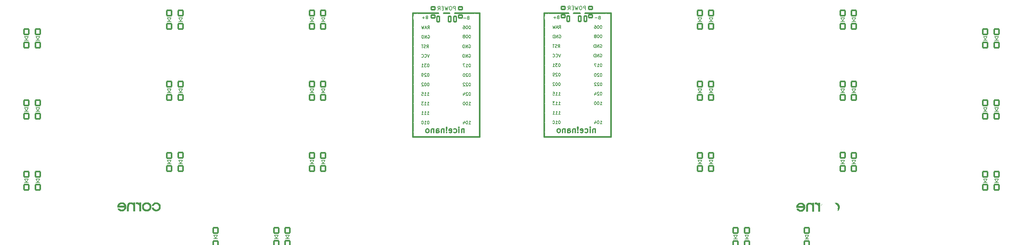
<source format=gbr>
%TF.GenerationSoftware,KiCad,Pcbnew,8.0.3*%
%TF.CreationDate,2024-08-02T01:30:14+01:00*%
%TF.ProjectId,corne-light-ice-trackball,636f726e-652d-46c6-9967-68742d696365,1.0*%
%TF.SameCoordinates,Original*%
%TF.FileFunction,Legend,Bot*%
%TF.FilePolarity,Positive*%
%FSLAX46Y46*%
G04 Gerber Fmt 4.6, Leading zero omitted, Abs format (unit mm)*
G04 Created by KiCad (PCBNEW 8.0.3) date 2024-08-02 01:30:14*
%MOMM*%
%LPD*%
G01*
G04 APERTURE LIST*
G04 Aperture macros list*
%AMRoundRect*
0 Rectangle with rounded corners*
0 $1 Rounding radius*
0 $2 $3 $4 $5 $6 $7 $8 $9 X,Y pos of 4 corners*
0 Add a 4 corners polygon primitive as box body*
4,1,4,$2,$3,$4,$5,$6,$7,$8,$9,$2,$3,0*
0 Add four circle primitives for the rounded corners*
1,1,$1+$1,$2,$3*
1,1,$1+$1,$4,$5*
1,1,$1+$1,$6,$7*
1,1,$1+$1,$8,$9*
0 Add four rect primitives between the rounded corners*
20,1,$1+$1,$2,$3,$4,$5,0*
20,1,$1+$1,$4,$5,$6,$7,0*
20,1,$1+$1,$6,$7,$8,$9,0*
20,1,$1+$1,$8,$9,$2,$3,0*%
%AMHorizOval*
0 Thick line with rounded ends*
0 $1 width*
0 $2 $3 position (X,Y) of the first rounded end (center of the circle)*
0 $4 $5 position (X,Y) of the second rounded end (center of the circle)*
0 Add line between two ends*
20,1,$1,$2,$3,$4,$5,0*
0 Add two circle primitives to create the rounded ends*
1,1,$1,$2,$3*
1,1,$1,$4,$5*%
G04 Aperture macros list end*
%ADD10C,0.150000*%
%ADD11C,0.300000*%
%ADD12C,0.010000*%
%ADD13C,0.381000*%
%ADD14C,1.752600*%
%ADD15O,2.600000X2.000000*%
%ADD16HorizOval,2.800000X-0.669131X-0.743145X0.669131X0.743145X0*%
%ADD17C,2.800000*%
%ADD18O,2.600000X1.900000*%
%ADD19O,2.800000X3.350000*%
%ADD20HorizOval,1.900000X1.449945X0.012653X-1.449945X-0.012653X0*%
%ADD21HorizOval,2.000000X0.289778X0.077646X-0.289778X-0.077646X0*%
%ADD22HorizOval,2.800000X-0.453990X-0.891007X0.453990X0.891007X0*%
%ADD23HorizOval,1.900000X0.338074X0.090587X-0.338074X-0.090587X0*%
%ADD24HorizOval,2.800000X-0.071175X0.265630X0.071175X-0.265630X0*%
%ADD25HorizOval,1.900000X1.397264X0.387496X-1.397264X-0.387496X0*%
%ADD26HorizOval,2.000000X0.150000X0.259808X-0.150000X-0.259808X0*%
%ADD27HorizOval,2.800000X-0.309017X0.951057X0.309017X-0.951057X0*%
%ADD28HorizOval,1.900000X0.175000X0.303109X-0.175000X-0.303109X0*%
%ADD29HorizOval,2.800000X-0.238157X0.137500X0.238157X-0.137500X0*%
%ADD30HorizOval,1.900000X0.714014X1.262016X-0.714014X-1.262016X0*%
%ADD31HorizOval,2.000000X0.289778X-0.077646X-0.289778X0.077646X0*%
%ADD32HorizOval,2.800000X-0.838671X-0.544639X0.838671X0.544639X0*%
%ADD33HorizOval,1.900000X0.338074X-0.090587X-0.338074X0.090587X0*%
%ADD34HorizOval,2.800000X-0.071175X-0.265630X0.071175X0.265630X0*%
%ADD35HorizOval,1.900000X1.403814X-0.363051X-1.403814X0.363051X0*%
%ADD36HorizOval,2.000000X0.150000X-0.259808X-0.150000X0.259808X0*%
%ADD37HorizOval,2.800000X-0.978148X0.207912X0.978148X-0.207912X0*%
%ADD38HorizOval,1.900000X0.175000X-0.303109X-0.175000X0.303109X0*%
%ADD39HorizOval,2.800000X-0.238157X-0.137500X0.238157X0.137500X0*%
%ADD40HorizOval,1.900000X0.735931X-1.249362X-0.735931X1.249362X0*%
%ADD41C,0.700000*%
%ADD42C,2.100000*%
%ADD43O,2.100000X2.100000*%
%ADD44C,2.600000*%
%ADD45RoundRect,0.200000X-0.650000X0.700000X-0.650000X-0.700000X0.650000X-0.700000X0.650000X0.700000X0*%
%ADD46C,4.700000*%
%ADD47C,2.152600*%
%ADD48C,1.300000*%
%ADD49RoundRect,0.200000X-0.350000X-0.750000X0.350000X-0.750000X0.350000X0.750000X-0.350000X0.750000X0*%
%ADD50RoundRect,0.200000X-0.500000X-0.400000X0.500000X-0.400000X0.500000X0.400000X-0.500000X0.400000X0*%
G04 APERTURE END LIST*
D10*
X108340189Y46708205D02*
X108263999Y46708205D01*
X108263999Y46708205D02*
X108187808Y46670110D01*
X108187808Y46670110D02*
X108149713Y46632015D01*
X108149713Y46632015D02*
X108111618Y46555824D01*
X108111618Y46555824D02*
X108073523Y46403443D01*
X108073523Y46403443D02*
X108073523Y46212967D01*
X108073523Y46212967D02*
X108111618Y46060586D01*
X108111618Y46060586D02*
X108149713Y45984396D01*
X108149713Y45984396D02*
X108187808Y45946300D01*
X108187808Y45946300D02*
X108263999Y45908205D01*
X108263999Y45908205D02*
X108340189Y45908205D01*
X108340189Y45908205D02*
X108416380Y45946300D01*
X108416380Y45946300D02*
X108454475Y45984396D01*
X108454475Y45984396D02*
X108492570Y46060586D01*
X108492570Y46060586D02*
X108530666Y46212967D01*
X108530666Y46212967D02*
X108530666Y46403443D01*
X108530666Y46403443D02*
X108492570Y46555824D01*
X108492570Y46555824D02*
X108454475Y46632015D01*
X108454475Y46632015D02*
X108416380Y46670110D01*
X108416380Y46670110D02*
X108340189Y46708205D01*
X107578284Y46708205D02*
X107502094Y46708205D01*
X107502094Y46708205D02*
X107425903Y46670110D01*
X107425903Y46670110D02*
X107387808Y46632015D01*
X107387808Y46632015D02*
X107349713Y46555824D01*
X107349713Y46555824D02*
X107311618Y46403443D01*
X107311618Y46403443D02*
X107311618Y46212967D01*
X107311618Y46212967D02*
X107349713Y46060586D01*
X107349713Y46060586D02*
X107387808Y45984396D01*
X107387808Y45984396D02*
X107425903Y45946300D01*
X107425903Y45946300D02*
X107502094Y45908205D01*
X107502094Y45908205D02*
X107578284Y45908205D01*
X107578284Y45908205D02*
X107654475Y45946300D01*
X107654475Y45946300D02*
X107692570Y45984396D01*
X107692570Y45984396D02*
X107730665Y46060586D01*
X107730665Y46060586D02*
X107768761Y46212967D01*
X107768761Y46212967D02*
X107768761Y46403443D01*
X107768761Y46403443D02*
X107730665Y46555824D01*
X107730665Y46555824D02*
X107692570Y46632015D01*
X107692570Y46632015D02*
X107654475Y46670110D01*
X107654475Y46670110D02*
X107578284Y46708205D01*
X106854475Y46365348D02*
X106930665Y46403443D01*
X106930665Y46403443D02*
X106968760Y46441539D01*
X106968760Y46441539D02*
X107006856Y46517729D01*
X107006856Y46517729D02*
X107006856Y46555824D01*
X107006856Y46555824D02*
X106968760Y46632015D01*
X106968760Y46632015D02*
X106930665Y46670110D01*
X106930665Y46670110D02*
X106854475Y46708205D01*
X106854475Y46708205D02*
X106702094Y46708205D01*
X106702094Y46708205D02*
X106625903Y46670110D01*
X106625903Y46670110D02*
X106587808Y46632015D01*
X106587808Y46632015D02*
X106549713Y46555824D01*
X106549713Y46555824D02*
X106549713Y46517729D01*
X106549713Y46517729D02*
X106587808Y46441539D01*
X106587808Y46441539D02*
X106625903Y46403443D01*
X106625903Y46403443D02*
X106702094Y46365348D01*
X106702094Y46365348D02*
X106854475Y46365348D01*
X106854475Y46365348D02*
X106930665Y46327253D01*
X106930665Y46327253D02*
X106968760Y46289158D01*
X106968760Y46289158D02*
X107006856Y46212967D01*
X107006856Y46212967D02*
X107006856Y46060586D01*
X107006856Y46060586D02*
X106968760Y45984396D01*
X106968760Y45984396D02*
X106930665Y45946300D01*
X106930665Y45946300D02*
X106854475Y45908205D01*
X106854475Y45908205D02*
X106702094Y45908205D01*
X106702094Y45908205D02*
X106625903Y45946300D01*
X106625903Y45946300D02*
X106587808Y45984396D01*
X106587808Y45984396D02*
X106549713Y46060586D01*
X106549713Y46060586D02*
X106549713Y46212967D01*
X106549713Y46212967D02*
X106587808Y46289158D01*
X106587808Y46289158D02*
X106625903Y46327253D01*
X106625903Y46327253D02*
X106702094Y46365348D01*
X108073523Y44060110D02*
X108149713Y44098205D01*
X108149713Y44098205D02*
X108263999Y44098205D01*
X108263999Y44098205D02*
X108378285Y44060110D01*
X108378285Y44060110D02*
X108454475Y43983920D01*
X108454475Y43983920D02*
X108492570Y43907729D01*
X108492570Y43907729D02*
X108530666Y43755348D01*
X108530666Y43755348D02*
X108530666Y43641062D01*
X108530666Y43641062D02*
X108492570Y43488681D01*
X108492570Y43488681D02*
X108454475Y43412491D01*
X108454475Y43412491D02*
X108378285Y43336300D01*
X108378285Y43336300D02*
X108263999Y43298205D01*
X108263999Y43298205D02*
X108187808Y43298205D01*
X108187808Y43298205D02*
X108073523Y43336300D01*
X108073523Y43336300D02*
X108035427Y43374396D01*
X108035427Y43374396D02*
X108035427Y43641062D01*
X108035427Y43641062D02*
X108187808Y43641062D01*
X107692570Y43298205D02*
X107692570Y44098205D01*
X107692570Y44098205D02*
X107235427Y43298205D01*
X107235427Y43298205D02*
X107235427Y44098205D01*
X106854475Y43298205D02*
X106854475Y44098205D01*
X106854475Y44098205D02*
X106663999Y44098205D01*
X106663999Y44098205D02*
X106549713Y44060110D01*
X106549713Y44060110D02*
X106473523Y43983920D01*
X106473523Y43983920D02*
X106435428Y43907729D01*
X106435428Y43907729D02*
X106397332Y43755348D01*
X106397332Y43755348D02*
X106397332Y43641062D01*
X106397332Y43641062D02*
X106435428Y43488681D01*
X106435428Y43488681D02*
X106473523Y43412491D01*
X106473523Y43412491D02*
X106549713Y43336300D01*
X106549713Y43336300D02*
X106663999Y43298205D01*
X106663999Y43298205D02*
X106854475Y43298205D01*
X108340189Y39008205D02*
X108263999Y39008205D01*
X108263999Y39008205D02*
X108187808Y38970110D01*
X108187808Y38970110D02*
X108149713Y38932015D01*
X108149713Y38932015D02*
X108111618Y38855824D01*
X108111618Y38855824D02*
X108073523Y38703443D01*
X108073523Y38703443D02*
X108073523Y38512967D01*
X108073523Y38512967D02*
X108111618Y38360586D01*
X108111618Y38360586D02*
X108149713Y38284396D01*
X108149713Y38284396D02*
X108187808Y38246300D01*
X108187808Y38246300D02*
X108263999Y38208205D01*
X108263999Y38208205D02*
X108340189Y38208205D01*
X108340189Y38208205D02*
X108416380Y38246300D01*
X108416380Y38246300D02*
X108454475Y38284396D01*
X108454475Y38284396D02*
X108492570Y38360586D01*
X108492570Y38360586D02*
X108530666Y38512967D01*
X108530666Y38512967D02*
X108530666Y38703443D01*
X108530666Y38703443D02*
X108492570Y38855824D01*
X108492570Y38855824D02*
X108454475Y38932015D01*
X108454475Y38932015D02*
X108416380Y38970110D01*
X108416380Y38970110D02*
X108340189Y39008205D01*
X107311618Y38208205D02*
X107768761Y38208205D01*
X107540189Y38208205D02*
X107540189Y39008205D01*
X107540189Y39008205D02*
X107616380Y38893920D01*
X107616380Y38893920D02*
X107692570Y38817729D01*
X107692570Y38817729D02*
X107768761Y38779634D01*
X107044951Y39008205D02*
X106511617Y39008205D01*
X106511617Y39008205D02*
X106854475Y38208205D01*
X96853094Y43298205D02*
X97119761Y43679158D01*
X97310237Y43298205D02*
X97310237Y44098205D01*
X97310237Y44098205D02*
X97005475Y44098205D01*
X97005475Y44098205D02*
X96929285Y44060110D01*
X96929285Y44060110D02*
X96891190Y44022015D01*
X96891190Y44022015D02*
X96853094Y43945824D01*
X96853094Y43945824D02*
X96853094Y43831539D01*
X96853094Y43831539D02*
X96891190Y43755348D01*
X96891190Y43755348D02*
X96929285Y43717253D01*
X96929285Y43717253D02*
X97005475Y43679158D01*
X97005475Y43679158D02*
X97310237Y43679158D01*
X96548333Y43336300D02*
X96434047Y43298205D01*
X96434047Y43298205D02*
X96243571Y43298205D01*
X96243571Y43298205D02*
X96167380Y43336300D01*
X96167380Y43336300D02*
X96129285Y43374396D01*
X96129285Y43374396D02*
X96091190Y43450586D01*
X96091190Y43450586D02*
X96091190Y43526777D01*
X96091190Y43526777D02*
X96129285Y43602967D01*
X96129285Y43602967D02*
X96167380Y43641062D01*
X96167380Y43641062D02*
X96243571Y43679158D01*
X96243571Y43679158D02*
X96395952Y43717253D01*
X96395952Y43717253D02*
X96472142Y43755348D01*
X96472142Y43755348D02*
X96510237Y43793443D01*
X96510237Y43793443D02*
X96548333Y43869634D01*
X96548333Y43869634D02*
X96548333Y43945824D01*
X96548333Y43945824D02*
X96510237Y44022015D01*
X96510237Y44022015D02*
X96472142Y44060110D01*
X96472142Y44060110D02*
X96395952Y44098205D01*
X96395952Y44098205D02*
X96205475Y44098205D01*
X96205475Y44098205D02*
X96091190Y44060110D01*
X95862618Y44098205D02*
X95405475Y44098205D01*
X95634047Y43298205D02*
X95634047Y44098205D01*
X96999142Y28058205D02*
X97456285Y28058205D01*
X97227713Y28058205D02*
X97227713Y28858205D01*
X97227713Y28858205D02*
X97303904Y28743920D01*
X97303904Y28743920D02*
X97380094Y28667729D01*
X97380094Y28667729D02*
X97456285Y28629634D01*
X96237237Y28058205D02*
X96694380Y28058205D01*
X96465808Y28058205D02*
X96465808Y28858205D01*
X96465808Y28858205D02*
X96541999Y28743920D01*
X96541999Y28743920D02*
X96618189Y28667729D01*
X96618189Y28667729D02*
X96694380Y28629634D01*
X95970570Y28858205D02*
X95475332Y28858205D01*
X95475332Y28858205D02*
X95741998Y28553443D01*
X95741998Y28553443D02*
X95627713Y28553443D01*
X95627713Y28553443D02*
X95551522Y28515348D01*
X95551522Y28515348D02*
X95513427Y28477253D01*
X95513427Y28477253D02*
X95475332Y28401062D01*
X95475332Y28401062D02*
X95475332Y28210586D01*
X95475332Y28210586D02*
X95513427Y28134396D01*
X95513427Y28134396D02*
X95551522Y28096300D01*
X95551522Y28096300D02*
X95627713Y28058205D01*
X95627713Y28058205D02*
X95856284Y28058205D01*
X95856284Y28058205D02*
X95932475Y28096300D01*
X95932475Y28096300D02*
X95970570Y28134396D01*
X107858285Y51327253D02*
X107743999Y51289158D01*
X107743999Y51289158D02*
X107705904Y51251062D01*
X107705904Y51251062D02*
X107667808Y51174872D01*
X107667808Y51174872D02*
X107667808Y51060586D01*
X107667808Y51060586D02*
X107705904Y50984396D01*
X107705904Y50984396D02*
X107743999Y50946300D01*
X107743999Y50946300D02*
X107820189Y50908205D01*
X107820189Y50908205D02*
X108124951Y50908205D01*
X108124951Y50908205D02*
X108124951Y51708205D01*
X108124951Y51708205D02*
X107858285Y51708205D01*
X107858285Y51708205D02*
X107782094Y51670110D01*
X107782094Y51670110D02*
X107743999Y51632015D01*
X107743999Y51632015D02*
X107705904Y51555824D01*
X107705904Y51555824D02*
X107705904Y51479634D01*
X107705904Y51479634D02*
X107743999Y51403443D01*
X107743999Y51403443D02*
X107782094Y51365348D01*
X107782094Y51365348D02*
X107858285Y51327253D01*
X107858285Y51327253D02*
X108124951Y51327253D01*
X107324951Y51212967D02*
X106715428Y51212967D01*
X97157856Y46600110D02*
X97234046Y46638205D01*
X97234046Y46638205D02*
X97348332Y46638205D01*
X97348332Y46638205D02*
X97462618Y46600110D01*
X97462618Y46600110D02*
X97538808Y46523920D01*
X97538808Y46523920D02*
X97576903Y46447729D01*
X97576903Y46447729D02*
X97614999Y46295348D01*
X97614999Y46295348D02*
X97614999Y46181062D01*
X97614999Y46181062D02*
X97576903Y46028681D01*
X97576903Y46028681D02*
X97538808Y45952491D01*
X97538808Y45952491D02*
X97462618Y45876300D01*
X97462618Y45876300D02*
X97348332Y45838205D01*
X97348332Y45838205D02*
X97272141Y45838205D01*
X97272141Y45838205D02*
X97157856Y45876300D01*
X97157856Y45876300D02*
X97119760Y45914396D01*
X97119760Y45914396D02*
X97119760Y46181062D01*
X97119760Y46181062D02*
X97272141Y46181062D01*
X96776903Y45838205D02*
X96776903Y46638205D01*
X96776903Y46638205D02*
X96319760Y45838205D01*
X96319760Y45838205D02*
X96319760Y46638205D01*
X95938808Y45838205D02*
X95938808Y46638205D01*
X95938808Y46638205D02*
X95748332Y46638205D01*
X95748332Y46638205D02*
X95634046Y46600110D01*
X95634046Y46600110D02*
X95557856Y46523920D01*
X95557856Y46523920D02*
X95519761Y46447729D01*
X95519761Y46447729D02*
X95481665Y46295348D01*
X95481665Y46295348D02*
X95481665Y46181062D01*
X95481665Y46181062D02*
X95519761Y46028681D01*
X95519761Y46028681D02*
X95557856Y45952491D01*
X95557856Y45952491D02*
X95634046Y45876300D01*
X95634046Y45876300D02*
X95748332Y45838205D01*
X95748332Y45838205D02*
X95938808Y45838205D01*
X108073523Y22978205D02*
X108530666Y22978205D01*
X108302094Y22978205D02*
X108302094Y23778205D01*
X108302094Y23778205D02*
X108378285Y23663920D01*
X108378285Y23663920D02*
X108454475Y23587729D01*
X108454475Y23587729D02*
X108530666Y23549634D01*
X107578284Y23778205D02*
X107502094Y23778205D01*
X107502094Y23778205D02*
X107425903Y23740110D01*
X107425903Y23740110D02*
X107387808Y23702015D01*
X107387808Y23702015D02*
X107349713Y23625824D01*
X107349713Y23625824D02*
X107311618Y23473443D01*
X107311618Y23473443D02*
X107311618Y23282967D01*
X107311618Y23282967D02*
X107349713Y23130586D01*
X107349713Y23130586D02*
X107387808Y23054396D01*
X107387808Y23054396D02*
X107425903Y23016300D01*
X107425903Y23016300D02*
X107502094Y22978205D01*
X107502094Y22978205D02*
X107578284Y22978205D01*
X107578284Y22978205D02*
X107654475Y23016300D01*
X107654475Y23016300D02*
X107692570Y23054396D01*
X107692570Y23054396D02*
X107730665Y23130586D01*
X107730665Y23130586D02*
X107768761Y23282967D01*
X107768761Y23282967D02*
X107768761Y23473443D01*
X107768761Y23473443D02*
X107730665Y23625824D01*
X107730665Y23625824D02*
X107692570Y23702015D01*
X107692570Y23702015D02*
X107654475Y23740110D01*
X107654475Y23740110D02*
X107578284Y23778205D01*
X106625903Y23511539D02*
X106625903Y22978205D01*
X106816379Y23816300D02*
X107006856Y23244872D01*
X107006856Y23244872D02*
X106511617Y23244872D01*
X108340189Y33908205D02*
X108263999Y33908205D01*
X108263999Y33908205D02*
X108187808Y33870110D01*
X108187808Y33870110D02*
X108149713Y33832015D01*
X108149713Y33832015D02*
X108111618Y33755824D01*
X108111618Y33755824D02*
X108073523Y33603443D01*
X108073523Y33603443D02*
X108073523Y33412967D01*
X108073523Y33412967D02*
X108111618Y33260586D01*
X108111618Y33260586D02*
X108149713Y33184396D01*
X108149713Y33184396D02*
X108187808Y33146300D01*
X108187808Y33146300D02*
X108263999Y33108205D01*
X108263999Y33108205D02*
X108340189Y33108205D01*
X108340189Y33108205D02*
X108416380Y33146300D01*
X108416380Y33146300D02*
X108454475Y33184396D01*
X108454475Y33184396D02*
X108492570Y33260586D01*
X108492570Y33260586D02*
X108530666Y33412967D01*
X108530666Y33412967D02*
X108530666Y33603443D01*
X108530666Y33603443D02*
X108492570Y33755824D01*
X108492570Y33755824D02*
X108454475Y33832015D01*
X108454475Y33832015D02*
X108416380Y33870110D01*
X108416380Y33870110D02*
X108340189Y33908205D01*
X107768761Y33832015D02*
X107730665Y33870110D01*
X107730665Y33870110D02*
X107654475Y33908205D01*
X107654475Y33908205D02*
X107463999Y33908205D01*
X107463999Y33908205D02*
X107387808Y33870110D01*
X107387808Y33870110D02*
X107349713Y33832015D01*
X107349713Y33832015D02*
X107311618Y33755824D01*
X107311618Y33755824D02*
X107311618Y33679634D01*
X107311618Y33679634D02*
X107349713Y33565348D01*
X107349713Y33565348D02*
X107806856Y33108205D01*
X107806856Y33108205D02*
X107311618Y33108205D01*
X107006856Y33832015D02*
X106968760Y33870110D01*
X106968760Y33870110D02*
X106892570Y33908205D01*
X106892570Y33908205D02*
X106702094Y33908205D01*
X106702094Y33908205D02*
X106625903Y33870110D01*
X106625903Y33870110D02*
X106587808Y33832015D01*
X106587808Y33832015D02*
X106549713Y33755824D01*
X106549713Y33755824D02*
X106549713Y33679634D01*
X106549713Y33679634D02*
X106587808Y33565348D01*
X106587808Y33565348D02*
X107044951Y33108205D01*
X107044951Y33108205D02*
X106549713Y33108205D01*
X96999142Y25518205D02*
X97456285Y25518205D01*
X97227713Y25518205D02*
X97227713Y26318205D01*
X97227713Y26318205D02*
X97303904Y26203920D01*
X97303904Y26203920D02*
X97380094Y26127729D01*
X97380094Y26127729D02*
X97456285Y26089634D01*
X96237237Y25518205D02*
X96694380Y25518205D01*
X96465808Y25518205D02*
X96465808Y26318205D01*
X96465808Y26318205D02*
X96541999Y26203920D01*
X96541999Y26203920D02*
X96618189Y26127729D01*
X96618189Y26127729D02*
X96694380Y26089634D01*
X95475332Y25518205D02*
X95932475Y25518205D01*
X95703903Y25518205D02*
X95703903Y26318205D01*
X95703903Y26318205D02*
X95780094Y26203920D01*
X95780094Y26203920D02*
X95856284Y26127729D01*
X95856284Y26127729D02*
X95932475Y26089634D01*
X108340189Y36408205D02*
X108263999Y36408205D01*
X108263999Y36408205D02*
X108187808Y36370110D01*
X108187808Y36370110D02*
X108149713Y36332015D01*
X108149713Y36332015D02*
X108111618Y36255824D01*
X108111618Y36255824D02*
X108073523Y36103443D01*
X108073523Y36103443D02*
X108073523Y35912967D01*
X108073523Y35912967D02*
X108111618Y35760586D01*
X108111618Y35760586D02*
X108149713Y35684396D01*
X108149713Y35684396D02*
X108187808Y35646300D01*
X108187808Y35646300D02*
X108263999Y35608205D01*
X108263999Y35608205D02*
X108340189Y35608205D01*
X108340189Y35608205D02*
X108416380Y35646300D01*
X108416380Y35646300D02*
X108454475Y35684396D01*
X108454475Y35684396D02*
X108492570Y35760586D01*
X108492570Y35760586D02*
X108530666Y35912967D01*
X108530666Y35912967D02*
X108530666Y36103443D01*
X108530666Y36103443D02*
X108492570Y36255824D01*
X108492570Y36255824D02*
X108454475Y36332015D01*
X108454475Y36332015D02*
X108416380Y36370110D01*
X108416380Y36370110D02*
X108340189Y36408205D01*
X107768761Y36332015D02*
X107730665Y36370110D01*
X107730665Y36370110D02*
X107654475Y36408205D01*
X107654475Y36408205D02*
X107463999Y36408205D01*
X107463999Y36408205D02*
X107387808Y36370110D01*
X107387808Y36370110D02*
X107349713Y36332015D01*
X107349713Y36332015D02*
X107311618Y36255824D01*
X107311618Y36255824D02*
X107311618Y36179634D01*
X107311618Y36179634D02*
X107349713Y36065348D01*
X107349713Y36065348D02*
X107806856Y35608205D01*
X107806856Y35608205D02*
X107311618Y35608205D01*
X106816379Y36408205D02*
X106740189Y36408205D01*
X106740189Y36408205D02*
X106663998Y36370110D01*
X106663998Y36370110D02*
X106625903Y36332015D01*
X106625903Y36332015D02*
X106587808Y36255824D01*
X106587808Y36255824D02*
X106549713Y36103443D01*
X106549713Y36103443D02*
X106549713Y35912967D01*
X106549713Y35912967D02*
X106587808Y35760586D01*
X106587808Y35760586D02*
X106625903Y35684396D01*
X106625903Y35684396D02*
X106663998Y35646300D01*
X106663998Y35646300D02*
X106740189Y35608205D01*
X106740189Y35608205D02*
X106816379Y35608205D01*
X106816379Y35608205D02*
X106892570Y35646300D01*
X106892570Y35646300D02*
X106930665Y35684396D01*
X106930665Y35684396D02*
X106968760Y35760586D01*
X106968760Y35760586D02*
X107006856Y35912967D01*
X107006856Y35912967D02*
X107006856Y36103443D01*
X107006856Y36103443D02*
X106968760Y36255824D01*
X106968760Y36255824D02*
X106930665Y36332015D01*
X106930665Y36332015D02*
X106892570Y36370110D01*
X106892570Y36370110D02*
X106816379Y36408205D01*
X108073523Y28058205D02*
X108530666Y28058205D01*
X108302094Y28058205D02*
X108302094Y28858205D01*
X108302094Y28858205D02*
X108378285Y28743920D01*
X108378285Y28743920D02*
X108454475Y28667729D01*
X108454475Y28667729D02*
X108530666Y28629634D01*
X107578284Y28858205D02*
X107502094Y28858205D01*
X107502094Y28858205D02*
X107425903Y28820110D01*
X107425903Y28820110D02*
X107387808Y28782015D01*
X107387808Y28782015D02*
X107349713Y28705824D01*
X107349713Y28705824D02*
X107311618Y28553443D01*
X107311618Y28553443D02*
X107311618Y28362967D01*
X107311618Y28362967D02*
X107349713Y28210586D01*
X107349713Y28210586D02*
X107387808Y28134396D01*
X107387808Y28134396D02*
X107425903Y28096300D01*
X107425903Y28096300D02*
X107502094Y28058205D01*
X107502094Y28058205D02*
X107578284Y28058205D01*
X107578284Y28058205D02*
X107654475Y28096300D01*
X107654475Y28096300D02*
X107692570Y28134396D01*
X107692570Y28134396D02*
X107730665Y28210586D01*
X107730665Y28210586D02*
X107768761Y28362967D01*
X107768761Y28362967D02*
X107768761Y28553443D01*
X107768761Y28553443D02*
X107730665Y28705824D01*
X107730665Y28705824D02*
X107692570Y28782015D01*
X107692570Y28782015D02*
X107654475Y28820110D01*
X107654475Y28820110D02*
X107578284Y28858205D01*
X106816379Y28858205D02*
X106740189Y28858205D01*
X106740189Y28858205D02*
X106663998Y28820110D01*
X106663998Y28820110D02*
X106625903Y28782015D01*
X106625903Y28782015D02*
X106587808Y28705824D01*
X106587808Y28705824D02*
X106549713Y28553443D01*
X106549713Y28553443D02*
X106549713Y28362967D01*
X106549713Y28362967D02*
X106587808Y28210586D01*
X106587808Y28210586D02*
X106625903Y28134396D01*
X106625903Y28134396D02*
X106663998Y28096300D01*
X106663998Y28096300D02*
X106740189Y28058205D01*
X106740189Y28058205D02*
X106816379Y28058205D01*
X106816379Y28058205D02*
X106892570Y28096300D01*
X106892570Y28096300D02*
X106930665Y28134396D01*
X106930665Y28134396D02*
X106968760Y28210586D01*
X106968760Y28210586D02*
X107006856Y28362967D01*
X107006856Y28362967D02*
X107006856Y28553443D01*
X107006856Y28553443D02*
X106968760Y28705824D01*
X106968760Y28705824D02*
X106930665Y28782015D01*
X106930665Y28782015D02*
X106892570Y28820110D01*
X106892570Y28820110D02*
X106816379Y28858205D01*
X108340189Y49178205D02*
X108263999Y49178205D01*
X108263999Y49178205D02*
X108187808Y49140110D01*
X108187808Y49140110D02*
X108149713Y49102015D01*
X108149713Y49102015D02*
X108111618Y49025824D01*
X108111618Y49025824D02*
X108073523Y48873443D01*
X108073523Y48873443D02*
X108073523Y48682967D01*
X108073523Y48682967D02*
X108111618Y48530586D01*
X108111618Y48530586D02*
X108149713Y48454396D01*
X108149713Y48454396D02*
X108187808Y48416300D01*
X108187808Y48416300D02*
X108263999Y48378205D01*
X108263999Y48378205D02*
X108340189Y48378205D01*
X108340189Y48378205D02*
X108416380Y48416300D01*
X108416380Y48416300D02*
X108454475Y48454396D01*
X108454475Y48454396D02*
X108492570Y48530586D01*
X108492570Y48530586D02*
X108530666Y48682967D01*
X108530666Y48682967D02*
X108530666Y48873443D01*
X108530666Y48873443D02*
X108492570Y49025824D01*
X108492570Y49025824D02*
X108454475Y49102015D01*
X108454475Y49102015D02*
X108416380Y49140110D01*
X108416380Y49140110D02*
X108340189Y49178205D01*
X107578284Y49178205D02*
X107502094Y49178205D01*
X107502094Y49178205D02*
X107425903Y49140110D01*
X107425903Y49140110D02*
X107387808Y49102015D01*
X107387808Y49102015D02*
X107349713Y49025824D01*
X107349713Y49025824D02*
X107311618Y48873443D01*
X107311618Y48873443D02*
X107311618Y48682967D01*
X107311618Y48682967D02*
X107349713Y48530586D01*
X107349713Y48530586D02*
X107387808Y48454396D01*
X107387808Y48454396D02*
X107425903Y48416300D01*
X107425903Y48416300D02*
X107502094Y48378205D01*
X107502094Y48378205D02*
X107578284Y48378205D01*
X107578284Y48378205D02*
X107654475Y48416300D01*
X107654475Y48416300D02*
X107692570Y48454396D01*
X107692570Y48454396D02*
X107730665Y48530586D01*
X107730665Y48530586D02*
X107768761Y48682967D01*
X107768761Y48682967D02*
X107768761Y48873443D01*
X107768761Y48873443D02*
X107730665Y49025824D01*
X107730665Y49025824D02*
X107692570Y49102015D01*
X107692570Y49102015D02*
X107654475Y49140110D01*
X107654475Y49140110D02*
X107578284Y49178205D01*
X106625903Y49178205D02*
X106778284Y49178205D01*
X106778284Y49178205D02*
X106854475Y49140110D01*
X106854475Y49140110D02*
X106892570Y49102015D01*
X106892570Y49102015D02*
X106968760Y48987729D01*
X106968760Y48987729D02*
X107006856Y48835348D01*
X107006856Y48835348D02*
X107006856Y48530586D01*
X107006856Y48530586D02*
X106968760Y48454396D01*
X106968760Y48454396D02*
X106930665Y48416300D01*
X106930665Y48416300D02*
X106854475Y48378205D01*
X106854475Y48378205D02*
X106702094Y48378205D01*
X106702094Y48378205D02*
X106625903Y48416300D01*
X106625903Y48416300D02*
X106587808Y48454396D01*
X106587808Y48454396D02*
X106549713Y48530586D01*
X106549713Y48530586D02*
X106549713Y48721062D01*
X106549713Y48721062D02*
X106587808Y48797253D01*
X106587808Y48797253D02*
X106625903Y48835348D01*
X106625903Y48835348D02*
X106702094Y48873443D01*
X106702094Y48873443D02*
X106854475Y48873443D01*
X106854475Y48873443D02*
X106930665Y48835348D01*
X106930665Y48835348D02*
X106968760Y48797253D01*
X106968760Y48797253D02*
X107006856Y48721062D01*
X96999142Y30598205D02*
X97456285Y30598205D01*
X97227713Y30598205D02*
X97227713Y31398205D01*
X97227713Y31398205D02*
X97303904Y31283920D01*
X97303904Y31283920D02*
X97380094Y31207729D01*
X97380094Y31207729D02*
X97456285Y31169634D01*
X96237237Y30598205D02*
X96694380Y30598205D01*
X96465808Y30598205D02*
X96465808Y31398205D01*
X96465808Y31398205D02*
X96541999Y31283920D01*
X96541999Y31283920D02*
X96618189Y31207729D01*
X96618189Y31207729D02*
X96694380Y31169634D01*
X95513427Y31398205D02*
X95894379Y31398205D01*
X95894379Y31398205D02*
X95932475Y31017253D01*
X95932475Y31017253D02*
X95894379Y31055348D01*
X95894379Y31055348D02*
X95818189Y31093443D01*
X95818189Y31093443D02*
X95627713Y31093443D01*
X95627713Y31093443D02*
X95551522Y31055348D01*
X95551522Y31055348D02*
X95513427Y31017253D01*
X95513427Y31017253D02*
X95475332Y30941062D01*
X95475332Y30941062D02*
X95475332Y30750586D01*
X95475332Y30750586D02*
X95513427Y30674396D01*
X95513427Y30674396D02*
X95551522Y30636300D01*
X95551522Y30636300D02*
X95627713Y30598205D01*
X95627713Y30598205D02*
X95818189Y30598205D01*
X95818189Y30598205D02*
X95894379Y30636300D01*
X95894379Y30636300D02*
X95932475Y30674396D01*
X97265808Y33938205D02*
X97189618Y33938205D01*
X97189618Y33938205D02*
X97113427Y33900110D01*
X97113427Y33900110D02*
X97075332Y33862015D01*
X97075332Y33862015D02*
X97037237Y33785824D01*
X97037237Y33785824D02*
X96999142Y33633443D01*
X96999142Y33633443D02*
X96999142Y33442967D01*
X96999142Y33442967D02*
X97037237Y33290586D01*
X97037237Y33290586D02*
X97075332Y33214396D01*
X97075332Y33214396D02*
X97113427Y33176300D01*
X97113427Y33176300D02*
X97189618Y33138205D01*
X97189618Y33138205D02*
X97265808Y33138205D01*
X97265808Y33138205D02*
X97341999Y33176300D01*
X97341999Y33176300D02*
X97380094Y33214396D01*
X97380094Y33214396D02*
X97418189Y33290586D01*
X97418189Y33290586D02*
X97456285Y33442967D01*
X97456285Y33442967D02*
X97456285Y33633443D01*
X97456285Y33633443D02*
X97418189Y33785824D01*
X97418189Y33785824D02*
X97380094Y33862015D01*
X97380094Y33862015D02*
X97341999Y33900110D01*
X97341999Y33900110D02*
X97265808Y33938205D01*
X96503903Y33938205D02*
X96427713Y33938205D01*
X96427713Y33938205D02*
X96351522Y33900110D01*
X96351522Y33900110D02*
X96313427Y33862015D01*
X96313427Y33862015D02*
X96275332Y33785824D01*
X96275332Y33785824D02*
X96237237Y33633443D01*
X96237237Y33633443D02*
X96237237Y33442967D01*
X96237237Y33442967D02*
X96275332Y33290586D01*
X96275332Y33290586D02*
X96313427Y33214396D01*
X96313427Y33214396D02*
X96351522Y33176300D01*
X96351522Y33176300D02*
X96427713Y33138205D01*
X96427713Y33138205D02*
X96503903Y33138205D01*
X96503903Y33138205D02*
X96580094Y33176300D01*
X96580094Y33176300D02*
X96618189Y33214396D01*
X96618189Y33214396D02*
X96656284Y33290586D01*
X96656284Y33290586D02*
X96694380Y33442967D01*
X96694380Y33442967D02*
X96694380Y33633443D01*
X96694380Y33633443D02*
X96656284Y33785824D01*
X96656284Y33785824D02*
X96618189Y33862015D01*
X96618189Y33862015D02*
X96580094Y33900110D01*
X96580094Y33900110D02*
X96503903Y33938205D01*
X95932475Y33862015D02*
X95894379Y33900110D01*
X95894379Y33900110D02*
X95818189Y33938205D01*
X95818189Y33938205D02*
X95627713Y33938205D01*
X95627713Y33938205D02*
X95551522Y33900110D01*
X95551522Y33900110D02*
X95513427Y33862015D01*
X95513427Y33862015D02*
X95475332Y33785824D01*
X95475332Y33785824D02*
X95475332Y33709634D01*
X95475332Y33709634D02*
X95513427Y33595348D01*
X95513427Y33595348D02*
X95970570Y33138205D01*
X95970570Y33138205D02*
X95475332Y33138205D01*
X97265808Y39018205D02*
X97189618Y39018205D01*
X97189618Y39018205D02*
X97113427Y38980110D01*
X97113427Y38980110D02*
X97075332Y38942015D01*
X97075332Y38942015D02*
X97037237Y38865824D01*
X97037237Y38865824D02*
X96999142Y38713443D01*
X96999142Y38713443D02*
X96999142Y38522967D01*
X96999142Y38522967D02*
X97037237Y38370586D01*
X97037237Y38370586D02*
X97075332Y38294396D01*
X97075332Y38294396D02*
X97113427Y38256300D01*
X97113427Y38256300D02*
X97189618Y38218205D01*
X97189618Y38218205D02*
X97265808Y38218205D01*
X97265808Y38218205D02*
X97341999Y38256300D01*
X97341999Y38256300D02*
X97380094Y38294396D01*
X97380094Y38294396D02*
X97418189Y38370586D01*
X97418189Y38370586D02*
X97456285Y38522967D01*
X97456285Y38522967D02*
X97456285Y38713443D01*
X97456285Y38713443D02*
X97418189Y38865824D01*
X97418189Y38865824D02*
X97380094Y38942015D01*
X97380094Y38942015D02*
X97341999Y38980110D01*
X97341999Y38980110D02*
X97265808Y39018205D01*
X96732475Y39018205D02*
X96237237Y39018205D01*
X96237237Y39018205D02*
X96503903Y38713443D01*
X96503903Y38713443D02*
X96389618Y38713443D01*
X96389618Y38713443D02*
X96313427Y38675348D01*
X96313427Y38675348D02*
X96275332Y38637253D01*
X96275332Y38637253D02*
X96237237Y38561062D01*
X96237237Y38561062D02*
X96237237Y38370586D01*
X96237237Y38370586D02*
X96275332Y38294396D01*
X96275332Y38294396D02*
X96313427Y38256300D01*
X96313427Y38256300D02*
X96389618Y38218205D01*
X96389618Y38218205D02*
X96618189Y38218205D01*
X96618189Y38218205D02*
X96694380Y38256300D01*
X96694380Y38256300D02*
X96732475Y38294396D01*
X95475332Y38218205D02*
X95932475Y38218205D01*
X95703903Y38218205D02*
X95703903Y39018205D01*
X95703903Y39018205D02*
X95780094Y38903920D01*
X95780094Y38903920D02*
X95856284Y38827729D01*
X95856284Y38827729D02*
X95932475Y38789634D01*
X96841095Y51427253D02*
X96726809Y51389158D01*
X96726809Y51389158D02*
X96688714Y51351062D01*
X96688714Y51351062D02*
X96650618Y51274872D01*
X96650618Y51274872D02*
X96650618Y51160586D01*
X96650618Y51160586D02*
X96688714Y51084396D01*
X96688714Y51084396D02*
X96726809Y51046300D01*
X96726809Y51046300D02*
X96802999Y51008205D01*
X96802999Y51008205D02*
X97107761Y51008205D01*
X97107761Y51008205D02*
X97107761Y51808205D01*
X97107761Y51808205D02*
X96841095Y51808205D01*
X96841095Y51808205D02*
X96764904Y51770110D01*
X96764904Y51770110D02*
X96726809Y51732015D01*
X96726809Y51732015D02*
X96688714Y51655824D01*
X96688714Y51655824D02*
X96688714Y51579634D01*
X96688714Y51579634D02*
X96726809Y51503443D01*
X96726809Y51503443D02*
X96764904Y51465348D01*
X96764904Y51465348D02*
X96841095Y51427253D01*
X96841095Y51427253D02*
X97107761Y51427253D01*
X96307761Y51312967D02*
X95698238Y51312967D01*
X96002999Y51008205D02*
X96002999Y51617729D01*
X97532475Y41558205D02*
X97265808Y40758205D01*
X97265808Y40758205D02*
X96999142Y41558205D01*
X96275332Y40834396D02*
X96313428Y40796300D01*
X96313428Y40796300D02*
X96427713Y40758205D01*
X96427713Y40758205D02*
X96503904Y40758205D01*
X96503904Y40758205D02*
X96618190Y40796300D01*
X96618190Y40796300D02*
X96694380Y40872491D01*
X96694380Y40872491D02*
X96732475Y40948681D01*
X96732475Y40948681D02*
X96770571Y41101062D01*
X96770571Y41101062D02*
X96770571Y41215348D01*
X96770571Y41215348D02*
X96732475Y41367729D01*
X96732475Y41367729D02*
X96694380Y41443920D01*
X96694380Y41443920D02*
X96618190Y41520110D01*
X96618190Y41520110D02*
X96503904Y41558205D01*
X96503904Y41558205D02*
X96427713Y41558205D01*
X96427713Y41558205D02*
X96313428Y41520110D01*
X96313428Y41520110D02*
X96275332Y41482015D01*
X95475332Y40834396D02*
X95513428Y40796300D01*
X95513428Y40796300D02*
X95627713Y40758205D01*
X95627713Y40758205D02*
X95703904Y40758205D01*
X95703904Y40758205D02*
X95818190Y40796300D01*
X95818190Y40796300D02*
X95894380Y40872491D01*
X95894380Y40872491D02*
X95932475Y40948681D01*
X95932475Y40948681D02*
X95970571Y41101062D01*
X95970571Y41101062D02*
X95970571Y41215348D01*
X95970571Y41215348D02*
X95932475Y41367729D01*
X95932475Y41367729D02*
X95894380Y41443920D01*
X95894380Y41443920D02*
X95818190Y41520110D01*
X95818190Y41520110D02*
X95703904Y41558205D01*
X95703904Y41558205D02*
X95627713Y41558205D01*
X95627713Y41558205D02*
X95513428Y41520110D01*
X95513428Y41520110D02*
X95475332Y41482015D01*
X97265808Y23778205D02*
X97189618Y23778205D01*
X97189618Y23778205D02*
X97113427Y23740110D01*
X97113427Y23740110D02*
X97075332Y23702015D01*
X97075332Y23702015D02*
X97037237Y23625824D01*
X97037237Y23625824D02*
X96999142Y23473443D01*
X96999142Y23473443D02*
X96999142Y23282967D01*
X96999142Y23282967D02*
X97037237Y23130586D01*
X97037237Y23130586D02*
X97075332Y23054396D01*
X97075332Y23054396D02*
X97113427Y23016300D01*
X97113427Y23016300D02*
X97189618Y22978205D01*
X97189618Y22978205D02*
X97265808Y22978205D01*
X97265808Y22978205D02*
X97341999Y23016300D01*
X97341999Y23016300D02*
X97380094Y23054396D01*
X97380094Y23054396D02*
X97418189Y23130586D01*
X97418189Y23130586D02*
X97456285Y23282967D01*
X97456285Y23282967D02*
X97456285Y23473443D01*
X97456285Y23473443D02*
X97418189Y23625824D01*
X97418189Y23625824D02*
X97380094Y23702015D01*
X97380094Y23702015D02*
X97341999Y23740110D01*
X97341999Y23740110D02*
X97265808Y23778205D01*
X96237237Y22978205D02*
X96694380Y22978205D01*
X96465808Y22978205D02*
X96465808Y23778205D01*
X96465808Y23778205D02*
X96541999Y23663920D01*
X96541999Y23663920D02*
X96618189Y23587729D01*
X96618189Y23587729D02*
X96694380Y23549634D01*
X95741998Y23778205D02*
X95665808Y23778205D01*
X95665808Y23778205D02*
X95589617Y23740110D01*
X95589617Y23740110D02*
X95551522Y23702015D01*
X95551522Y23702015D02*
X95513427Y23625824D01*
X95513427Y23625824D02*
X95475332Y23473443D01*
X95475332Y23473443D02*
X95475332Y23282967D01*
X95475332Y23282967D02*
X95513427Y23130586D01*
X95513427Y23130586D02*
X95551522Y23054396D01*
X95551522Y23054396D02*
X95589617Y23016300D01*
X95589617Y23016300D02*
X95665808Y22978205D01*
X95665808Y22978205D02*
X95741998Y22978205D01*
X95741998Y22978205D02*
X95818189Y23016300D01*
X95818189Y23016300D02*
X95856284Y23054396D01*
X95856284Y23054396D02*
X95894379Y23130586D01*
X95894379Y23130586D02*
X95932475Y23282967D01*
X95932475Y23282967D02*
X95932475Y23473443D01*
X95932475Y23473443D02*
X95894379Y23625824D01*
X95894379Y23625824D02*
X95856284Y23702015D01*
X95856284Y23702015D02*
X95818189Y23740110D01*
X95818189Y23740110D02*
X95741998Y23778205D01*
X108340189Y31398205D02*
X108263999Y31398205D01*
X108263999Y31398205D02*
X108187808Y31360110D01*
X108187808Y31360110D02*
X108149713Y31322015D01*
X108149713Y31322015D02*
X108111618Y31245824D01*
X108111618Y31245824D02*
X108073523Y31093443D01*
X108073523Y31093443D02*
X108073523Y30902967D01*
X108073523Y30902967D02*
X108111618Y30750586D01*
X108111618Y30750586D02*
X108149713Y30674396D01*
X108149713Y30674396D02*
X108187808Y30636300D01*
X108187808Y30636300D02*
X108263999Y30598205D01*
X108263999Y30598205D02*
X108340189Y30598205D01*
X108340189Y30598205D02*
X108416380Y30636300D01*
X108416380Y30636300D02*
X108454475Y30674396D01*
X108454475Y30674396D02*
X108492570Y30750586D01*
X108492570Y30750586D02*
X108530666Y30902967D01*
X108530666Y30902967D02*
X108530666Y31093443D01*
X108530666Y31093443D02*
X108492570Y31245824D01*
X108492570Y31245824D02*
X108454475Y31322015D01*
X108454475Y31322015D02*
X108416380Y31360110D01*
X108416380Y31360110D02*
X108340189Y31398205D01*
X107768761Y31322015D02*
X107730665Y31360110D01*
X107730665Y31360110D02*
X107654475Y31398205D01*
X107654475Y31398205D02*
X107463999Y31398205D01*
X107463999Y31398205D02*
X107387808Y31360110D01*
X107387808Y31360110D02*
X107349713Y31322015D01*
X107349713Y31322015D02*
X107311618Y31245824D01*
X107311618Y31245824D02*
X107311618Y31169634D01*
X107311618Y31169634D02*
X107349713Y31055348D01*
X107349713Y31055348D02*
X107806856Y30598205D01*
X107806856Y30598205D02*
X107311618Y30598205D01*
X106625903Y31131539D02*
X106625903Y30598205D01*
X106816379Y31436300D02*
X107006856Y30864872D01*
X107006856Y30864872D02*
X106511617Y30864872D01*
D11*
X106784714Y21630172D02*
X106784714Y20630172D01*
X106784714Y21487315D02*
X106713285Y21558743D01*
X106713285Y21558743D02*
X106570428Y21630172D01*
X106570428Y21630172D02*
X106356142Y21630172D01*
X106356142Y21630172D02*
X106213285Y21558743D01*
X106213285Y21558743D02*
X106141857Y21415886D01*
X106141857Y21415886D02*
X106141857Y20630172D01*
X105427571Y20630172D02*
X105427571Y21630172D01*
X105427571Y22130172D02*
X105498999Y22058743D01*
X105498999Y22058743D02*
X105427571Y21987315D01*
X105427571Y21987315D02*
X105356142Y22058743D01*
X105356142Y22058743D02*
X105427571Y22130172D01*
X105427571Y22130172D02*
X105427571Y21987315D01*
X104070428Y20701600D02*
X104213285Y20630172D01*
X104213285Y20630172D02*
X104498999Y20630172D01*
X104498999Y20630172D02*
X104641856Y20701600D01*
X104641856Y20701600D02*
X104713285Y20773029D01*
X104713285Y20773029D02*
X104784713Y20915886D01*
X104784713Y20915886D02*
X104784713Y21344458D01*
X104784713Y21344458D02*
X104713285Y21487315D01*
X104713285Y21487315D02*
X104641856Y21558743D01*
X104641856Y21558743D02*
X104498999Y21630172D01*
X104498999Y21630172D02*
X104213285Y21630172D01*
X104213285Y21630172D02*
X104070428Y21558743D01*
X102856142Y20701600D02*
X102998999Y20630172D01*
X102998999Y20630172D02*
X103284714Y20630172D01*
X103284714Y20630172D02*
X103427571Y20701600D01*
X103427571Y20701600D02*
X103498999Y20844458D01*
X103498999Y20844458D02*
X103498999Y21415886D01*
X103498999Y21415886D02*
X103427571Y21558743D01*
X103427571Y21558743D02*
X103284714Y21630172D01*
X103284714Y21630172D02*
X102998999Y21630172D01*
X102998999Y21630172D02*
X102856142Y21558743D01*
X102856142Y21558743D02*
X102784714Y21415886D01*
X102784714Y21415886D02*
X102784714Y21273029D01*
X102784714Y21273029D02*
X103498999Y21130172D01*
X102141857Y20773029D02*
X102070428Y20701600D01*
X102070428Y20701600D02*
X102141857Y20630172D01*
X102141857Y20630172D02*
X102213285Y20701600D01*
X102213285Y20701600D02*
X102141857Y20773029D01*
X102141857Y20773029D02*
X102141857Y20630172D01*
X102141857Y21201600D02*
X102213285Y22058743D01*
X102213285Y22058743D02*
X102141857Y22130172D01*
X102141857Y22130172D02*
X102070428Y22058743D01*
X102070428Y22058743D02*
X102141857Y21201600D01*
X102141857Y21201600D02*
X102141857Y22130172D01*
X101427571Y21630172D02*
X101427571Y20630172D01*
X101427571Y21487315D02*
X101356142Y21558743D01*
X101356142Y21558743D02*
X101213285Y21630172D01*
X101213285Y21630172D02*
X100998999Y21630172D01*
X100998999Y21630172D02*
X100856142Y21558743D01*
X100856142Y21558743D02*
X100784714Y21415886D01*
X100784714Y21415886D02*
X100784714Y20630172D01*
X99427571Y20630172D02*
X99427571Y21415886D01*
X99427571Y21415886D02*
X99498999Y21558743D01*
X99498999Y21558743D02*
X99641856Y21630172D01*
X99641856Y21630172D02*
X99927571Y21630172D01*
X99927571Y21630172D02*
X100070428Y21558743D01*
X99427571Y20701600D02*
X99570428Y20630172D01*
X99570428Y20630172D02*
X99927571Y20630172D01*
X99927571Y20630172D02*
X100070428Y20701600D01*
X100070428Y20701600D02*
X100141856Y20844458D01*
X100141856Y20844458D02*
X100141856Y20987315D01*
X100141856Y20987315D02*
X100070428Y21130172D01*
X100070428Y21130172D02*
X99927571Y21201600D01*
X99927571Y21201600D02*
X99570428Y21201600D01*
X99570428Y21201600D02*
X99427571Y21273029D01*
X98713285Y21630172D02*
X98713285Y20630172D01*
X98713285Y21487315D02*
X98641856Y21558743D01*
X98641856Y21558743D02*
X98498999Y21630172D01*
X98498999Y21630172D02*
X98284713Y21630172D01*
X98284713Y21630172D02*
X98141856Y21558743D01*
X98141856Y21558743D02*
X98070428Y21415886D01*
X98070428Y21415886D02*
X98070428Y20630172D01*
X97141856Y20630172D02*
X97284713Y20701600D01*
X97284713Y20701600D02*
X97356142Y20773029D01*
X97356142Y20773029D02*
X97427570Y20915886D01*
X97427570Y20915886D02*
X97427570Y21344458D01*
X97427570Y21344458D02*
X97356142Y21487315D01*
X97356142Y21487315D02*
X97284713Y21558743D01*
X97284713Y21558743D02*
X97141856Y21630172D01*
X97141856Y21630172D02*
X96927570Y21630172D01*
X96927570Y21630172D02*
X96784713Y21558743D01*
X96784713Y21558743D02*
X96713285Y21487315D01*
X96713285Y21487315D02*
X96641856Y21344458D01*
X96641856Y21344458D02*
X96641856Y20915886D01*
X96641856Y20915886D02*
X96713285Y20773029D01*
X96713285Y20773029D02*
X96784713Y20701600D01*
X96784713Y20701600D02*
X96927570Y20630172D01*
X96927570Y20630172D02*
X97141856Y20630172D01*
D10*
X97081665Y48378205D02*
X97348332Y48759158D01*
X97538808Y48378205D02*
X97538808Y49178205D01*
X97538808Y49178205D02*
X97234046Y49178205D01*
X97234046Y49178205D02*
X97157856Y49140110D01*
X97157856Y49140110D02*
X97119761Y49102015D01*
X97119761Y49102015D02*
X97081665Y49025824D01*
X97081665Y49025824D02*
X97081665Y48911539D01*
X97081665Y48911539D02*
X97119761Y48835348D01*
X97119761Y48835348D02*
X97157856Y48797253D01*
X97157856Y48797253D02*
X97234046Y48759158D01*
X97234046Y48759158D02*
X97538808Y48759158D01*
X96776904Y48606777D02*
X96395951Y48606777D01*
X96853094Y48378205D02*
X96586427Y49178205D01*
X96586427Y49178205D02*
X96319761Y48378205D01*
X96129285Y49178205D02*
X95938809Y48378205D01*
X95938809Y48378205D02*
X95786428Y48949634D01*
X95786428Y48949634D02*
X95634047Y48378205D01*
X95634047Y48378205D02*
X95443571Y49178205D01*
X97265808Y36478205D02*
X97189618Y36478205D01*
X97189618Y36478205D02*
X97113427Y36440110D01*
X97113427Y36440110D02*
X97075332Y36402015D01*
X97075332Y36402015D02*
X97037237Y36325824D01*
X97037237Y36325824D02*
X96999142Y36173443D01*
X96999142Y36173443D02*
X96999142Y35982967D01*
X96999142Y35982967D02*
X97037237Y35830586D01*
X97037237Y35830586D02*
X97075332Y35754396D01*
X97075332Y35754396D02*
X97113427Y35716300D01*
X97113427Y35716300D02*
X97189618Y35678205D01*
X97189618Y35678205D02*
X97265808Y35678205D01*
X97265808Y35678205D02*
X97341999Y35716300D01*
X97341999Y35716300D02*
X97380094Y35754396D01*
X97380094Y35754396D02*
X97418189Y35830586D01*
X97418189Y35830586D02*
X97456285Y35982967D01*
X97456285Y35982967D02*
X97456285Y36173443D01*
X97456285Y36173443D02*
X97418189Y36325824D01*
X97418189Y36325824D02*
X97380094Y36402015D01*
X97380094Y36402015D02*
X97341999Y36440110D01*
X97341999Y36440110D02*
X97265808Y36478205D01*
X96694380Y36402015D02*
X96656284Y36440110D01*
X96656284Y36440110D02*
X96580094Y36478205D01*
X96580094Y36478205D02*
X96389618Y36478205D01*
X96389618Y36478205D02*
X96313427Y36440110D01*
X96313427Y36440110D02*
X96275332Y36402015D01*
X96275332Y36402015D02*
X96237237Y36325824D01*
X96237237Y36325824D02*
X96237237Y36249634D01*
X96237237Y36249634D02*
X96275332Y36135348D01*
X96275332Y36135348D02*
X96732475Y35678205D01*
X96732475Y35678205D02*
X96237237Y35678205D01*
X95856284Y35678205D02*
X95703903Y35678205D01*
X95703903Y35678205D02*
X95627713Y35716300D01*
X95627713Y35716300D02*
X95589617Y35754396D01*
X95589617Y35754396D02*
X95513427Y35868681D01*
X95513427Y35868681D02*
X95475332Y36021062D01*
X95475332Y36021062D02*
X95475332Y36325824D01*
X95475332Y36325824D02*
X95513427Y36402015D01*
X95513427Y36402015D02*
X95551522Y36440110D01*
X95551522Y36440110D02*
X95627713Y36478205D01*
X95627713Y36478205D02*
X95780094Y36478205D01*
X95780094Y36478205D02*
X95856284Y36440110D01*
X95856284Y36440110D02*
X95894379Y36402015D01*
X95894379Y36402015D02*
X95932475Y36325824D01*
X95932475Y36325824D02*
X95932475Y36135348D01*
X95932475Y36135348D02*
X95894379Y36059158D01*
X95894379Y36059158D02*
X95856284Y36021062D01*
X95856284Y36021062D02*
X95780094Y35982967D01*
X95780094Y35982967D02*
X95627713Y35982967D01*
X95627713Y35982967D02*
X95551522Y36021062D01*
X95551522Y36021062D02*
X95513427Y36059158D01*
X95513427Y36059158D02*
X95475332Y36135348D01*
X108073523Y41520110D02*
X108149713Y41558205D01*
X108149713Y41558205D02*
X108263999Y41558205D01*
X108263999Y41558205D02*
X108378285Y41520110D01*
X108378285Y41520110D02*
X108454475Y41443920D01*
X108454475Y41443920D02*
X108492570Y41367729D01*
X108492570Y41367729D02*
X108530666Y41215348D01*
X108530666Y41215348D02*
X108530666Y41101062D01*
X108530666Y41101062D02*
X108492570Y40948681D01*
X108492570Y40948681D02*
X108454475Y40872491D01*
X108454475Y40872491D02*
X108378285Y40796300D01*
X108378285Y40796300D02*
X108263999Y40758205D01*
X108263999Y40758205D02*
X108187808Y40758205D01*
X108187808Y40758205D02*
X108073523Y40796300D01*
X108073523Y40796300D02*
X108035427Y40834396D01*
X108035427Y40834396D02*
X108035427Y41101062D01*
X108035427Y41101062D02*
X108187808Y41101062D01*
X107692570Y40758205D02*
X107692570Y41558205D01*
X107692570Y41558205D02*
X107235427Y40758205D01*
X107235427Y40758205D02*
X107235427Y41558205D01*
X106854475Y40758205D02*
X106854475Y41558205D01*
X106854475Y41558205D02*
X106663999Y41558205D01*
X106663999Y41558205D02*
X106549713Y41520110D01*
X106549713Y41520110D02*
X106473523Y41443920D01*
X106473523Y41443920D02*
X106435428Y41367729D01*
X106435428Y41367729D02*
X106397332Y41215348D01*
X106397332Y41215348D02*
X106397332Y41101062D01*
X106397332Y41101062D02*
X106435428Y40948681D01*
X106435428Y40948681D02*
X106473523Y40872491D01*
X106473523Y40872491D02*
X106549713Y40796300D01*
X106549713Y40796300D02*
X106663999Y40758205D01*
X106663999Y40758205D02*
X106854475Y40758205D01*
X104182523Y53365681D02*
X104182523Y54365681D01*
X104182523Y54365681D02*
X103801571Y54365681D01*
X103801571Y54365681D02*
X103706333Y54318062D01*
X103706333Y54318062D02*
X103658714Y54270443D01*
X103658714Y54270443D02*
X103611095Y54175205D01*
X103611095Y54175205D02*
X103611095Y54032348D01*
X103611095Y54032348D02*
X103658714Y53937110D01*
X103658714Y53937110D02*
X103706333Y53889491D01*
X103706333Y53889491D02*
X103801571Y53841872D01*
X103801571Y53841872D02*
X104182523Y53841872D01*
X102992047Y54365681D02*
X102801571Y54365681D01*
X102801571Y54365681D02*
X102706333Y54318062D01*
X102706333Y54318062D02*
X102611095Y54222824D01*
X102611095Y54222824D02*
X102563476Y54032348D01*
X102563476Y54032348D02*
X102563476Y53699015D01*
X102563476Y53699015D02*
X102611095Y53508539D01*
X102611095Y53508539D02*
X102706333Y53413300D01*
X102706333Y53413300D02*
X102801571Y53365681D01*
X102801571Y53365681D02*
X102992047Y53365681D01*
X102992047Y53365681D02*
X103087285Y53413300D01*
X103087285Y53413300D02*
X103182523Y53508539D01*
X103182523Y53508539D02*
X103230142Y53699015D01*
X103230142Y53699015D02*
X103230142Y54032348D01*
X103230142Y54032348D02*
X103182523Y54222824D01*
X103182523Y54222824D02*
X103087285Y54318062D01*
X103087285Y54318062D02*
X102992047Y54365681D01*
X102230142Y54365681D02*
X101992047Y53365681D01*
X101992047Y53365681D02*
X101801571Y54079967D01*
X101801571Y54079967D02*
X101611095Y53365681D01*
X101611095Y53365681D02*
X101373000Y54365681D01*
X100992047Y53889491D02*
X100658714Y53889491D01*
X100515857Y53365681D02*
X100992047Y53365681D01*
X100992047Y53365681D02*
X100992047Y54365681D01*
X100992047Y54365681D02*
X100515857Y54365681D01*
X99515857Y53365681D02*
X99849190Y53841872D01*
X100087285Y53365681D02*
X100087285Y54365681D01*
X100087285Y54365681D02*
X99706333Y54365681D01*
X99706333Y54365681D02*
X99611095Y54318062D01*
X99611095Y54318062D02*
X99563476Y54270443D01*
X99563476Y54270443D02*
X99515857Y54175205D01*
X99515857Y54175205D02*
X99515857Y54032348D01*
X99515857Y54032348D02*
X99563476Y53937110D01*
X99563476Y53937110D02*
X99611095Y53889491D01*
X99611095Y53889491D02*
X99706333Y53841872D01*
X99706333Y53841872D02*
X100087285Y53841872D01*
X73390189Y33848205D02*
X73313999Y33848205D01*
X73313999Y33848205D02*
X73237808Y33810110D01*
X73237808Y33810110D02*
X73199713Y33772015D01*
X73199713Y33772015D02*
X73161618Y33695824D01*
X73161618Y33695824D02*
X73123523Y33543443D01*
X73123523Y33543443D02*
X73123523Y33352967D01*
X73123523Y33352967D02*
X73161618Y33200586D01*
X73161618Y33200586D02*
X73199713Y33124396D01*
X73199713Y33124396D02*
X73237808Y33086300D01*
X73237808Y33086300D02*
X73313999Y33048205D01*
X73313999Y33048205D02*
X73390189Y33048205D01*
X73390189Y33048205D02*
X73466380Y33086300D01*
X73466380Y33086300D02*
X73504475Y33124396D01*
X73504475Y33124396D02*
X73542570Y33200586D01*
X73542570Y33200586D02*
X73580666Y33352967D01*
X73580666Y33352967D02*
X73580666Y33543443D01*
X73580666Y33543443D02*
X73542570Y33695824D01*
X73542570Y33695824D02*
X73504475Y33772015D01*
X73504475Y33772015D02*
X73466380Y33810110D01*
X73466380Y33810110D02*
X73390189Y33848205D01*
X72818761Y33772015D02*
X72780665Y33810110D01*
X72780665Y33810110D02*
X72704475Y33848205D01*
X72704475Y33848205D02*
X72513999Y33848205D01*
X72513999Y33848205D02*
X72437808Y33810110D01*
X72437808Y33810110D02*
X72399713Y33772015D01*
X72399713Y33772015D02*
X72361618Y33695824D01*
X72361618Y33695824D02*
X72361618Y33619634D01*
X72361618Y33619634D02*
X72399713Y33505348D01*
X72399713Y33505348D02*
X72856856Y33048205D01*
X72856856Y33048205D02*
X72361618Y33048205D01*
X72056856Y33772015D02*
X72018760Y33810110D01*
X72018760Y33810110D02*
X71942570Y33848205D01*
X71942570Y33848205D02*
X71752094Y33848205D01*
X71752094Y33848205D02*
X71675903Y33810110D01*
X71675903Y33810110D02*
X71637808Y33772015D01*
X71637808Y33772015D02*
X71599713Y33695824D01*
X71599713Y33695824D02*
X71599713Y33619634D01*
X71599713Y33619634D02*
X71637808Y33505348D01*
X71637808Y33505348D02*
X72094951Y33048205D01*
X72094951Y33048205D02*
X71599713Y33048205D01*
X73390189Y36348205D02*
X73313999Y36348205D01*
X73313999Y36348205D02*
X73237808Y36310110D01*
X73237808Y36310110D02*
X73199713Y36272015D01*
X73199713Y36272015D02*
X73161618Y36195824D01*
X73161618Y36195824D02*
X73123523Y36043443D01*
X73123523Y36043443D02*
X73123523Y35852967D01*
X73123523Y35852967D02*
X73161618Y35700586D01*
X73161618Y35700586D02*
X73199713Y35624396D01*
X73199713Y35624396D02*
X73237808Y35586300D01*
X73237808Y35586300D02*
X73313999Y35548205D01*
X73313999Y35548205D02*
X73390189Y35548205D01*
X73390189Y35548205D02*
X73466380Y35586300D01*
X73466380Y35586300D02*
X73504475Y35624396D01*
X73504475Y35624396D02*
X73542570Y35700586D01*
X73542570Y35700586D02*
X73580666Y35852967D01*
X73580666Y35852967D02*
X73580666Y36043443D01*
X73580666Y36043443D02*
X73542570Y36195824D01*
X73542570Y36195824D02*
X73504475Y36272015D01*
X73504475Y36272015D02*
X73466380Y36310110D01*
X73466380Y36310110D02*
X73390189Y36348205D01*
X72818761Y36272015D02*
X72780665Y36310110D01*
X72780665Y36310110D02*
X72704475Y36348205D01*
X72704475Y36348205D02*
X72513999Y36348205D01*
X72513999Y36348205D02*
X72437808Y36310110D01*
X72437808Y36310110D02*
X72399713Y36272015D01*
X72399713Y36272015D02*
X72361618Y36195824D01*
X72361618Y36195824D02*
X72361618Y36119634D01*
X72361618Y36119634D02*
X72399713Y36005348D01*
X72399713Y36005348D02*
X72856856Y35548205D01*
X72856856Y35548205D02*
X72361618Y35548205D01*
X71866379Y36348205D02*
X71790189Y36348205D01*
X71790189Y36348205D02*
X71713998Y36310110D01*
X71713998Y36310110D02*
X71675903Y36272015D01*
X71675903Y36272015D02*
X71637808Y36195824D01*
X71637808Y36195824D02*
X71599713Y36043443D01*
X71599713Y36043443D02*
X71599713Y35852967D01*
X71599713Y35852967D02*
X71637808Y35700586D01*
X71637808Y35700586D02*
X71675903Y35624396D01*
X71675903Y35624396D02*
X71713998Y35586300D01*
X71713998Y35586300D02*
X71790189Y35548205D01*
X71790189Y35548205D02*
X71866379Y35548205D01*
X71866379Y35548205D02*
X71942570Y35586300D01*
X71942570Y35586300D02*
X71980665Y35624396D01*
X71980665Y35624396D02*
X72018760Y35700586D01*
X72018760Y35700586D02*
X72056856Y35852967D01*
X72056856Y35852967D02*
X72056856Y36043443D01*
X72056856Y36043443D02*
X72018760Y36195824D01*
X72018760Y36195824D02*
X71980665Y36272015D01*
X71980665Y36272015D02*
X71942570Y36310110D01*
X71942570Y36310110D02*
X71866379Y36348205D01*
X73123523Y22918205D02*
X73580666Y22918205D01*
X73352094Y22918205D02*
X73352094Y23718205D01*
X73352094Y23718205D02*
X73428285Y23603920D01*
X73428285Y23603920D02*
X73504475Y23527729D01*
X73504475Y23527729D02*
X73580666Y23489634D01*
X72628284Y23718205D02*
X72552094Y23718205D01*
X72552094Y23718205D02*
X72475903Y23680110D01*
X72475903Y23680110D02*
X72437808Y23642015D01*
X72437808Y23642015D02*
X72399713Y23565824D01*
X72399713Y23565824D02*
X72361618Y23413443D01*
X72361618Y23413443D02*
X72361618Y23222967D01*
X72361618Y23222967D02*
X72399713Y23070586D01*
X72399713Y23070586D02*
X72437808Y22994396D01*
X72437808Y22994396D02*
X72475903Y22956300D01*
X72475903Y22956300D02*
X72552094Y22918205D01*
X72552094Y22918205D02*
X72628284Y22918205D01*
X72628284Y22918205D02*
X72704475Y22956300D01*
X72704475Y22956300D02*
X72742570Y22994396D01*
X72742570Y22994396D02*
X72780665Y23070586D01*
X72780665Y23070586D02*
X72818761Y23222967D01*
X72818761Y23222967D02*
X72818761Y23413443D01*
X72818761Y23413443D02*
X72780665Y23565824D01*
X72780665Y23565824D02*
X72742570Y23642015D01*
X72742570Y23642015D02*
X72704475Y23680110D01*
X72704475Y23680110D02*
X72628284Y23718205D01*
X71675903Y23451539D02*
X71675903Y22918205D01*
X71866379Y23756300D02*
X72056856Y23184872D01*
X72056856Y23184872D02*
X71561617Y23184872D01*
X62582475Y41498205D02*
X62315808Y40698205D01*
X62315808Y40698205D02*
X62049142Y41498205D01*
X61325332Y40774396D02*
X61363428Y40736300D01*
X61363428Y40736300D02*
X61477713Y40698205D01*
X61477713Y40698205D02*
X61553904Y40698205D01*
X61553904Y40698205D02*
X61668190Y40736300D01*
X61668190Y40736300D02*
X61744380Y40812491D01*
X61744380Y40812491D02*
X61782475Y40888681D01*
X61782475Y40888681D02*
X61820571Y41041062D01*
X61820571Y41041062D02*
X61820571Y41155348D01*
X61820571Y41155348D02*
X61782475Y41307729D01*
X61782475Y41307729D02*
X61744380Y41383920D01*
X61744380Y41383920D02*
X61668190Y41460110D01*
X61668190Y41460110D02*
X61553904Y41498205D01*
X61553904Y41498205D02*
X61477713Y41498205D01*
X61477713Y41498205D02*
X61363428Y41460110D01*
X61363428Y41460110D02*
X61325332Y41422015D01*
X60525332Y40774396D02*
X60563428Y40736300D01*
X60563428Y40736300D02*
X60677713Y40698205D01*
X60677713Y40698205D02*
X60753904Y40698205D01*
X60753904Y40698205D02*
X60868190Y40736300D01*
X60868190Y40736300D02*
X60944380Y40812491D01*
X60944380Y40812491D02*
X60982475Y40888681D01*
X60982475Y40888681D02*
X61020571Y41041062D01*
X61020571Y41041062D02*
X61020571Y41155348D01*
X61020571Y41155348D02*
X60982475Y41307729D01*
X60982475Y41307729D02*
X60944380Y41383920D01*
X60944380Y41383920D02*
X60868190Y41460110D01*
X60868190Y41460110D02*
X60753904Y41498205D01*
X60753904Y41498205D02*
X60677713Y41498205D01*
X60677713Y41498205D02*
X60563428Y41460110D01*
X60563428Y41460110D02*
X60525332Y41422015D01*
X62315808Y23718205D02*
X62239618Y23718205D01*
X62239618Y23718205D02*
X62163427Y23680110D01*
X62163427Y23680110D02*
X62125332Y23642015D01*
X62125332Y23642015D02*
X62087237Y23565824D01*
X62087237Y23565824D02*
X62049142Y23413443D01*
X62049142Y23413443D02*
X62049142Y23222967D01*
X62049142Y23222967D02*
X62087237Y23070586D01*
X62087237Y23070586D02*
X62125332Y22994396D01*
X62125332Y22994396D02*
X62163427Y22956300D01*
X62163427Y22956300D02*
X62239618Y22918205D01*
X62239618Y22918205D02*
X62315808Y22918205D01*
X62315808Y22918205D02*
X62391999Y22956300D01*
X62391999Y22956300D02*
X62430094Y22994396D01*
X62430094Y22994396D02*
X62468189Y23070586D01*
X62468189Y23070586D02*
X62506285Y23222967D01*
X62506285Y23222967D02*
X62506285Y23413443D01*
X62506285Y23413443D02*
X62468189Y23565824D01*
X62468189Y23565824D02*
X62430094Y23642015D01*
X62430094Y23642015D02*
X62391999Y23680110D01*
X62391999Y23680110D02*
X62315808Y23718205D01*
X61287237Y22918205D02*
X61744380Y22918205D01*
X61515808Y22918205D02*
X61515808Y23718205D01*
X61515808Y23718205D02*
X61591999Y23603920D01*
X61591999Y23603920D02*
X61668189Y23527729D01*
X61668189Y23527729D02*
X61744380Y23489634D01*
X60791998Y23718205D02*
X60715808Y23718205D01*
X60715808Y23718205D02*
X60639617Y23680110D01*
X60639617Y23680110D02*
X60601522Y23642015D01*
X60601522Y23642015D02*
X60563427Y23565824D01*
X60563427Y23565824D02*
X60525332Y23413443D01*
X60525332Y23413443D02*
X60525332Y23222967D01*
X60525332Y23222967D02*
X60563427Y23070586D01*
X60563427Y23070586D02*
X60601522Y22994396D01*
X60601522Y22994396D02*
X60639617Y22956300D01*
X60639617Y22956300D02*
X60715808Y22918205D01*
X60715808Y22918205D02*
X60791998Y22918205D01*
X60791998Y22918205D02*
X60868189Y22956300D01*
X60868189Y22956300D02*
X60906284Y22994396D01*
X60906284Y22994396D02*
X60944379Y23070586D01*
X60944379Y23070586D02*
X60982475Y23222967D01*
X60982475Y23222967D02*
X60982475Y23413443D01*
X60982475Y23413443D02*
X60944379Y23565824D01*
X60944379Y23565824D02*
X60906284Y23642015D01*
X60906284Y23642015D02*
X60868189Y23680110D01*
X60868189Y23680110D02*
X60791998Y23718205D01*
X62049142Y27998205D02*
X62506285Y27998205D01*
X62277713Y27998205D02*
X62277713Y28798205D01*
X62277713Y28798205D02*
X62353904Y28683920D01*
X62353904Y28683920D02*
X62430094Y28607729D01*
X62430094Y28607729D02*
X62506285Y28569634D01*
X61287237Y27998205D02*
X61744380Y27998205D01*
X61515808Y27998205D02*
X61515808Y28798205D01*
X61515808Y28798205D02*
X61591999Y28683920D01*
X61591999Y28683920D02*
X61668189Y28607729D01*
X61668189Y28607729D02*
X61744380Y28569634D01*
X61020570Y28798205D02*
X60525332Y28798205D01*
X60525332Y28798205D02*
X60791998Y28493443D01*
X60791998Y28493443D02*
X60677713Y28493443D01*
X60677713Y28493443D02*
X60601522Y28455348D01*
X60601522Y28455348D02*
X60563427Y28417253D01*
X60563427Y28417253D02*
X60525332Y28341062D01*
X60525332Y28341062D02*
X60525332Y28150586D01*
X60525332Y28150586D02*
X60563427Y28074396D01*
X60563427Y28074396D02*
X60601522Y28036300D01*
X60601522Y28036300D02*
X60677713Y27998205D01*
X60677713Y27998205D02*
X60906284Y27998205D01*
X60906284Y27998205D02*
X60982475Y28036300D01*
X60982475Y28036300D02*
X61020570Y28074396D01*
X62315808Y33878205D02*
X62239618Y33878205D01*
X62239618Y33878205D02*
X62163427Y33840110D01*
X62163427Y33840110D02*
X62125332Y33802015D01*
X62125332Y33802015D02*
X62087237Y33725824D01*
X62087237Y33725824D02*
X62049142Y33573443D01*
X62049142Y33573443D02*
X62049142Y33382967D01*
X62049142Y33382967D02*
X62087237Y33230586D01*
X62087237Y33230586D02*
X62125332Y33154396D01*
X62125332Y33154396D02*
X62163427Y33116300D01*
X62163427Y33116300D02*
X62239618Y33078205D01*
X62239618Y33078205D02*
X62315808Y33078205D01*
X62315808Y33078205D02*
X62391999Y33116300D01*
X62391999Y33116300D02*
X62430094Y33154396D01*
X62430094Y33154396D02*
X62468189Y33230586D01*
X62468189Y33230586D02*
X62506285Y33382967D01*
X62506285Y33382967D02*
X62506285Y33573443D01*
X62506285Y33573443D02*
X62468189Y33725824D01*
X62468189Y33725824D02*
X62430094Y33802015D01*
X62430094Y33802015D02*
X62391999Y33840110D01*
X62391999Y33840110D02*
X62315808Y33878205D01*
X61553903Y33878205D02*
X61477713Y33878205D01*
X61477713Y33878205D02*
X61401522Y33840110D01*
X61401522Y33840110D02*
X61363427Y33802015D01*
X61363427Y33802015D02*
X61325332Y33725824D01*
X61325332Y33725824D02*
X61287237Y33573443D01*
X61287237Y33573443D02*
X61287237Y33382967D01*
X61287237Y33382967D02*
X61325332Y33230586D01*
X61325332Y33230586D02*
X61363427Y33154396D01*
X61363427Y33154396D02*
X61401522Y33116300D01*
X61401522Y33116300D02*
X61477713Y33078205D01*
X61477713Y33078205D02*
X61553903Y33078205D01*
X61553903Y33078205D02*
X61630094Y33116300D01*
X61630094Y33116300D02*
X61668189Y33154396D01*
X61668189Y33154396D02*
X61706284Y33230586D01*
X61706284Y33230586D02*
X61744380Y33382967D01*
X61744380Y33382967D02*
X61744380Y33573443D01*
X61744380Y33573443D02*
X61706284Y33725824D01*
X61706284Y33725824D02*
X61668189Y33802015D01*
X61668189Y33802015D02*
X61630094Y33840110D01*
X61630094Y33840110D02*
X61553903Y33878205D01*
X60982475Y33802015D02*
X60944379Y33840110D01*
X60944379Y33840110D02*
X60868189Y33878205D01*
X60868189Y33878205D02*
X60677713Y33878205D01*
X60677713Y33878205D02*
X60601522Y33840110D01*
X60601522Y33840110D02*
X60563427Y33802015D01*
X60563427Y33802015D02*
X60525332Y33725824D01*
X60525332Y33725824D02*
X60525332Y33649634D01*
X60525332Y33649634D02*
X60563427Y33535348D01*
X60563427Y33535348D02*
X61020570Y33078205D01*
X61020570Y33078205D02*
X60525332Y33078205D01*
X61903094Y43238205D02*
X62169761Y43619158D01*
X62360237Y43238205D02*
X62360237Y44038205D01*
X62360237Y44038205D02*
X62055475Y44038205D01*
X62055475Y44038205D02*
X61979285Y44000110D01*
X61979285Y44000110D02*
X61941190Y43962015D01*
X61941190Y43962015D02*
X61903094Y43885824D01*
X61903094Y43885824D02*
X61903094Y43771539D01*
X61903094Y43771539D02*
X61941190Y43695348D01*
X61941190Y43695348D02*
X61979285Y43657253D01*
X61979285Y43657253D02*
X62055475Y43619158D01*
X62055475Y43619158D02*
X62360237Y43619158D01*
X61598333Y43276300D02*
X61484047Y43238205D01*
X61484047Y43238205D02*
X61293571Y43238205D01*
X61293571Y43238205D02*
X61217380Y43276300D01*
X61217380Y43276300D02*
X61179285Y43314396D01*
X61179285Y43314396D02*
X61141190Y43390586D01*
X61141190Y43390586D02*
X61141190Y43466777D01*
X61141190Y43466777D02*
X61179285Y43542967D01*
X61179285Y43542967D02*
X61217380Y43581062D01*
X61217380Y43581062D02*
X61293571Y43619158D01*
X61293571Y43619158D02*
X61445952Y43657253D01*
X61445952Y43657253D02*
X61522142Y43695348D01*
X61522142Y43695348D02*
X61560237Y43733443D01*
X61560237Y43733443D02*
X61598333Y43809634D01*
X61598333Y43809634D02*
X61598333Y43885824D01*
X61598333Y43885824D02*
X61560237Y43962015D01*
X61560237Y43962015D02*
X61522142Y44000110D01*
X61522142Y44000110D02*
X61445952Y44038205D01*
X61445952Y44038205D02*
X61255475Y44038205D01*
X61255475Y44038205D02*
X61141190Y44000110D01*
X60912618Y44038205D02*
X60455475Y44038205D01*
X60684047Y43238205D02*
X60684047Y44038205D01*
X73390189Y46648205D02*
X73313999Y46648205D01*
X73313999Y46648205D02*
X73237808Y46610110D01*
X73237808Y46610110D02*
X73199713Y46572015D01*
X73199713Y46572015D02*
X73161618Y46495824D01*
X73161618Y46495824D02*
X73123523Y46343443D01*
X73123523Y46343443D02*
X73123523Y46152967D01*
X73123523Y46152967D02*
X73161618Y46000586D01*
X73161618Y46000586D02*
X73199713Y45924396D01*
X73199713Y45924396D02*
X73237808Y45886300D01*
X73237808Y45886300D02*
X73313999Y45848205D01*
X73313999Y45848205D02*
X73390189Y45848205D01*
X73390189Y45848205D02*
X73466380Y45886300D01*
X73466380Y45886300D02*
X73504475Y45924396D01*
X73504475Y45924396D02*
X73542570Y46000586D01*
X73542570Y46000586D02*
X73580666Y46152967D01*
X73580666Y46152967D02*
X73580666Y46343443D01*
X73580666Y46343443D02*
X73542570Y46495824D01*
X73542570Y46495824D02*
X73504475Y46572015D01*
X73504475Y46572015D02*
X73466380Y46610110D01*
X73466380Y46610110D02*
X73390189Y46648205D01*
X72628284Y46648205D02*
X72552094Y46648205D01*
X72552094Y46648205D02*
X72475903Y46610110D01*
X72475903Y46610110D02*
X72437808Y46572015D01*
X72437808Y46572015D02*
X72399713Y46495824D01*
X72399713Y46495824D02*
X72361618Y46343443D01*
X72361618Y46343443D02*
X72361618Y46152967D01*
X72361618Y46152967D02*
X72399713Y46000586D01*
X72399713Y46000586D02*
X72437808Y45924396D01*
X72437808Y45924396D02*
X72475903Y45886300D01*
X72475903Y45886300D02*
X72552094Y45848205D01*
X72552094Y45848205D02*
X72628284Y45848205D01*
X72628284Y45848205D02*
X72704475Y45886300D01*
X72704475Y45886300D02*
X72742570Y45924396D01*
X72742570Y45924396D02*
X72780665Y46000586D01*
X72780665Y46000586D02*
X72818761Y46152967D01*
X72818761Y46152967D02*
X72818761Y46343443D01*
X72818761Y46343443D02*
X72780665Y46495824D01*
X72780665Y46495824D02*
X72742570Y46572015D01*
X72742570Y46572015D02*
X72704475Y46610110D01*
X72704475Y46610110D02*
X72628284Y46648205D01*
X71904475Y46305348D02*
X71980665Y46343443D01*
X71980665Y46343443D02*
X72018760Y46381539D01*
X72018760Y46381539D02*
X72056856Y46457729D01*
X72056856Y46457729D02*
X72056856Y46495824D01*
X72056856Y46495824D02*
X72018760Y46572015D01*
X72018760Y46572015D02*
X71980665Y46610110D01*
X71980665Y46610110D02*
X71904475Y46648205D01*
X71904475Y46648205D02*
X71752094Y46648205D01*
X71752094Y46648205D02*
X71675903Y46610110D01*
X71675903Y46610110D02*
X71637808Y46572015D01*
X71637808Y46572015D02*
X71599713Y46495824D01*
X71599713Y46495824D02*
X71599713Y46457729D01*
X71599713Y46457729D02*
X71637808Y46381539D01*
X71637808Y46381539D02*
X71675903Y46343443D01*
X71675903Y46343443D02*
X71752094Y46305348D01*
X71752094Y46305348D02*
X71904475Y46305348D01*
X71904475Y46305348D02*
X71980665Y46267253D01*
X71980665Y46267253D02*
X72018760Y46229158D01*
X72018760Y46229158D02*
X72056856Y46152967D01*
X72056856Y46152967D02*
X72056856Y46000586D01*
X72056856Y46000586D02*
X72018760Y45924396D01*
X72018760Y45924396D02*
X71980665Y45886300D01*
X71980665Y45886300D02*
X71904475Y45848205D01*
X71904475Y45848205D02*
X71752094Y45848205D01*
X71752094Y45848205D02*
X71675903Y45886300D01*
X71675903Y45886300D02*
X71637808Y45924396D01*
X71637808Y45924396D02*
X71599713Y46000586D01*
X71599713Y46000586D02*
X71599713Y46152967D01*
X71599713Y46152967D02*
X71637808Y46229158D01*
X71637808Y46229158D02*
X71675903Y46267253D01*
X71675903Y46267253D02*
X71752094Y46305348D01*
X73390189Y38948205D02*
X73313999Y38948205D01*
X73313999Y38948205D02*
X73237808Y38910110D01*
X73237808Y38910110D02*
X73199713Y38872015D01*
X73199713Y38872015D02*
X73161618Y38795824D01*
X73161618Y38795824D02*
X73123523Y38643443D01*
X73123523Y38643443D02*
X73123523Y38452967D01*
X73123523Y38452967D02*
X73161618Y38300586D01*
X73161618Y38300586D02*
X73199713Y38224396D01*
X73199713Y38224396D02*
X73237808Y38186300D01*
X73237808Y38186300D02*
X73313999Y38148205D01*
X73313999Y38148205D02*
X73390189Y38148205D01*
X73390189Y38148205D02*
X73466380Y38186300D01*
X73466380Y38186300D02*
X73504475Y38224396D01*
X73504475Y38224396D02*
X73542570Y38300586D01*
X73542570Y38300586D02*
X73580666Y38452967D01*
X73580666Y38452967D02*
X73580666Y38643443D01*
X73580666Y38643443D02*
X73542570Y38795824D01*
X73542570Y38795824D02*
X73504475Y38872015D01*
X73504475Y38872015D02*
X73466380Y38910110D01*
X73466380Y38910110D02*
X73390189Y38948205D01*
X72361618Y38148205D02*
X72818761Y38148205D01*
X72590189Y38148205D02*
X72590189Y38948205D01*
X72590189Y38948205D02*
X72666380Y38833920D01*
X72666380Y38833920D02*
X72742570Y38757729D01*
X72742570Y38757729D02*
X72818761Y38719634D01*
X72094951Y38948205D02*
X71561617Y38948205D01*
X71561617Y38948205D02*
X71904475Y38148205D01*
X62049142Y25458205D02*
X62506285Y25458205D01*
X62277713Y25458205D02*
X62277713Y26258205D01*
X62277713Y26258205D02*
X62353904Y26143920D01*
X62353904Y26143920D02*
X62430094Y26067729D01*
X62430094Y26067729D02*
X62506285Y26029634D01*
X61287237Y25458205D02*
X61744380Y25458205D01*
X61515808Y25458205D02*
X61515808Y26258205D01*
X61515808Y26258205D02*
X61591999Y26143920D01*
X61591999Y26143920D02*
X61668189Y26067729D01*
X61668189Y26067729D02*
X61744380Y26029634D01*
X60525332Y25458205D02*
X60982475Y25458205D01*
X60753903Y25458205D02*
X60753903Y26258205D01*
X60753903Y26258205D02*
X60830094Y26143920D01*
X60830094Y26143920D02*
X60906284Y26067729D01*
X60906284Y26067729D02*
X60982475Y26029634D01*
X62315808Y36418205D02*
X62239618Y36418205D01*
X62239618Y36418205D02*
X62163427Y36380110D01*
X62163427Y36380110D02*
X62125332Y36342015D01*
X62125332Y36342015D02*
X62087237Y36265824D01*
X62087237Y36265824D02*
X62049142Y36113443D01*
X62049142Y36113443D02*
X62049142Y35922967D01*
X62049142Y35922967D02*
X62087237Y35770586D01*
X62087237Y35770586D02*
X62125332Y35694396D01*
X62125332Y35694396D02*
X62163427Y35656300D01*
X62163427Y35656300D02*
X62239618Y35618205D01*
X62239618Y35618205D02*
X62315808Y35618205D01*
X62315808Y35618205D02*
X62391999Y35656300D01*
X62391999Y35656300D02*
X62430094Y35694396D01*
X62430094Y35694396D02*
X62468189Y35770586D01*
X62468189Y35770586D02*
X62506285Y35922967D01*
X62506285Y35922967D02*
X62506285Y36113443D01*
X62506285Y36113443D02*
X62468189Y36265824D01*
X62468189Y36265824D02*
X62430094Y36342015D01*
X62430094Y36342015D02*
X62391999Y36380110D01*
X62391999Y36380110D02*
X62315808Y36418205D01*
X61744380Y36342015D02*
X61706284Y36380110D01*
X61706284Y36380110D02*
X61630094Y36418205D01*
X61630094Y36418205D02*
X61439618Y36418205D01*
X61439618Y36418205D02*
X61363427Y36380110D01*
X61363427Y36380110D02*
X61325332Y36342015D01*
X61325332Y36342015D02*
X61287237Y36265824D01*
X61287237Y36265824D02*
X61287237Y36189634D01*
X61287237Y36189634D02*
X61325332Y36075348D01*
X61325332Y36075348D02*
X61782475Y35618205D01*
X61782475Y35618205D02*
X61287237Y35618205D01*
X60906284Y35618205D02*
X60753903Y35618205D01*
X60753903Y35618205D02*
X60677713Y35656300D01*
X60677713Y35656300D02*
X60639617Y35694396D01*
X60639617Y35694396D02*
X60563427Y35808681D01*
X60563427Y35808681D02*
X60525332Y35961062D01*
X60525332Y35961062D02*
X60525332Y36265824D01*
X60525332Y36265824D02*
X60563427Y36342015D01*
X60563427Y36342015D02*
X60601522Y36380110D01*
X60601522Y36380110D02*
X60677713Y36418205D01*
X60677713Y36418205D02*
X60830094Y36418205D01*
X60830094Y36418205D02*
X60906284Y36380110D01*
X60906284Y36380110D02*
X60944379Y36342015D01*
X60944379Y36342015D02*
X60982475Y36265824D01*
X60982475Y36265824D02*
X60982475Y36075348D01*
X60982475Y36075348D02*
X60944379Y35999158D01*
X60944379Y35999158D02*
X60906284Y35961062D01*
X60906284Y35961062D02*
X60830094Y35922967D01*
X60830094Y35922967D02*
X60677713Y35922967D01*
X60677713Y35922967D02*
X60601522Y35961062D01*
X60601522Y35961062D02*
X60563427Y35999158D01*
X60563427Y35999158D02*
X60525332Y36075348D01*
X62131665Y48318205D02*
X62398332Y48699158D01*
X62588808Y48318205D02*
X62588808Y49118205D01*
X62588808Y49118205D02*
X62284046Y49118205D01*
X62284046Y49118205D02*
X62207856Y49080110D01*
X62207856Y49080110D02*
X62169761Y49042015D01*
X62169761Y49042015D02*
X62131665Y48965824D01*
X62131665Y48965824D02*
X62131665Y48851539D01*
X62131665Y48851539D02*
X62169761Y48775348D01*
X62169761Y48775348D02*
X62207856Y48737253D01*
X62207856Y48737253D02*
X62284046Y48699158D01*
X62284046Y48699158D02*
X62588808Y48699158D01*
X61826904Y48546777D02*
X61445951Y48546777D01*
X61903094Y48318205D02*
X61636427Y49118205D01*
X61636427Y49118205D02*
X61369761Y48318205D01*
X61179285Y49118205D02*
X60988809Y48318205D01*
X60988809Y48318205D02*
X60836428Y48889634D01*
X60836428Y48889634D02*
X60684047Y48318205D01*
X60684047Y48318205D02*
X60493571Y49118205D01*
X73390189Y49118205D02*
X73313999Y49118205D01*
X73313999Y49118205D02*
X73237808Y49080110D01*
X73237808Y49080110D02*
X73199713Y49042015D01*
X73199713Y49042015D02*
X73161618Y48965824D01*
X73161618Y48965824D02*
X73123523Y48813443D01*
X73123523Y48813443D02*
X73123523Y48622967D01*
X73123523Y48622967D02*
X73161618Y48470586D01*
X73161618Y48470586D02*
X73199713Y48394396D01*
X73199713Y48394396D02*
X73237808Y48356300D01*
X73237808Y48356300D02*
X73313999Y48318205D01*
X73313999Y48318205D02*
X73390189Y48318205D01*
X73390189Y48318205D02*
X73466380Y48356300D01*
X73466380Y48356300D02*
X73504475Y48394396D01*
X73504475Y48394396D02*
X73542570Y48470586D01*
X73542570Y48470586D02*
X73580666Y48622967D01*
X73580666Y48622967D02*
X73580666Y48813443D01*
X73580666Y48813443D02*
X73542570Y48965824D01*
X73542570Y48965824D02*
X73504475Y49042015D01*
X73504475Y49042015D02*
X73466380Y49080110D01*
X73466380Y49080110D02*
X73390189Y49118205D01*
X72628284Y49118205D02*
X72552094Y49118205D01*
X72552094Y49118205D02*
X72475903Y49080110D01*
X72475903Y49080110D02*
X72437808Y49042015D01*
X72437808Y49042015D02*
X72399713Y48965824D01*
X72399713Y48965824D02*
X72361618Y48813443D01*
X72361618Y48813443D02*
X72361618Y48622967D01*
X72361618Y48622967D02*
X72399713Y48470586D01*
X72399713Y48470586D02*
X72437808Y48394396D01*
X72437808Y48394396D02*
X72475903Y48356300D01*
X72475903Y48356300D02*
X72552094Y48318205D01*
X72552094Y48318205D02*
X72628284Y48318205D01*
X72628284Y48318205D02*
X72704475Y48356300D01*
X72704475Y48356300D02*
X72742570Y48394396D01*
X72742570Y48394396D02*
X72780665Y48470586D01*
X72780665Y48470586D02*
X72818761Y48622967D01*
X72818761Y48622967D02*
X72818761Y48813443D01*
X72818761Y48813443D02*
X72780665Y48965824D01*
X72780665Y48965824D02*
X72742570Y49042015D01*
X72742570Y49042015D02*
X72704475Y49080110D01*
X72704475Y49080110D02*
X72628284Y49118205D01*
X71675903Y49118205D02*
X71828284Y49118205D01*
X71828284Y49118205D02*
X71904475Y49080110D01*
X71904475Y49080110D02*
X71942570Y49042015D01*
X71942570Y49042015D02*
X72018760Y48927729D01*
X72018760Y48927729D02*
X72056856Y48775348D01*
X72056856Y48775348D02*
X72056856Y48470586D01*
X72056856Y48470586D02*
X72018760Y48394396D01*
X72018760Y48394396D02*
X71980665Y48356300D01*
X71980665Y48356300D02*
X71904475Y48318205D01*
X71904475Y48318205D02*
X71752094Y48318205D01*
X71752094Y48318205D02*
X71675903Y48356300D01*
X71675903Y48356300D02*
X71637808Y48394396D01*
X71637808Y48394396D02*
X71599713Y48470586D01*
X71599713Y48470586D02*
X71599713Y48661062D01*
X71599713Y48661062D02*
X71637808Y48737253D01*
X71637808Y48737253D02*
X71675903Y48775348D01*
X71675903Y48775348D02*
X71752094Y48813443D01*
X71752094Y48813443D02*
X71904475Y48813443D01*
X71904475Y48813443D02*
X71980665Y48775348D01*
X71980665Y48775348D02*
X72018760Y48737253D01*
X72018760Y48737253D02*
X72056856Y48661062D01*
X72908285Y51267253D02*
X72793999Y51229158D01*
X72793999Y51229158D02*
X72755904Y51191062D01*
X72755904Y51191062D02*
X72717808Y51114872D01*
X72717808Y51114872D02*
X72717808Y51000586D01*
X72717808Y51000586D02*
X72755904Y50924396D01*
X72755904Y50924396D02*
X72793999Y50886300D01*
X72793999Y50886300D02*
X72870189Y50848205D01*
X72870189Y50848205D02*
X73174951Y50848205D01*
X73174951Y50848205D02*
X73174951Y51648205D01*
X73174951Y51648205D02*
X72908285Y51648205D01*
X72908285Y51648205D02*
X72832094Y51610110D01*
X72832094Y51610110D02*
X72793999Y51572015D01*
X72793999Y51572015D02*
X72755904Y51495824D01*
X72755904Y51495824D02*
X72755904Y51419634D01*
X72755904Y51419634D02*
X72793999Y51343443D01*
X72793999Y51343443D02*
X72832094Y51305348D01*
X72832094Y51305348D02*
X72908285Y51267253D01*
X72908285Y51267253D02*
X73174951Y51267253D01*
X72374951Y51152967D02*
X71765428Y51152967D01*
X61891095Y51367253D02*
X61776809Y51329158D01*
X61776809Y51329158D02*
X61738714Y51291062D01*
X61738714Y51291062D02*
X61700618Y51214872D01*
X61700618Y51214872D02*
X61700618Y51100586D01*
X61700618Y51100586D02*
X61738714Y51024396D01*
X61738714Y51024396D02*
X61776809Y50986300D01*
X61776809Y50986300D02*
X61852999Y50948205D01*
X61852999Y50948205D02*
X62157761Y50948205D01*
X62157761Y50948205D02*
X62157761Y51748205D01*
X62157761Y51748205D02*
X61891095Y51748205D01*
X61891095Y51748205D02*
X61814904Y51710110D01*
X61814904Y51710110D02*
X61776809Y51672015D01*
X61776809Y51672015D02*
X61738714Y51595824D01*
X61738714Y51595824D02*
X61738714Y51519634D01*
X61738714Y51519634D02*
X61776809Y51443443D01*
X61776809Y51443443D02*
X61814904Y51405348D01*
X61814904Y51405348D02*
X61891095Y51367253D01*
X61891095Y51367253D02*
X62157761Y51367253D01*
X61357761Y51252967D02*
X60748238Y51252967D01*
X61052999Y50948205D02*
X61052999Y51557729D01*
X62207856Y46540110D02*
X62284046Y46578205D01*
X62284046Y46578205D02*
X62398332Y46578205D01*
X62398332Y46578205D02*
X62512618Y46540110D01*
X62512618Y46540110D02*
X62588808Y46463920D01*
X62588808Y46463920D02*
X62626903Y46387729D01*
X62626903Y46387729D02*
X62664999Y46235348D01*
X62664999Y46235348D02*
X62664999Y46121062D01*
X62664999Y46121062D02*
X62626903Y45968681D01*
X62626903Y45968681D02*
X62588808Y45892491D01*
X62588808Y45892491D02*
X62512618Y45816300D01*
X62512618Y45816300D02*
X62398332Y45778205D01*
X62398332Y45778205D02*
X62322141Y45778205D01*
X62322141Y45778205D02*
X62207856Y45816300D01*
X62207856Y45816300D02*
X62169760Y45854396D01*
X62169760Y45854396D02*
X62169760Y46121062D01*
X62169760Y46121062D02*
X62322141Y46121062D01*
X61826903Y45778205D02*
X61826903Y46578205D01*
X61826903Y46578205D02*
X61369760Y45778205D01*
X61369760Y45778205D02*
X61369760Y46578205D01*
X60988808Y45778205D02*
X60988808Y46578205D01*
X60988808Y46578205D02*
X60798332Y46578205D01*
X60798332Y46578205D02*
X60684046Y46540110D01*
X60684046Y46540110D02*
X60607856Y46463920D01*
X60607856Y46463920D02*
X60569761Y46387729D01*
X60569761Y46387729D02*
X60531665Y46235348D01*
X60531665Y46235348D02*
X60531665Y46121062D01*
X60531665Y46121062D02*
X60569761Y45968681D01*
X60569761Y45968681D02*
X60607856Y45892491D01*
X60607856Y45892491D02*
X60684046Y45816300D01*
X60684046Y45816300D02*
X60798332Y45778205D01*
X60798332Y45778205D02*
X60988808Y45778205D01*
D11*
X71834714Y21570172D02*
X71834714Y20570172D01*
X71834714Y21427315D02*
X71763285Y21498743D01*
X71763285Y21498743D02*
X71620428Y21570172D01*
X71620428Y21570172D02*
X71406142Y21570172D01*
X71406142Y21570172D02*
X71263285Y21498743D01*
X71263285Y21498743D02*
X71191857Y21355886D01*
X71191857Y21355886D02*
X71191857Y20570172D01*
X70477571Y20570172D02*
X70477571Y21570172D01*
X70477571Y22070172D02*
X70548999Y21998743D01*
X70548999Y21998743D02*
X70477571Y21927315D01*
X70477571Y21927315D02*
X70406142Y21998743D01*
X70406142Y21998743D02*
X70477571Y22070172D01*
X70477571Y22070172D02*
X70477571Y21927315D01*
X69120428Y20641600D02*
X69263285Y20570172D01*
X69263285Y20570172D02*
X69548999Y20570172D01*
X69548999Y20570172D02*
X69691856Y20641600D01*
X69691856Y20641600D02*
X69763285Y20713029D01*
X69763285Y20713029D02*
X69834713Y20855886D01*
X69834713Y20855886D02*
X69834713Y21284458D01*
X69834713Y21284458D02*
X69763285Y21427315D01*
X69763285Y21427315D02*
X69691856Y21498743D01*
X69691856Y21498743D02*
X69548999Y21570172D01*
X69548999Y21570172D02*
X69263285Y21570172D01*
X69263285Y21570172D02*
X69120428Y21498743D01*
X67906142Y20641600D02*
X68048999Y20570172D01*
X68048999Y20570172D02*
X68334714Y20570172D01*
X68334714Y20570172D02*
X68477571Y20641600D01*
X68477571Y20641600D02*
X68548999Y20784458D01*
X68548999Y20784458D02*
X68548999Y21355886D01*
X68548999Y21355886D02*
X68477571Y21498743D01*
X68477571Y21498743D02*
X68334714Y21570172D01*
X68334714Y21570172D02*
X68048999Y21570172D01*
X68048999Y21570172D02*
X67906142Y21498743D01*
X67906142Y21498743D02*
X67834714Y21355886D01*
X67834714Y21355886D02*
X67834714Y21213029D01*
X67834714Y21213029D02*
X68548999Y21070172D01*
X67191857Y20713029D02*
X67120428Y20641600D01*
X67120428Y20641600D02*
X67191857Y20570172D01*
X67191857Y20570172D02*
X67263285Y20641600D01*
X67263285Y20641600D02*
X67191857Y20713029D01*
X67191857Y20713029D02*
X67191857Y20570172D01*
X67191857Y21141600D02*
X67263285Y21998743D01*
X67263285Y21998743D02*
X67191857Y22070172D01*
X67191857Y22070172D02*
X67120428Y21998743D01*
X67120428Y21998743D02*
X67191857Y21141600D01*
X67191857Y21141600D02*
X67191857Y22070172D01*
X66477571Y21570172D02*
X66477571Y20570172D01*
X66477571Y21427315D02*
X66406142Y21498743D01*
X66406142Y21498743D02*
X66263285Y21570172D01*
X66263285Y21570172D02*
X66048999Y21570172D01*
X66048999Y21570172D02*
X65906142Y21498743D01*
X65906142Y21498743D02*
X65834714Y21355886D01*
X65834714Y21355886D02*
X65834714Y20570172D01*
X64477571Y20570172D02*
X64477571Y21355886D01*
X64477571Y21355886D02*
X64548999Y21498743D01*
X64548999Y21498743D02*
X64691856Y21570172D01*
X64691856Y21570172D02*
X64977571Y21570172D01*
X64977571Y21570172D02*
X65120428Y21498743D01*
X64477571Y20641600D02*
X64620428Y20570172D01*
X64620428Y20570172D02*
X64977571Y20570172D01*
X64977571Y20570172D02*
X65120428Y20641600D01*
X65120428Y20641600D02*
X65191856Y20784458D01*
X65191856Y20784458D02*
X65191856Y20927315D01*
X65191856Y20927315D02*
X65120428Y21070172D01*
X65120428Y21070172D02*
X64977571Y21141600D01*
X64977571Y21141600D02*
X64620428Y21141600D01*
X64620428Y21141600D02*
X64477571Y21213029D01*
X63763285Y21570172D02*
X63763285Y20570172D01*
X63763285Y21427315D02*
X63691856Y21498743D01*
X63691856Y21498743D02*
X63548999Y21570172D01*
X63548999Y21570172D02*
X63334713Y21570172D01*
X63334713Y21570172D02*
X63191856Y21498743D01*
X63191856Y21498743D02*
X63120428Y21355886D01*
X63120428Y21355886D02*
X63120428Y20570172D01*
X62191856Y20570172D02*
X62334713Y20641600D01*
X62334713Y20641600D02*
X62406142Y20713029D01*
X62406142Y20713029D02*
X62477570Y20855886D01*
X62477570Y20855886D02*
X62477570Y21284458D01*
X62477570Y21284458D02*
X62406142Y21427315D01*
X62406142Y21427315D02*
X62334713Y21498743D01*
X62334713Y21498743D02*
X62191856Y21570172D01*
X62191856Y21570172D02*
X61977570Y21570172D01*
X61977570Y21570172D02*
X61834713Y21498743D01*
X61834713Y21498743D02*
X61763285Y21427315D01*
X61763285Y21427315D02*
X61691856Y21284458D01*
X61691856Y21284458D02*
X61691856Y20855886D01*
X61691856Y20855886D02*
X61763285Y20713029D01*
X61763285Y20713029D02*
X61834713Y20641600D01*
X61834713Y20641600D02*
X61977570Y20570172D01*
X61977570Y20570172D02*
X62191856Y20570172D01*
D10*
X62049142Y30538205D02*
X62506285Y30538205D01*
X62277713Y30538205D02*
X62277713Y31338205D01*
X62277713Y31338205D02*
X62353904Y31223920D01*
X62353904Y31223920D02*
X62430094Y31147729D01*
X62430094Y31147729D02*
X62506285Y31109634D01*
X61287237Y30538205D02*
X61744380Y30538205D01*
X61515808Y30538205D02*
X61515808Y31338205D01*
X61515808Y31338205D02*
X61591999Y31223920D01*
X61591999Y31223920D02*
X61668189Y31147729D01*
X61668189Y31147729D02*
X61744380Y31109634D01*
X60563427Y31338205D02*
X60944379Y31338205D01*
X60944379Y31338205D02*
X60982475Y30957253D01*
X60982475Y30957253D02*
X60944379Y30995348D01*
X60944379Y30995348D02*
X60868189Y31033443D01*
X60868189Y31033443D02*
X60677713Y31033443D01*
X60677713Y31033443D02*
X60601522Y30995348D01*
X60601522Y30995348D02*
X60563427Y30957253D01*
X60563427Y30957253D02*
X60525332Y30881062D01*
X60525332Y30881062D02*
X60525332Y30690586D01*
X60525332Y30690586D02*
X60563427Y30614396D01*
X60563427Y30614396D02*
X60601522Y30576300D01*
X60601522Y30576300D02*
X60677713Y30538205D01*
X60677713Y30538205D02*
X60868189Y30538205D01*
X60868189Y30538205D02*
X60944379Y30576300D01*
X60944379Y30576300D02*
X60982475Y30614396D01*
X62315808Y38958205D02*
X62239618Y38958205D01*
X62239618Y38958205D02*
X62163427Y38920110D01*
X62163427Y38920110D02*
X62125332Y38882015D01*
X62125332Y38882015D02*
X62087237Y38805824D01*
X62087237Y38805824D02*
X62049142Y38653443D01*
X62049142Y38653443D02*
X62049142Y38462967D01*
X62049142Y38462967D02*
X62087237Y38310586D01*
X62087237Y38310586D02*
X62125332Y38234396D01*
X62125332Y38234396D02*
X62163427Y38196300D01*
X62163427Y38196300D02*
X62239618Y38158205D01*
X62239618Y38158205D02*
X62315808Y38158205D01*
X62315808Y38158205D02*
X62391999Y38196300D01*
X62391999Y38196300D02*
X62430094Y38234396D01*
X62430094Y38234396D02*
X62468189Y38310586D01*
X62468189Y38310586D02*
X62506285Y38462967D01*
X62506285Y38462967D02*
X62506285Y38653443D01*
X62506285Y38653443D02*
X62468189Y38805824D01*
X62468189Y38805824D02*
X62430094Y38882015D01*
X62430094Y38882015D02*
X62391999Y38920110D01*
X62391999Y38920110D02*
X62315808Y38958205D01*
X61782475Y38958205D02*
X61287237Y38958205D01*
X61287237Y38958205D02*
X61553903Y38653443D01*
X61553903Y38653443D02*
X61439618Y38653443D01*
X61439618Y38653443D02*
X61363427Y38615348D01*
X61363427Y38615348D02*
X61325332Y38577253D01*
X61325332Y38577253D02*
X61287237Y38501062D01*
X61287237Y38501062D02*
X61287237Y38310586D01*
X61287237Y38310586D02*
X61325332Y38234396D01*
X61325332Y38234396D02*
X61363427Y38196300D01*
X61363427Y38196300D02*
X61439618Y38158205D01*
X61439618Y38158205D02*
X61668189Y38158205D01*
X61668189Y38158205D02*
X61744380Y38196300D01*
X61744380Y38196300D02*
X61782475Y38234396D01*
X60525332Y38158205D02*
X60982475Y38158205D01*
X60753903Y38158205D02*
X60753903Y38958205D01*
X60753903Y38958205D02*
X60830094Y38843920D01*
X60830094Y38843920D02*
X60906284Y38767729D01*
X60906284Y38767729D02*
X60982475Y38729634D01*
X73123523Y27998205D02*
X73580666Y27998205D01*
X73352094Y27998205D02*
X73352094Y28798205D01*
X73352094Y28798205D02*
X73428285Y28683920D01*
X73428285Y28683920D02*
X73504475Y28607729D01*
X73504475Y28607729D02*
X73580666Y28569634D01*
X72628284Y28798205D02*
X72552094Y28798205D01*
X72552094Y28798205D02*
X72475903Y28760110D01*
X72475903Y28760110D02*
X72437808Y28722015D01*
X72437808Y28722015D02*
X72399713Y28645824D01*
X72399713Y28645824D02*
X72361618Y28493443D01*
X72361618Y28493443D02*
X72361618Y28302967D01*
X72361618Y28302967D02*
X72399713Y28150586D01*
X72399713Y28150586D02*
X72437808Y28074396D01*
X72437808Y28074396D02*
X72475903Y28036300D01*
X72475903Y28036300D02*
X72552094Y27998205D01*
X72552094Y27998205D02*
X72628284Y27998205D01*
X72628284Y27998205D02*
X72704475Y28036300D01*
X72704475Y28036300D02*
X72742570Y28074396D01*
X72742570Y28074396D02*
X72780665Y28150586D01*
X72780665Y28150586D02*
X72818761Y28302967D01*
X72818761Y28302967D02*
X72818761Y28493443D01*
X72818761Y28493443D02*
X72780665Y28645824D01*
X72780665Y28645824D02*
X72742570Y28722015D01*
X72742570Y28722015D02*
X72704475Y28760110D01*
X72704475Y28760110D02*
X72628284Y28798205D01*
X71866379Y28798205D02*
X71790189Y28798205D01*
X71790189Y28798205D02*
X71713998Y28760110D01*
X71713998Y28760110D02*
X71675903Y28722015D01*
X71675903Y28722015D02*
X71637808Y28645824D01*
X71637808Y28645824D02*
X71599713Y28493443D01*
X71599713Y28493443D02*
X71599713Y28302967D01*
X71599713Y28302967D02*
X71637808Y28150586D01*
X71637808Y28150586D02*
X71675903Y28074396D01*
X71675903Y28074396D02*
X71713998Y28036300D01*
X71713998Y28036300D02*
X71790189Y27998205D01*
X71790189Y27998205D02*
X71866379Y27998205D01*
X71866379Y27998205D02*
X71942570Y28036300D01*
X71942570Y28036300D02*
X71980665Y28074396D01*
X71980665Y28074396D02*
X72018760Y28150586D01*
X72018760Y28150586D02*
X72056856Y28302967D01*
X72056856Y28302967D02*
X72056856Y28493443D01*
X72056856Y28493443D02*
X72018760Y28645824D01*
X72018760Y28645824D02*
X71980665Y28722015D01*
X71980665Y28722015D02*
X71942570Y28760110D01*
X71942570Y28760110D02*
X71866379Y28798205D01*
X73390189Y31338205D02*
X73313999Y31338205D01*
X73313999Y31338205D02*
X73237808Y31300110D01*
X73237808Y31300110D02*
X73199713Y31262015D01*
X73199713Y31262015D02*
X73161618Y31185824D01*
X73161618Y31185824D02*
X73123523Y31033443D01*
X73123523Y31033443D02*
X73123523Y30842967D01*
X73123523Y30842967D02*
X73161618Y30690586D01*
X73161618Y30690586D02*
X73199713Y30614396D01*
X73199713Y30614396D02*
X73237808Y30576300D01*
X73237808Y30576300D02*
X73313999Y30538205D01*
X73313999Y30538205D02*
X73390189Y30538205D01*
X73390189Y30538205D02*
X73466380Y30576300D01*
X73466380Y30576300D02*
X73504475Y30614396D01*
X73504475Y30614396D02*
X73542570Y30690586D01*
X73542570Y30690586D02*
X73580666Y30842967D01*
X73580666Y30842967D02*
X73580666Y31033443D01*
X73580666Y31033443D02*
X73542570Y31185824D01*
X73542570Y31185824D02*
X73504475Y31262015D01*
X73504475Y31262015D02*
X73466380Y31300110D01*
X73466380Y31300110D02*
X73390189Y31338205D01*
X72818761Y31262015D02*
X72780665Y31300110D01*
X72780665Y31300110D02*
X72704475Y31338205D01*
X72704475Y31338205D02*
X72513999Y31338205D01*
X72513999Y31338205D02*
X72437808Y31300110D01*
X72437808Y31300110D02*
X72399713Y31262015D01*
X72399713Y31262015D02*
X72361618Y31185824D01*
X72361618Y31185824D02*
X72361618Y31109634D01*
X72361618Y31109634D02*
X72399713Y30995348D01*
X72399713Y30995348D02*
X72856856Y30538205D01*
X72856856Y30538205D02*
X72361618Y30538205D01*
X71675903Y31071539D02*
X71675903Y30538205D01*
X71866379Y31376300D02*
X72056856Y30804872D01*
X72056856Y30804872D02*
X71561617Y30804872D01*
X73123523Y41460110D02*
X73199713Y41498205D01*
X73199713Y41498205D02*
X73313999Y41498205D01*
X73313999Y41498205D02*
X73428285Y41460110D01*
X73428285Y41460110D02*
X73504475Y41383920D01*
X73504475Y41383920D02*
X73542570Y41307729D01*
X73542570Y41307729D02*
X73580666Y41155348D01*
X73580666Y41155348D02*
X73580666Y41041062D01*
X73580666Y41041062D02*
X73542570Y40888681D01*
X73542570Y40888681D02*
X73504475Y40812491D01*
X73504475Y40812491D02*
X73428285Y40736300D01*
X73428285Y40736300D02*
X73313999Y40698205D01*
X73313999Y40698205D02*
X73237808Y40698205D01*
X73237808Y40698205D02*
X73123523Y40736300D01*
X73123523Y40736300D02*
X73085427Y40774396D01*
X73085427Y40774396D02*
X73085427Y41041062D01*
X73085427Y41041062D02*
X73237808Y41041062D01*
X72742570Y40698205D02*
X72742570Y41498205D01*
X72742570Y41498205D02*
X72285427Y40698205D01*
X72285427Y40698205D02*
X72285427Y41498205D01*
X71904475Y40698205D02*
X71904475Y41498205D01*
X71904475Y41498205D02*
X71713999Y41498205D01*
X71713999Y41498205D02*
X71599713Y41460110D01*
X71599713Y41460110D02*
X71523523Y41383920D01*
X71523523Y41383920D02*
X71485428Y41307729D01*
X71485428Y41307729D02*
X71447332Y41155348D01*
X71447332Y41155348D02*
X71447332Y41041062D01*
X71447332Y41041062D02*
X71485428Y40888681D01*
X71485428Y40888681D02*
X71523523Y40812491D01*
X71523523Y40812491D02*
X71599713Y40736300D01*
X71599713Y40736300D02*
X71713999Y40698205D01*
X71713999Y40698205D02*
X71904475Y40698205D01*
X73123523Y44000110D02*
X73199713Y44038205D01*
X73199713Y44038205D02*
X73313999Y44038205D01*
X73313999Y44038205D02*
X73428285Y44000110D01*
X73428285Y44000110D02*
X73504475Y43923920D01*
X73504475Y43923920D02*
X73542570Y43847729D01*
X73542570Y43847729D02*
X73580666Y43695348D01*
X73580666Y43695348D02*
X73580666Y43581062D01*
X73580666Y43581062D02*
X73542570Y43428681D01*
X73542570Y43428681D02*
X73504475Y43352491D01*
X73504475Y43352491D02*
X73428285Y43276300D01*
X73428285Y43276300D02*
X73313999Y43238205D01*
X73313999Y43238205D02*
X73237808Y43238205D01*
X73237808Y43238205D02*
X73123523Y43276300D01*
X73123523Y43276300D02*
X73085427Y43314396D01*
X73085427Y43314396D02*
X73085427Y43581062D01*
X73085427Y43581062D02*
X73237808Y43581062D01*
X72742570Y43238205D02*
X72742570Y44038205D01*
X72742570Y44038205D02*
X72285427Y43238205D01*
X72285427Y43238205D02*
X72285427Y44038205D01*
X71904475Y43238205D02*
X71904475Y44038205D01*
X71904475Y44038205D02*
X71713999Y44038205D01*
X71713999Y44038205D02*
X71599713Y44000110D01*
X71599713Y44000110D02*
X71523523Y43923920D01*
X71523523Y43923920D02*
X71485428Y43847729D01*
X71485428Y43847729D02*
X71447332Y43695348D01*
X71447332Y43695348D02*
X71447332Y43581062D01*
X71447332Y43581062D02*
X71485428Y43428681D01*
X71485428Y43428681D02*
X71523523Y43352491D01*
X71523523Y43352491D02*
X71599713Y43276300D01*
X71599713Y43276300D02*
X71713999Y43238205D01*
X71713999Y43238205D02*
X71904475Y43238205D01*
X69532523Y53305681D02*
X69532523Y54305681D01*
X69532523Y54305681D02*
X69151571Y54305681D01*
X69151571Y54305681D02*
X69056333Y54258062D01*
X69056333Y54258062D02*
X69008714Y54210443D01*
X69008714Y54210443D02*
X68961095Y54115205D01*
X68961095Y54115205D02*
X68961095Y53972348D01*
X68961095Y53972348D02*
X69008714Y53877110D01*
X69008714Y53877110D02*
X69056333Y53829491D01*
X69056333Y53829491D02*
X69151571Y53781872D01*
X69151571Y53781872D02*
X69532523Y53781872D01*
X68342047Y54305681D02*
X68151571Y54305681D01*
X68151571Y54305681D02*
X68056333Y54258062D01*
X68056333Y54258062D02*
X67961095Y54162824D01*
X67961095Y54162824D02*
X67913476Y53972348D01*
X67913476Y53972348D02*
X67913476Y53639015D01*
X67913476Y53639015D02*
X67961095Y53448539D01*
X67961095Y53448539D02*
X68056333Y53353300D01*
X68056333Y53353300D02*
X68151571Y53305681D01*
X68151571Y53305681D02*
X68342047Y53305681D01*
X68342047Y53305681D02*
X68437285Y53353300D01*
X68437285Y53353300D02*
X68532523Y53448539D01*
X68532523Y53448539D02*
X68580142Y53639015D01*
X68580142Y53639015D02*
X68580142Y53972348D01*
X68580142Y53972348D02*
X68532523Y54162824D01*
X68532523Y54162824D02*
X68437285Y54258062D01*
X68437285Y54258062D02*
X68342047Y54305681D01*
X67580142Y54305681D02*
X67342047Y53305681D01*
X67342047Y53305681D02*
X67151571Y54019967D01*
X67151571Y54019967D02*
X66961095Y53305681D01*
X66961095Y53305681D02*
X66723000Y54305681D01*
X66342047Y53829491D02*
X66008714Y53829491D01*
X65865857Y53305681D02*
X66342047Y53305681D01*
X66342047Y53305681D02*
X66342047Y54305681D01*
X66342047Y54305681D02*
X65865857Y54305681D01*
X64865857Y53305681D02*
X65199190Y53781872D01*
X65437285Y53305681D02*
X65437285Y54305681D01*
X65437285Y54305681D02*
X65056333Y54305681D01*
X65056333Y54305681D02*
X64961095Y54258062D01*
X64961095Y54258062D02*
X64913476Y54210443D01*
X64913476Y54210443D02*
X64865857Y54115205D01*
X64865857Y54115205D02*
X64865857Y53972348D01*
X64865857Y53972348D02*
X64913476Y53877110D01*
X64913476Y53877110D02*
X64961095Y53829491D01*
X64961095Y53829491D02*
X65056333Y53781872D01*
X65056333Y53781872D02*
X65437285Y53781872D01*
%TO.C,D34*%
X213123000Y8265068D02*
X213623000Y7365068D01*
X213623000Y7365068D02*
X214123000Y8265068D01*
X214123000Y8265068D02*
X213123000Y8265068D01*
X214123000Y7265068D02*
X213123000Y7265068D01*
%TO.C,D36*%
X175123000Y13265068D02*
X175623000Y12365068D01*
X175623000Y12365068D02*
X176123000Y13265068D01*
X176123000Y13265068D02*
X175123000Y13265068D01*
X176123000Y12265068D02*
X175123000Y12265068D01*
%TO.C,D37*%
X172123000Y13270068D02*
X172623000Y12370068D01*
X172623000Y12370068D02*
X173123000Y13270068D01*
X173123000Y13270068D02*
X172123000Y13270068D01*
X173123000Y12270068D02*
X172123000Y12270068D01*
%TO.C,D38*%
X137123000Y13265068D02*
X137623000Y12365068D01*
X137623000Y12365068D02*
X138123000Y13265068D01*
X138123000Y13265068D02*
X137123000Y13265068D01*
X138123000Y12265068D02*
X137123000Y12265068D01*
%TO.C,D39*%
X134123000Y13265068D02*
X134623000Y12365068D01*
X134623000Y12365068D02*
X135123000Y13265068D01*
X135123000Y13265068D02*
X134123000Y13265068D01*
X135123000Y12265068D02*
X134123000Y12265068D01*
%TO.C,D40*%
X162623000Y-6744932D02*
X163123000Y-7644932D01*
X163123000Y-7644932D02*
X163623000Y-6744932D01*
X163623000Y-6744932D02*
X162623000Y-6744932D01*
X163623000Y-7744932D02*
X162623000Y-7744932D01*
%TO.C,D41*%
X146633000Y-6729932D02*
X147133000Y-7629932D01*
X147133000Y-7629932D02*
X147633000Y-6729932D01*
X147633000Y-6729932D02*
X146633000Y-6729932D01*
X147633000Y-7729932D02*
X146633000Y-7729932D01*
%TO.C,D42*%
X143633000Y-6729932D02*
X144133000Y-7629932D01*
X144133000Y-7629932D02*
X144633000Y-6729932D01*
X144633000Y-6729932D02*
X143633000Y-6729932D01*
X144633000Y-7729932D02*
X143633000Y-7729932D01*
%TO.C,D22*%
X213123000Y46265068D02*
X213623000Y45365068D01*
X213623000Y45365068D02*
X214123000Y46265068D01*
X214123000Y46265068D02*
X213123000Y46265068D01*
X214123000Y45265068D02*
X213123000Y45265068D01*
%TO.C,D23*%
X210123000Y46265068D02*
X210623000Y45365068D01*
X210623000Y45365068D02*
X211123000Y46265068D01*
X211123000Y46265068D02*
X210123000Y46265068D01*
X211123000Y45265068D02*
X210123000Y45265068D01*
%TO.C,D24*%
X175123000Y51265068D02*
X175623000Y50365068D01*
X175623000Y50365068D02*
X176123000Y51265068D01*
X176123000Y51265068D02*
X175123000Y51265068D01*
X176123000Y50265068D02*
X175123000Y50265068D01*
%TO.C,D25*%
X172123000Y51270068D02*
X172623000Y50370068D01*
X172623000Y50370068D02*
X173123000Y51270068D01*
X173123000Y51270068D02*
X172123000Y51270068D01*
X173123000Y50270068D02*
X172123000Y50270068D01*
%TO.C,D26*%
X137123000Y51265068D02*
X137623000Y50365068D01*
X137623000Y50365068D02*
X138123000Y51265068D01*
X138123000Y51265068D02*
X137123000Y51265068D01*
X138123000Y50265068D02*
X137123000Y50265068D01*
%TO.C,D27*%
X134123000Y51265068D02*
X134623000Y50365068D01*
X134623000Y50365068D02*
X135123000Y51265068D01*
X135123000Y51265068D02*
X134123000Y51265068D01*
X135123000Y50265068D02*
X134123000Y50265068D01*
%TO.C,D28*%
X213123000Y27265068D02*
X213623000Y26365068D01*
X213623000Y26365068D02*
X214123000Y27265068D01*
X214123000Y27265068D02*
X213123000Y27265068D01*
X214123000Y26265068D02*
X213123000Y26265068D01*
%TO.C,D29*%
X210123000Y27265068D02*
X210623000Y26365068D01*
X210623000Y26365068D02*
X211123000Y27265068D01*
X211123000Y27265068D02*
X210123000Y27265068D01*
X211123000Y26265068D02*
X210123000Y26265068D01*
%TO.C,D30*%
X175123000Y32265068D02*
X175623000Y31365068D01*
X175623000Y31365068D02*
X176123000Y32265068D01*
X176123000Y32265068D02*
X175123000Y32265068D01*
X176123000Y31265068D02*
X175123000Y31265068D01*
%TO.C,D31*%
X172123000Y32270068D02*
X172623000Y31370068D01*
X172623000Y31370068D02*
X173123000Y32270068D01*
X173123000Y32270068D02*
X172123000Y32270068D01*
X173123000Y31270068D02*
X172123000Y31270068D01*
%TO.C,D32*%
X137123000Y32265068D02*
X137623000Y31365068D01*
X137623000Y31365068D02*
X138123000Y32265068D01*
X138123000Y32265068D02*
X137123000Y32265068D01*
X138123000Y31265068D02*
X137123000Y31265068D01*
%TO.C,D14*%
X-42152000Y8265500D02*
X-41652000Y7365500D01*
X-41652000Y7365500D02*
X-41152000Y8265500D01*
X-41152000Y8265500D02*
X-42152000Y8265500D01*
X-41152000Y7265500D02*
X-42152000Y7265500D01*
%TO.C,D8*%
X-42152000Y27265500D02*
X-41652000Y26365500D01*
X-41652000Y26365500D02*
X-41152000Y27265500D01*
X-41152000Y27265500D02*
X-42152000Y27265500D01*
X-41152000Y26265500D02*
X-42152000Y26265500D01*
%TO.C,D2*%
X-42152000Y46265500D02*
X-41652000Y45365500D01*
X-41652000Y45365500D02*
X-41152000Y46265500D01*
X-41152000Y46265500D02*
X-42152000Y46265500D01*
X-41152000Y45265500D02*
X-42152000Y45265500D01*
%TO.C,D33*%
X134123000Y32265068D02*
X134623000Y31365068D01*
X134623000Y31365068D02*
X135123000Y32265068D01*
X135123000Y32265068D02*
X134123000Y32265068D01*
X135123000Y31265068D02*
X134123000Y31265068D01*
%TO.C,D21*%
X24348000Y-6719500D02*
X24848000Y-7619500D01*
X24848000Y-7619500D02*
X25348000Y-6719500D01*
X25348000Y-6719500D02*
X24348000Y-6719500D01*
X25348000Y-7719500D02*
X24348000Y-7719500D01*
%TO.C,D20*%
X21348000Y-6719500D02*
X21848000Y-7619500D01*
X21848000Y-7619500D02*
X22348000Y-6719500D01*
X22348000Y-6719500D02*
X21348000Y-6719500D01*
X22348000Y-7719500D02*
X21348000Y-7719500D01*
%TO.C,D19*%
X5168000Y-6724500D02*
X5668000Y-7624500D01*
X5668000Y-7624500D02*
X6168000Y-6724500D01*
X6168000Y-6724500D02*
X5168000Y-6724500D01*
X6168000Y-7724500D02*
X5168000Y-7724500D01*
%TO.C,D18*%
X33848000Y13265500D02*
X34348000Y12365500D01*
X34348000Y12365500D02*
X34848000Y13265500D01*
X34848000Y13265500D02*
X33848000Y13265500D01*
X34848000Y12265500D02*
X33848000Y12265500D01*
%TO.C,D17*%
X30848000Y13265500D02*
X31348000Y12365500D01*
X31348000Y12365500D02*
X31848000Y13265500D01*
X31848000Y13265500D02*
X30848000Y13265500D01*
X31848000Y12265500D02*
X30848000Y12265500D01*
%TO.C,D16*%
X-4152000Y13270500D02*
X-3652000Y12370500D01*
X-3652000Y12370500D02*
X-3152000Y13270500D01*
X-3152000Y13270500D02*
X-4152000Y13270500D01*
X-3152000Y12270500D02*
X-4152000Y12270500D01*
%TO.C,D15*%
X-7152000Y13265500D02*
X-6652000Y12365500D01*
X-6652000Y12365500D02*
X-6152000Y13265500D01*
X-6152000Y13265500D02*
X-7152000Y13265500D01*
X-6152000Y12265500D02*
X-7152000Y12265500D01*
%TO.C,D13*%
X-45152000Y8268625D02*
X-44652000Y7368625D01*
X-44652000Y7368625D02*
X-44152000Y8268625D01*
X-44152000Y8268625D02*
X-45152000Y8268625D01*
X-44152000Y7268625D02*
X-45152000Y7268625D01*
%TO.C,D12*%
X33848000Y32265500D02*
X34348000Y31365500D01*
X34348000Y31365500D02*
X34848000Y32265500D01*
X34848000Y32265500D02*
X33848000Y32265500D01*
X34848000Y31265500D02*
X33848000Y31265500D01*
%TO.C,D11*%
X30848000Y32265500D02*
X31348000Y31365500D01*
X31348000Y31365500D02*
X31848000Y32265500D01*
X31848000Y32265500D02*
X30848000Y32265500D01*
X31848000Y31265500D02*
X30848000Y31265500D01*
%TO.C,D10*%
X-4152000Y32270500D02*
X-3652000Y31370500D01*
X-3652000Y31370500D02*
X-3152000Y32270500D01*
X-3152000Y32270500D02*
X-4152000Y32270500D01*
X-3152000Y31270500D02*
X-4152000Y31270500D01*
%TO.C,D9*%
X-7152000Y32265500D02*
X-6652000Y31365500D01*
X-6652000Y31365500D02*
X-6152000Y32265500D01*
X-6152000Y32265500D02*
X-7152000Y32265500D01*
X-6152000Y31265500D02*
X-7152000Y31265500D01*
%TO.C,D7*%
X-45152000Y27268625D02*
X-44652000Y26368625D01*
X-44652000Y26368625D02*
X-44152000Y27268625D01*
X-44152000Y27268625D02*
X-45152000Y27268625D01*
X-44152000Y26268625D02*
X-45152000Y26268625D01*
%TO.C,D6*%
X33848000Y51265500D02*
X34348000Y50365500D01*
X34348000Y50365500D02*
X34848000Y51265500D01*
X34848000Y51265500D02*
X33848000Y51265500D01*
X34848000Y50265500D02*
X33848000Y50265500D01*
%TO.C,D5*%
X30848000Y51265500D02*
X31348000Y50365500D01*
X31348000Y50365500D02*
X31848000Y51265500D01*
X31848000Y51265500D02*
X30848000Y51265500D01*
X31848000Y50265500D02*
X30848000Y50265500D01*
%TO.C,D4*%
X-4152000Y51270500D02*
X-3652000Y50370500D01*
X-3652000Y50370500D02*
X-3152000Y51270500D01*
X-3152000Y51270500D02*
X-4152000Y51270500D01*
X-3152000Y50270500D02*
X-4152000Y50270500D01*
%TO.C,D3*%
X-7152000Y51265500D02*
X-6652000Y50365500D01*
X-6652000Y50365500D02*
X-6152000Y51265500D01*
X-6152000Y51265500D02*
X-7152000Y51265500D01*
X-6152000Y50265500D02*
X-7152000Y50265500D01*
%TO.C,D1*%
X-45152000Y46268625D02*
X-44652000Y45368625D01*
X-44652000Y45368625D02*
X-44152000Y46268625D01*
X-44152000Y46268625D02*
X-45152000Y46268625D01*
X-44152000Y45268625D02*
X-45152000Y45268625D01*
%TO.C,D35*%
X210123000Y8265068D02*
X210623000Y7365068D01*
X210623000Y7365068D02*
X211123000Y8265068D01*
X211123000Y8265068D02*
X210123000Y8265068D01*
X211123000Y7265068D02*
X210123000Y7265068D01*
D12*
%TO.C,G\u002A\u002A\u002A*%
X-15155542Y2005964D02*
X-14982298Y1964233D01*
X-14830446Y1893143D01*
X-14712269Y1796554D01*
X-14661500Y1740142D01*
X-14636100Y1962000D01*
X-14426550Y1969378D01*
X-14217000Y1976755D01*
X-14217000Y-285900D01*
X-14648800Y-285900D01*
X-14648800Y1106662D01*
X-14731889Y1267631D01*
X-14780766Y1349321D01*
X-14902381Y1484444D01*
X-15050952Y1579578D01*
X-15220351Y1631361D01*
X-15404450Y1636432D01*
X-15537800Y1622771D01*
X-15537800Y1993539D01*
X-15391737Y2010064D01*
X-15337890Y2014475D01*
X-15155542Y2005964D01*
G36*
X-15155542Y2005964D02*
G01*
X-14982298Y1964233D01*
X-14830446Y1893143D01*
X-14712269Y1796554D01*
X-14661500Y1740142D01*
X-14636100Y1962000D01*
X-14426550Y1969378D01*
X-14217000Y1976755D01*
X-14217000Y-285900D01*
X-14648800Y-285900D01*
X-14648800Y1106662D01*
X-14731889Y1267631D01*
X-14780766Y1349321D01*
X-14902381Y1484444D01*
X-15050952Y1579578D01*
X-15220351Y1631361D01*
X-15404450Y1636432D01*
X-15537800Y1622771D01*
X-15537800Y1993539D01*
X-15391737Y2010064D01*
X-15337890Y2014475D01*
X-15155542Y2005964D01*
G37*
X-16890995Y1987289D02*
X-16721324Y1980884D01*
X-16588978Y1962218D01*
X-16482955Y1927931D01*
X-16392252Y1874664D01*
X-16305864Y1799058D01*
X-16223600Y1716793D01*
X-16223600Y1974700D01*
X-15791800Y1974700D01*
X-15791800Y-285900D01*
X-16223600Y-285900D01*
X-16223600Y382590D01*
X-16223626Y438593D01*
X-16224717Y662915D01*
X-16228277Y844173D01*
X-16235496Y988695D01*
X-16247567Y1102811D01*
X-16265679Y1192848D01*
X-16291023Y1265135D01*
X-16324791Y1325999D01*
X-16368173Y1381769D01*
X-16422360Y1438774D01*
X-16502264Y1509028D01*
X-16614362Y1573806D01*
X-16744341Y1608683D01*
X-16906812Y1619100D01*
X-16961280Y1617501D01*
X-17129603Y1587516D01*
X-17265030Y1520394D01*
X-17365937Y1417193D01*
X-17430697Y1278966D01*
X-17438595Y1247691D01*
X-17448719Y1185463D01*
X-17456422Y1101618D01*
X-17461963Y990323D01*
X-17465600Y845742D01*
X-17467593Y662043D01*
X-17468200Y433390D01*
X-17468200Y-285900D01*
X-17900000Y-285900D01*
X-17899808Y380850D01*
X-17899127Y530147D01*
X-17896574Y714170D01*
X-17892403Y883451D01*
X-17886903Y1028975D01*
X-17880364Y1141730D01*
X-17873075Y1212700D01*
X-17861668Y1275146D01*
X-17798379Y1484122D01*
X-17701048Y1656827D01*
X-17567798Y1795987D01*
X-17396751Y1904329D01*
X-17342570Y1930495D01*
X-17278801Y1957319D01*
X-17218490Y1974045D01*
X-17148075Y1983049D01*
X-17053991Y1986709D01*
X-16922674Y1987400D01*
X-16890995Y1987289D01*
G36*
X-16890995Y1987289D02*
G01*
X-16721324Y1980884D01*
X-16588978Y1962218D01*
X-16482955Y1927931D01*
X-16392252Y1874664D01*
X-16305864Y1799058D01*
X-16223600Y1716793D01*
X-16223600Y1974700D01*
X-15791800Y1974700D01*
X-15791800Y-285900D01*
X-16223600Y-285900D01*
X-16223600Y382590D01*
X-16223626Y438593D01*
X-16224717Y662915D01*
X-16228277Y844173D01*
X-16235496Y988695D01*
X-16247567Y1102811D01*
X-16265679Y1192848D01*
X-16291023Y1265135D01*
X-16324791Y1325999D01*
X-16368173Y1381769D01*
X-16422360Y1438774D01*
X-16502264Y1509028D01*
X-16614362Y1573806D01*
X-16744341Y1608683D01*
X-16906812Y1619100D01*
X-16961280Y1617501D01*
X-17129603Y1587516D01*
X-17265030Y1520394D01*
X-17365937Y1417193D01*
X-17430697Y1278966D01*
X-17438595Y1247691D01*
X-17448719Y1185463D01*
X-17456422Y1101618D01*
X-17461963Y990323D01*
X-17465600Y845742D01*
X-17467593Y662043D01*
X-17468200Y433390D01*
X-17468200Y-285900D01*
X-17900000Y-285900D01*
X-17899808Y380850D01*
X-17899127Y530147D01*
X-17896574Y714170D01*
X-17892403Y883451D01*
X-17886903Y1028975D01*
X-17880364Y1141730D01*
X-17873075Y1212700D01*
X-17861668Y1275146D01*
X-17798379Y1484122D01*
X-17701048Y1656827D01*
X-17567798Y1795987D01*
X-17396751Y1904329D01*
X-17342570Y1930495D01*
X-17278801Y1957319D01*
X-17218490Y1974045D01*
X-17148075Y1983049D01*
X-17053991Y1986709D01*
X-16922674Y1987400D01*
X-16890995Y1987289D01*
G37*
X-11490599Y644872D02*
X-11510651Y541624D01*
X-11544837Y417398D01*
X-11583182Y314605D01*
X-11634056Y219514D01*
X-11764655Y49865D01*
X-11931621Y-97593D01*
X-12126353Y-215901D01*
X-12340253Y-298099D01*
X-12373074Y-306229D01*
X-12518560Y-326150D01*
X-12688281Y-330787D01*
X-12863835Y-320967D01*
X-13026821Y-297519D01*
X-13158840Y-261270D01*
X-13233741Y-229921D01*
X-13442179Y-111269D01*
X-13618775Y38926D01*
X-13758019Y215328D01*
X-13854405Y412600D01*
X-13857356Y421225D01*
X-13884543Y542949D01*
X-13899525Y695187D01*
X-13901472Y803202D01*
X-13496493Y803202D01*
X-13474510Y626099D01*
X-13421520Y470034D01*
X-13417087Y461159D01*
X-13309910Y304823D01*
X-13165444Y181153D01*
X-12988164Y94032D01*
X-12875604Y63257D01*
X-12672189Y47037D01*
X-12467198Y77382D01*
X-12270458Y153480D01*
X-12263674Y157135D01*
X-12169678Y227798D01*
X-12075695Y329167D01*
X-11995294Y444559D01*
X-11942041Y557293D01*
X-11921909Y638634D01*
X-11907574Y786276D01*
X-11912933Y942974D01*
X-11936919Y1089693D01*
X-11978465Y1207399D01*
X-12083445Y1361140D01*
X-12217434Y1480230D01*
X-12372624Y1563978D01*
X-12541649Y1612551D01*
X-12717142Y1626114D01*
X-12891736Y1604834D01*
X-13058064Y1548877D01*
X-13208761Y1458408D01*
X-13336458Y1333594D01*
X-13433789Y1174600D01*
X-13446121Y1145079D01*
X-13487139Y982483D01*
X-13496493Y803202D01*
X-13901472Y803202D01*
X-13902530Y861920D01*
X-13893785Y1027129D01*
X-13873518Y1174795D01*
X-13841956Y1288900D01*
X-13777408Y1423684D01*
X-13643825Y1612278D01*
X-13475675Y1765635D01*
X-13276025Y1881693D01*
X-13047940Y1958389D01*
X-12794486Y1993660D01*
X-12618405Y1996353D01*
X-12432530Y1978219D01*
X-12261205Y1933447D01*
X-12086919Y1858697D01*
X-12042860Y1835431D01*
X-11854187Y1702813D01*
X-11700857Y1537135D01*
X-11585350Y1343448D01*
X-11510150Y1126807D01*
X-11477738Y892264D01*
X-11483248Y786276D01*
X-11490599Y644872D01*
G36*
X-11490599Y644872D02*
G01*
X-11510651Y541624D01*
X-11544837Y417398D01*
X-11583182Y314605D01*
X-11634056Y219514D01*
X-11764655Y49865D01*
X-11931621Y-97593D01*
X-12126353Y-215901D01*
X-12340253Y-298099D01*
X-12373074Y-306229D01*
X-12518560Y-326150D01*
X-12688281Y-330787D01*
X-12863835Y-320967D01*
X-13026821Y-297519D01*
X-13158840Y-261270D01*
X-13233741Y-229921D01*
X-13442179Y-111269D01*
X-13618775Y38926D01*
X-13758019Y215328D01*
X-13854405Y412600D01*
X-13857356Y421225D01*
X-13884543Y542949D01*
X-13899525Y695187D01*
X-13901472Y803202D01*
X-13496493Y803202D01*
X-13474510Y626099D01*
X-13421520Y470034D01*
X-13417087Y461159D01*
X-13309910Y304823D01*
X-13165444Y181153D01*
X-12988164Y94032D01*
X-12875604Y63257D01*
X-12672189Y47037D01*
X-12467198Y77382D01*
X-12270458Y153480D01*
X-12263674Y157135D01*
X-12169678Y227798D01*
X-12075695Y329167D01*
X-11995294Y444559D01*
X-11942041Y557293D01*
X-11921909Y638634D01*
X-11907574Y786276D01*
X-11912933Y942974D01*
X-11936919Y1089693D01*
X-11978465Y1207399D01*
X-12083445Y1361140D01*
X-12217434Y1480230D01*
X-12372624Y1563978D01*
X-12541649Y1612551D01*
X-12717142Y1626114D01*
X-12891736Y1604834D01*
X-13058064Y1548877D01*
X-13208761Y1458408D01*
X-13336458Y1333594D01*
X-13433789Y1174600D01*
X-13446121Y1145079D01*
X-13487139Y982483D01*
X-13496493Y803202D01*
X-13901472Y803202D01*
X-13902530Y861920D01*
X-13893785Y1027129D01*
X-13873518Y1174795D01*
X-13841956Y1288900D01*
X-13777408Y1423684D01*
X-13643825Y1612278D01*
X-13475675Y1765635D01*
X-13276025Y1881693D01*
X-13047940Y1958389D01*
X-12794486Y1993660D01*
X-12618405Y1996353D01*
X-12432530Y1978219D01*
X-12261205Y1933447D01*
X-12086919Y1858697D01*
X-12042860Y1835431D01*
X-11854187Y1702813D01*
X-11700857Y1537135D01*
X-11585350Y1343448D01*
X-11510150Y1126807D01*
X-11477738Y892264D01*
X-11483248Y786276D01*
X-11490599Y644872D01*
G37*
X-10035755Y1993608D02*
X-9851783Y1969586D01*
X-9695800Y1925698D01*
X-9692569Y1924415D01*
X-9488376Y1817184D01*
X-9309262Y1671474D01*
X-9162997Y1494957D01*
X-9057351Y1295303D01*
X-9037730Y1242006D01*
X-9018298Y1170264D01*
X-9006621Y1089312D01*
X-9000919Y985306D01*
X-8999414Y844400D01*
X-9003793Y675070D01*
X-9021191Y523362D01*
X-9055770Y392613D01*
X-9111660Y267659D01*
X-9192989Y133335D01*
X-9259883Y48211D01*
X-9399260Y-77360D01*
X-9568951Y-185377D01*
X-9756587Y-268443D01*
X-9949800Y-319164D01*
X-10145318Y-334694D01*
X-10379060Y-312413D01*
X-10605907Y-249311D01*
X-10814764Y-148631D01*
X-10994538Y-13619D01*
X-11033429Y26624D01*
X-11107869Y121459D01*
X-11178878Y231248D01*
X-11238924Y342719D01*
X-11280475Y442598D01*
X-11296000Y517613D01*
X-11294497Y542906D01*
X-11282995Y562508D01*
X-11251284Y572880D01*
X-11189168Y576939D01*
X-11086450Y577605D01*
X-10876900Y577510D01*
X-10830267Y464111D01*
X-10808684Y417394D01*
X-10710474Y277878D01*
X-10579290Y168209D01*
X-10423572Y91715D01*
X-10251759Y51727D01*
X-10072289Y51574D01*
X-9893602Y94585D01*
X-9746279Y166197D01*
X-9611404Y278362D01*
X-9505675Y428969D01*
X-9482613Y477178D01*
X-9436759Y631173D01*
X-9416073Y805098D01*
X-9421856Y980576D01*
X-9455407Y1139233D01*
X-9461605Y1156953D01*
X-9543453Y1309974D01*
X-9663516Y1439411D01*
X-9813065Y1539279D01*
X-9983369Y1603590D01*
X-10165699Y1626358D01*
X-10207585Y1625039D01*
X-10372364Y1595646D01*
X-10527963Y1532488D01*
X-10664138Y1441997D01*
X-10770643Y1330606D01*
X-10837233Y1204746D01*
X-10868139Y1111101D01*
X-11082069Y1111100D01*
X-11129029Y1111157D01*
X-11223612Y1114351D01*
X-11276298Y1128239D01*
X-11293583Y1160739D01*
X-11281964Y1219769D01*
X-11247937Y1313246D01*
X-11213282Y1393312D01*
X-11095722Y1578512D01*
X-10938793Y1736464D01*
X-10747350Y1862861D01*
X-10526248Y1953398D01*
X-10411549Y1979512D01*
X-10228687Y1997128D01*
X-10035755Y1993608D01*
G36*
X-10035755Y1993608D02*
G01*
X-9851783Y1969586D01*
X-9695800Y1925698D01*
X-9692569Y1924415D01*
X-9488376Y1817184D01*
X-9309262Y1671474D01*
X-9162997Y1494957D01*
X-9057351Y1295303D01*
X-9037730Y1242006D01*
X-9018298Y1170264D01*
X-9006621Y1089312D01*
X-9000919Y985306D01*
X-8999414Y844400D01*
X-9003793Y675070D01*
X-9021191Y523362D01*
X-9055770Y392613D01*
X-9111660Y267659D01*
X-9192989Y133335D01*
X-9259883Y48211D01*
X-9399260Y-77360D01*
X-9568951Y-185377D01*
X-9756587Y-268443D01*
X-9949800Y-319164D01*
X-10145318Y-334694D01*
X-10379060Y-312413D01*
X-10605907Y-249311D01*
X-10814764Y-148631D01*
X-10994538Y-13619D01*
X-11033429Y26624D01*
X-11107869Y121459D01*
X-11178878Y231248D01*
X-11238924Y342719D01*
X-11280475Y442598D01*
X-11296000Y517613D01*
X-11294497Y542906D01*
X-11282995Y562508D01*
X-11251284Y572880D01*
X-11189168Y576939D01*
X-11086450Y577605D01*
X-10876900Y577510D01*
X-10830267Y464111D01*
X-10808684Y417394D01*
X-10710474Y277878D01*
X-10579290Y168209D01*
X-10423572Y91715D01*
X-10251759Y51727D01*
X-10072289Y51574D01*
X-9893602Y94585D01*
X-9746279Y166197D01*
X-9611404Y278362D01*
X-9505675Y428969D01*
X-9482613Y477178D01*
X-9436759Y631173D01*
X-9416073Y805098D01*
X-9421856Y980576D01*
X-9455407Y1139233D01*
X-9461605Y1156953D01*
X-9543453Y1309974D01*
X-9663516Y1439411D01*
X-9813065Y1539279D01*
X-9983369Y1603590D01*
X-10165699Y1626358D01*
X-10207585Y1625039D01*
X-10372364Y1595646D01*
X-10527963Y1532488D01*
X-10664138Y1441997D01*
X-10770643Y1330606D01*
X-10837233Y1204746D01*
X-10868139Y1111101D01*
X-11082069Y1111100D01*
X-11129029Y1111157D01*
X-11223612Y1114351D01*
X-11276298Y1128239D01*
X-11293583Y1160739D01*
X-11281964Y1219769D01*
X-11247937Y1313246D01*
X-11213282Y1393312D01*
X-11095722Y1578512D01*
X-10938793Y1736464D01*
X-10747350Y1862861D01*
X-10526248Y1953398D01*
X-10411549Y1979512D01*
X-10228687Y1997128D01*
X-10035755Y1993608D01*
G37*
X-18165541Y1036839D02*
X-18151808Y797258D01*
X-18182344Y547201D01*
X-18201501Y470251D01*
X-18287874Y257910D01*
X-18415325Y69946D01*
X-18578925Y-88523D01*
X-18773745Y-212379D01*
X-18994857Y-296504D01*
X-19206173Y-333035D01*
X-19447096Y-330009D01*
X-19683802Y-282737D01*
X-19906490Y-193273D01*
X-20105357Y-63673D01*
X-20135544Y-37246D01*
X-20218274Y50894D01*
X-20297999Y154414D01*
X-20362917Y257102D01*
X-20401230Y342750D01*
X-20406919Y366318D01*
X-20401910Y385367D01*
X-20374533Y395378D01*
X-20315311Y399254D01*
X-20214768Y399900D01*
X-20011513Y399900D01*
X-19875693Y264081D01*
X-19760995Y164886D01*
X-19623303Y89171D01*
X-19469629Y52373D01*
X-19287372Y49904D01*
X-19274404Y50817D01*
X-19113742Y75853D01*
X-18977888Y127261D01*
X-18888711Y181244D01*
X-18768143Y285202D01*
X-18672155Y406328D01*
X-18608717Y533851D01*
X-18585800Y657002D01*
X-18585800Y730100D01*
X-20490800Y730100D01*
X-20490800Y877164D01*
X-20474943Y1072822D01*
X-20460852Y1124812D01*
X-20033600Y1124812D01*
X-20033597Y1124486D01*
X-20028288Y1113056D01*
X-20009259Y1104080D01*
X-19971212Y1097271D01*
X-19908851Y1092342D01*
X-19816879Y1089006D01*
X-19689999Y1086979D01*
X-19522914Y1085972D01*
X-19310328Y1085700D01*
X-18587057Y1085700D01*
X-18611265Y1149373D01*
X-18691649Y1308703D01*
X-18810526Y1450014D01*
X-18957060Y1551656D01*
X-19048798Y1587461D01*
X-19207928Y1618540D01*
X-19378733Y1623486D01*
X-19542847Y1602223D01*
X-19681903Y1554674D01*
X-19684961Y1553117D01*
X-19784748Y1487305D01*
X-19879152Y1399778D01*
X-19958525Y1302327D01*
X-20013223Y1206742D01*
X-20033600Y1124812D01*
X-20460852Y1124812D01*
X-20414904Y1294338D01*
X-20314059Y1492976D01*
X-20176579Y1664653D01*
X-20006633Y1805287D01*
X-19808394Y1910795D01*
X-19586030Y1977094D01*
X-19343713Y2000100D01*
X-19124426Y1985599D01*
X-18927103Y1938754D01*
X-18732499Y1854811D01*
X-18619608Y1786828D01*
X-18450579Y1640937D01*
X-18317106Y1463857D01*
X-18221367Y1260765D01*
X-18177722Y1085700D01*
X-18165541Y1036839D01*
G36*
X-18165541Y1036839D02*
G01*
X-18151808Y797258D01*
X-18182344Y547201D01*
X-18201501Y470251D01*
X-18287874Y257910D01*
X-18415325Y69946D01*
X-18578925Y-88523D01*
X-18773745Y-212379D01*
X-18994857Y-296504D01*
X-19206173Y-333035D01*
X-19447096Y-330009D01*
X-19683802Y-282737D01*
X-19906490Y-193273D01*
X-20105357Y-63673D01*
X-20135544Y-37246D01*
X-20218274Y50894D01*
X-20297999Y154414D01*
X-20362917Y257102D01*
X-20401230Y342750D01*
X-20406919Y366318D01*
X-20401910Y385367D01*
X-20374533Y395378D01*
X-20315311Y399254D01*
X-20214768Y399900D01*
X-20011513Y399900D01*
X-19875693Y264081D01*
X-19760995Y164886D01*
X-19623303Y89171D01*
X-19469629Y52373D01*
X-19287372Y49904D01*
X-19274404Y50817D01*
X-19113742Y75853D01*
X-18977888Y127261D01*
X-18888711Y181244D01*
X-18768143Y285202D01*
X-18672155Y406328D01*
X-18608717Y533851D01*
X-18585800Y657002D01*
X-18585800Y730100D01*
X-20490800Y730100D01*
X-20490800Y877164D01*
X-20474943Y1072822D01*
X-20460852Y1124812D01*
X-20033600Y1124812D01*
X-20033597Y1124486D01*
X-20028288Y1113056D01*
X-20009259Y1104080D01*
X-19971212Y1097271D01*
X-19908851Y1092342D01*
X-19816879Y1089006D01*
X-19689999Y1086979D01*
X-19522914Y1085972D01*
X-19310328Y1085700D01*
X-18587057Y1085700D01*
X-18611265Y1149373D01*
X-18691649Y1308703D01*
X-18810526Y1450014D01*
X-18957060Y1551656D01*
X-19048798Y1587461D01*
X-19207928Y1618540D01*
X-19378733Y1623486D01*
X-19542847Y1602223D01*
X-19681903Y1554674D01*
X-19684961Y1553117D01*
X-19784748Y1487305D01*
X-19879152Y1399778D01*
X-19958525Y1302327D01*
X-20013223Y1206742D01*
X-20033600Y1124812D01*
X-20460852Y1124812D01*
X-20414904Y1294338D01*
X-20314059Y1492976D01*
X-20176579Y1664653D01*
X-20006633Y1805287D01*
X-19808394Y1910795D01*
X-19586030Y1977094D01*
X-19343713Y2000100D01*
X-19124426Y1985599D01*
X-18927103Y1938754D01*
X-18732499Y1854811D01*
X-18619608Y1786828D01*
X-18450579Y1640937D01*
X-18317106Y1463857D01*
X-18221367Y1260765D01*
X-18177722Y1085700D01*
X-18165541Y1036839D01*
G37*
X165624458Y1925964D02*
X165797702Y1884233D01*
X165949554Y1813143D01*
X166067731Y1716554D01*
X166118500Y1660142D01*
X166143900Y1882000D01*
X166353450Y1889378D01*
X166563000Y1896755D01*
X166563000Y-365900D01*
X166131200Y-365900D01*
X166131200Y1026662D01*
X166048111Y1187631D01*
X165999234Y1269321D01*
X165877619Y1404444D01*
X165729048Y1499578D01*
X165559649Y1551361D01*
X165375550Y1556432D01*
X165242200Y1542771D01*
X165242200Y1913539D01*
X165388263Y1930064D01*
X165442110Y1934475D01*
X165624458Y1925964D01*
G36*
X165624458Y1925964D02*
G01*
X165797702Y1884233D01*
X165949554Y1813143D01*
X166067731Y1716554D01*
X166118500Y1660142D01*
X166143900Y1882000D01*
X166353450Y1889378D01*
X166563000Y1896755D01*
X166563000Y-365900D01*
X166131200Y-365900D01*
X166131200Y1026662D01*
X166048111Y1187631D01*
X165999234Y1269321D01*
X165877619Y1404444D01*
X165729048Y1499578D01*
X165559649Y1551361D01*
X165375550Y1556432D01*
X165242200Y1542771D01*
X165242200Y1913539D01*
X165388263Y1930064D01*
X165442110Y1934475D01*
X165624458Y1925964D01*
G37*
X163889005Y1907289D02*
X164058676Y1900884D01*
X164191022Y1882218D01*
X164297045Y1847931D01*
X164387748Y1794664D01*
X164474136Y1719058D01*
X164556400Y1636793D01*
X164556400Y1894700D01*
X164988200Y1894700D01*
X164988200Y-365900D01*
X164556400Y-365900D01*
X164556400Y302590D01*
X164556374Y358593D01*
X164555283Y582915D01*
X164551723Y764173D01*
X164544504Y908695D01*
X164532433Y1022811D01*
X164514321Y1112848D01*
X164488977Y1185135D01*
X164455209Y1245999D01*
X164411827Y1301769D01*
X164357640Y1358774D01*
X164277736Y1429028D01*
X164165638Y1493806D01*
X164035659Y1528683D01*
X163873188Y1539100D01*
X163818720Y1537501D01*
X163650397Y1507516D01*
X163514970Y1440394D01*
X163414063Y1337193D01*
X163349303Y1198966D01*
X163341405Y1167691D01*
X163331281Y1105463D01*
X163323578Y1021618D01*
X163318037Y910323D01*
X163314400Y765742D01*
X163312407Y582043D01*
X163311800Y353390D01*
X163311800Y-365900D01*
X162880000Y-365900D01*
X162880192Y300850D01*
X162880873Y450147D01*
X162883426Y634170D01*
X162887597Y803451D01*
X162893097Y948975D01*
X162899636Y1061730D01*
X162906925Y1132700D01*
X162918332Y1195146D01*
X162981621Y1404122D01*
X163078952Y1576827D01*
X163212202Y1715987D01*
X163383249Y1824329D01*
X163437430Y1850495D01*
X163501199Y1877319D01*
X163561510Y1894045D01*
X163631925Y1903049D01*
X163726009Y1906709D01*
X163857326Y1907400D01*
X163889005Y1907289D01*
G36*
X163889005Y1907289D02*
G01*
X164058676Y1900884D01*
X164191022Y1882218D01*
X164297045Y1847931D01*
X164387748Y1794664D01*
X164474136Y1719058D01*
X164556400Y1636793D01*
X164556400Y1894700D01*
X164988200Y1894700D01*
X164988200Y-365900D01*
X164556400Y-365900D01*
X164556400Y302590D01*
X164556374Y358593D01*
X164555283Y582915D01*
X164551723Y764173D01*
X164544504Y908695D01*
X164532433Y1022811D01*
X164514321Y1112848D01*
X164488977Y1185135D01*
X164455209Y1245999D01*
X164411827Y1301769D01*
X164357640Y1358774D01*
X164277736Y1429028D01*
X164165638Y1493806D01*
X164035659Y1528683D01*
X163873188Y1539100D01*
X163818720Y1537501D01*
X163650397Y1507516D01*
X163514970Y1440394D01*
X163414063Y1337193D01*
X163349303Y1198966D01*
X163341405Y1167691D01*
X163331281Y1105463D01*
X163323578Y1021618D01*
X163318037Y910323D01*
X163314400Y765742D01*
X163312407Y582043D01*
X163311800Y353390D01*
X163311800Y-365900D01*
X162880000Y-365900D01*
X162880192Y300850D01*
X162880873Y450147D01*
X162883426Y634170D01*
X162887597Y803451D01*
X162893097Y948975D01*
X162899636Y1061730D01*
X162906925Y1132700D01*
X162918332Y1195146D01*
X162981621Y1404122D01*
X163078952Y1576827D01*
X163212202Y1715987D01*
X163383249Y1824329D01*
X163437430Y1850495D01*
X163501199Y1877319D01*
X163561510Y1894045D01*
X163631925Y1903049D01*
X163726009Y1906709D01*
X163857326Y1907400D01*
X163889005Y1907289D01*
G37*
X169289401Y564872D02*
X169269349Y461624D01*
X169235163Y337398D01*
X169196818Y234605D01*
X169145944Y139514D01*
X169015345Y-30135D01*
X168848379Y-177593D01*
X168653647Y-295901D01*
X168439747Y-378099D01*
X168406926Y-386229D01*
X168261440Y-406150D01*
X168091719Y-410787D01*
X167916165Y-400967D01*
X167753179Y-377519D01*
X167621160Y-341270D01*
X167546259Y-309921D01*
X167337821Y-191269D01*
X167161225Y-41074D01*
X167021981Y135328D01*
X166925595Y332600D01*
X166922644Y341225D01*
X166895457Y462949D01*
X166880475Y615187D01*
X166878528Y723202D01*
X167283507Y723202D01*
X167305490Y546099D01*
X167358480Y390034D01*
X167362913Y381159D01*
X167470090Y224823D01*
X167614556Y101153D01*
X167791836Y14032D01*
X167904396Y-16743D01*
X168107811Y-32963D01*
X168312802Y-2618D01*
X168509542Y73480D01*
X168516326Y77135D01*
X168610322Y147798D01*
X168704305Y249167D01*
X168784706Y364559D01*
X168837959Y477293D01*
X168858091Y558634D01*
X168872426Y706276D01*
X168867067Y862974D01*
X168843081Y1009693D01*
X168801535Y1127399D01*
X168696555Y1281140D01*
X168562566Y1400230D01*
X168407376Y1483978D01*
X168238351Y1532551D01*
X168062858Y1546114D01*
X167888264Y1524834D01*
X167721936Y1468877D01*
X167571239Y1378408D01*
X167443542Y1253594D01*
X167346211Y1094600D01*
X167333879Y1065079D01*
X167292861Y902483D01*
X167283507Y723202D01*
X166878528Y723202D01*
X166877470Y781920D01*
X166886215Y947129D01*
X166906482Y1094795D01*
X166938044Y1208900D01*
X167002592Y1343684D01*
X167136175Y1532278D01*
X167304325Y1685635D01*
X167503975Y1801693D01*
X167732060Y1878389D01*
X167985514Y1913660D01*
X168161595Y1916353D01*
X168347470Y1898219D01*
X168518795Y1853447D01*
X168693081Y1778697D01*
X168737140Y1755431D01*
X168925813Y1622813D01*
X169079143Y1457135D01*
X169194650Y1263448D01*
X169269850Y1046807D01*
X169302262Y812264D01*
X169296752Y706276D01*
X169289401Y564872D01*
G36*
X169289401Y564872D02*
G01*
X169269349Y461624D01*
X169235163Y337398D01*
X169196818Y234605D01*
X169145944Y139514D01*
X169015345Y-30135D01*
X168848379Y-177593D01*
X168653647Y-295901D01*
X168439747Y-378099D01*
X168406926Y-386229D01*
X168261440Y-406150D01*
X168091719Y-410787D01*
X167916165Y-400967D01*
X167753179Y-377519D01*
X167621160Y-341270D01*
X167546259Y-309921D01*
X167337821Y-191269D01*
X167161225Y-41074D01*
X167021981Y135328D01*
X166925595Y332600D01*
X166922644Y341225D01*
X166895457Y462949D01*
X166880475Y615187D01*
X166878528Y723202D01*
X167283507Y723202D01*
X167305490Y546099D01*
X167358480Y390034D01*
X167362913Y381159D01*
X167470090Y224823D01*
X167614556Y101153D01*
X167791836Y14032D01*
X167904396Y-16743D01*
X168107811Y-32963D01*
X168312802Y-2618D01*
X168509542Y73480D01*
X168516326Y77135D01*
X168610322Y147798D01*
X168704305Y249167D01*
X168784706Y364559D01*
X168837959Y477293D01*
X168858091Y558634D01*
X168872426Y706276D01*
X168867067Y862974D01*
X168843081Y1009693D01*
X168801535Y1127399D01*
X168696555Y1281140D01*
X168562566Y1400230D01*
X168407376Y1483978D01*
X168238351Y1532551D01*
X168062858Y1546114D01*
X167888264Y1524834D01*
X167721936Y1468877D01*
X167571239Y1378408D01*
X167443542Y1253594D01*
X167346211Y1094600D01*
X167333879Y1065079D01*
X167292861Y902483D01*
X167283507Y723202D01*
X166878528Y723202D01*
X166877470Y781920D01*
X166886215Y947129D01*
X166906482Y1094795D01*
X166938044Y1208900D01*
X167002592Y1343684D01*
X167136175Y1532278D01*
X167304325Y1685635D01*
X167503975Y1801693D01*
X167732060Y1878389D01*
X167985514Y1913660D01*
X168161595Y1916353D01*
X168347470Y1898219D01*
X168518795Y1853447D01*
X168693081Y1778697D01*
X168737140Y1755431D01*
X168925813Y1622813D01*
X169079143Y1457135D01*
X169194650Y1263448D01*
X169269850Y1046807D01*
X169302262Y812264D01*
X169296752Y706276D01*
X169289401Y564872D01*
G37*
X170744245Y1913608D02*
X170928217Y1889586D01*
X171084200Y1845698D01*
X171087431Y1844415D01*
X171291624Y1737184D01*
X171470738Y1591474D01*
X171617003Y1414957D01*
X171722649Y1215303D01*
X171742270Y1162006D01*
X171761702Y1090264D01*
X171773379Y1009312D01*
X171779081Y905306D01*
X171780586Y764400D01*
X171776207Y595070D01*
X171758809Y443362D01*
X171724230Y312613D01*
X171668340Y187659D01*
X171587011Y53335D01*
X171520117Y-31789D01*
X171380740Y-157360D01*
X171211049Y-265377D01*
X171023413Y-348443D01*
X170830200Y-399164D01*
X170634682Y-414694D01*
X170400940Y-392413D01*
X170174093Y-329311D01*
X169965236Y-228631D01*
X169785462Y-93619D01*
X169746571Y-53376D01*
X169672131Y41459D01*
X169601122Y151248D01*
X169541076Y262719D01*
X169499525Y362598D01*
X169484000Y437613D01*
X169485503Y462906D01*
X169497005Y482508D01*
X169528716Y492880D01*
X169590832Y496939D01*
X169693550Y497605D01*
X169903100Y497510D01*
X169949733Y384111D01*
X169971316Y337394D01*
X170069526Y197878D01*
X170200710Y88209D01*
X170356428Y11715D01*
X170528241Y-28273D01*
X170707711Y-28426D01*
X170886398Y14585D01*
X171033721Y86197D01*
X171168596Y198362D01*
X171274325Y348969D01*
X171297387Y397178D01*
X171343241Y551173D01*
X171363927Y725098D01*
X171358144Y900576D01*
X171324593Y1059233D01*
X171318395Y1076953D01*
X171236547Y1229974D01*
X171116484Y1359411D01*
X170966935Y1459279D01*
X170796631Y1523590D01*
X170614301Y1546358D01*
X170572415Y1545039D01*
X170407636Y1515646D01*
X170252037Y1452488D01*
X170115862Y1361997D01*
X170009357Y1250606D01*
X169942767Y1124746D01*
X169911861Y1031101D01*
X169697931Y1031100D01*
X169650971Y1031157D01*
X169556388Y1034351D01*
X169503702Y1048239D01*
X169486417Y1080739D01*
X169498036Y1139769D01*
X169532063Y1233246D01*
X169566718Y1313312D01*
X169684278Y1498512D01*
X169841207Y1656464D01*
X170032650Y1782861D01*
X170253752Y1873398D01*
X170368451Y1899512D01*
X170551313Y1917128D01*
X170744245Y1913608D01*
G36*
X170744245Y1913608D02*
G01*
X170928217Y1889586D01*
X171084200Y1845698D01*
X171087431Y1844415D01*
X171291624Y1737184D01*
X171470738Y1591474D01*
X171617003Y1414957D01*
X171722649Y1215303D01*
X171742270Y1162006D01*
X171761702Y1090264D01*
X171773379Y1009312D01*
X171779081Y905306D01*
X171780586Y764400D01*
X171776207Y595070D01*
X171758809Y443362D01*
X171724230Y312613D01*
X171668340Y187659D01*
X171587011Y53335D01*
X171520117Y-31789D01*
X171380740Y-157360D01*
X171211049Y-265377D01*
X171023413Y-348443D01*
X170830200Y-399164D01*
X170634682Y-414694D01*
X170400940Y-392413D01*
X170174093Y-329311D01*
X169965236Y-228631D01*
X169785462Y-93619D01*
X169746571Y-53376D01*
X169672131Y41459D01*
X169601122Y151248D01*
X169541076Y262719D01*
X169499525Y362598D01*
X169484000Y437613D01*
X169485503Y462906D01*
X169497005Y482508D01*
X169528716Y492880D01*
X169590832Y496939D01*
X169693550Y497605D01*
X169903100Y497510D01*
X169949733Y384111D01*
X169971316Y337394D01*
X170069526Y197878D01*
X170200710Y88209D01*
X170356428Y11715D01*
X170528241Y-28273D01*
X170707711Y-28426D01*
X170886398Y14585D01*
X171033721Y86197D01*
X171168596Y198362D01*
X171274325Y348969D01*
X171297387Y397178D01*
X171343241Y551173D01*
X171363927Y725098D01*
X171358144Y900576D01*
X171324593Y1059233D01*
X171318395Y1076953D01*
X171236547Y1229974D01*
X171116484Y1359411D01*
X170966935Y1459279D01*
X170796631Y1523590D01*
X170614301Y1546358D01*
X170572415Y1545039D01*
X170407636Y1515646D01*
X170252037Y1452488D01*
X170115862Y1361997D01*
X170009357Y1250606D01*
X169942767Y1124746D01*
X169911861Y1031101D01*
X169697931Y1031100D01*
X169650971Y1031157D01*
X169556388Y1034351D01*
X169503702Y1048239D01*
X169486417Y1080739D01*
X169498036Y1139769D01*
X169532063Y1233246D01*
X169566718Y1313312D01*
X169684278Y1498512D01*
X169841207Y1656464D01*
X170032650Y1782861D01*
X170253752Y1873398D01*
X170368451Y1899512D01*
X170551313Y1917128D01*
X170744245Y1913608D01*
G37*
X162614459Y956839D02*
X162628192Y717258D01*
X162597656Y467201D01*
X162578499Y390251D01*
X162492126Y177910D01*
X162364675Y-10054D01*
X162201075Y-168523D01*
X162006255Y-292379D01*
X161785143Y-376504D01*
X161573827Y-413035D01*
X161332904Y-410009D01*
X161096198Y-362737D01*
X160873510Y-273273D01*
X160674643Y-143673D01*
X160644456Y-117246D01*
X160561726Y-29106D01*
X160482001Y74414D01*
X160417083Y177102D01*
X160378770Y262750D01*
X160373081Y286318D01*
X160378090Y305367D01*
X160405467Y315378D01*
X160464689Y319254D01*
X160565232Y319900D01*
X160768487Y319900D01*
X160904307Y184081D01*
X161019005Y84886D01*
X161156697Y9171D01*
X161310371Y-27627D01*
X161492628Y-30096D01*
X161505596Y-29183D01*
X161666258Y-4147D01*
X161802112Y47261D01*
X161891289Y101244D01*
X162011857Y205202D01*
X162107845Y326328D01*
X162171283Y453851D01*
X162194200Y577002D01*
X162194200Y650100D01*
X160289200Y650100D01*
X160289200Y797164D01*
X160305057Y992822D01*
X160319148Y1044812D01*
X160746400Y1044812D01*
X160746403Y1044486D01*
X160751712Y1033056D01*
X160770741Y1024080D01*
X160808788Y1017271D01*
X160871149Y1012342D01*
X160963121Y1009006D01*
X161090001Y1006979D01*
X161257086Y1005972D01*
X161469672Y1005700D01*
X162192943Y1005700D01*
X162168735Y1069373D01*
X162088351Y1228703D01*
X161969474Y1370014D01*
X161822940Y1471656D01*
X161731202Y1507461D01*
X161572072Y1538540D01*
X161401267Y1543486D01*
X161237153Y1522223D01*
X161098097Y1474674D01*
X161095039Y1473117D01*
X160995252Y1407305D01*
X160900848Y1319778D01*
X160821475Y1222327D01*
X160766777Y1126742D01*
X160746400Y1044812D01*
X160319148Y1044812D01*
X160365096Y1214338D01*
X160465941Y1412976D01*
X160603421Y1584653D01*
X160773367Y1725287D01*
X160971606Y1830795D01*
X161193970Y1897094D01*
X161436287Y1920100D01*
X161655574Y1905599D01*
X161852897Y1858754D01*
X162047501Y1774811D01*
X162160392Y1706828D01*
X162329421Y1560937D01*
X162462894Y1383857D01*
X162558633Y1180765D01*
X162602278Y1005700D01*
X162614459Y956839D01*
G36*
X162614459Y956839D02*
G01*
X162628192Y717258D01*
X162597656Y467201D01*
X162578499Y390251D01*
X162492126Y177910D01*
X162364675Y-10054D01*
X162201075Y-168523D01*
X162006255Y-292379D01*
X161785143Y-376504D01*
X161573827Y-413035D01*
X161332904Y-410009D01*
X161096198Y-362737D01*
X160873510Y-273273D01*
X160674643Y-143673D01*
X160644456Y-117246D01*
X160561726Y-29106D01*
X160482001Y74414D01*
X160417083Y177102D01*
X160378770Y262750D01*
X160373081Y286318D01*
X160378090Y305367D01*
X160405467Y315378D01*
X160464689Y319254D01*
X160565232Y319900D01*
X160768487Y319900D01*
X160904307Y184081D01*
X161019005Y84886D01*
X161156697Y9171D01*
X161310371Y-27627D01*
X161492628Y-30096D01*
X161505596Y-29183D01*
X161666258Y-4147D01*
X161802112Y47261D01*
X161891289Y101244D01*
X162011857Y205202D01*
X162107845Y326328D01*
X162171283Y453851D01*
X162194200Y577002D01*
X162194200Y650100D01*
X160289200Y650100D01*
X160289200Y797164D01*
X160305057Y992822D01*
X160319148Y1044812D01*
X160746400Y1044812D01*
X160746403Y1044486D01*
X160751712Y1033056D01*
X160770741Y1024080D01*
X160808788Y1017271D01*
X160871149Y1012342D01*
X160963121Y1009006D01*
X161090001Y1006979D01*
X161257086Y1005972D01*
X161469672Y1005700D01*
X162192943Y1005700D01*
X162168735Y1069373D01*
X162088351Y1228703D01*
X161969474Y1370014D01*
X161822940Y1471656D01*
X161731202Y1507461D01*
X161572072Y1538540D01*
X161401267Y1543486D01*
X161237153Y1522223D01*
X161098097Y1474674D01*
X161095039Y1473117D01*
X160995252Y1407305D01*
X160900848Y1319778D01*
X160821475Y1222327D01*
X160766777Y1126742D01*
X160746400Y1044812D01*
X160319148Y1044812D01*
X160365096Y1214338D01*
X160465941Y1412976D01*
X160603421Y1584653D01*
X160773367Y1725287D01*
X160971606Y1830795D01*
X161193970Y1897094D01*
X161436287Y1920100D01*
X161655574Y1905599D01*
X161852897Y1858754D01*
X162047501Y1774811D01*
X162160392Y1706828D01*
X162329421Y1560937D01*
X162462894Y1383857D01*
X162558633Y1180765D01*
X162602278Y1005700D01*
X162614459Y956839D01*
G37*
D13*
%TO.C,U1*%
X93113000Y52550500D02*
X93113000Y50010500D01*
X93113000Y50010500D02*
X93113000Y19530500D01*
X93113000Y19530500D02*
X110893000Y19530500D01*
X110893000Y52550500D02*
X93113000Y52550500D01*
X110893000Y50010500D02*
X110893000Y52550500D01*
X110893000Y19530500D02*
X110893000Y50010500D01*
X58163000Y52490500D02*
X58163000Y49950500D01*
X58163000Y49950500D02*
X58163000Y19470500D01*
X58163000Y19470500D02*
X75943000Y19470500D01*
X75943000Y52490500D02*
X58163000Y52490500D01*
X75943000Y49950500D02*
X75943000Y52490500D01*
X75943000Y19470500D02*
X75943000Y49950500D01*
%TD*%
D14*
%TO.C,U1*%
X109623000Y51280500D03*
X109623000Y48740500D03*
X109623000Y46200500D03*
X109623000Y43660500D03*
X109623000Y41120500D03*
X109623000Y38580500D03*
X109623000Y36040500D03*
X109623000Y33500500D03*
X109623000Y30960500D03*
X109623000Y28420500D03*
X109623000Y25880500D03*
X109623000Y23340500D03*
X109623000Y20800500D03*
X94383000Y20800500D03*
X94383000Y23340500D03*
X94383000Y25880500D03*
X94383000Y28420500D03*
X94383000Y30960500D03*
X94383000Y33500500D03*
X94383000Y36040500D03*
X94383000Y38580500D03*
X94383000Y41120500D03*
X94383000Y43660500D03*
X94383000Y46200500D03*
X94383000Y48740500D03*
X94356715Y51280500D03*
X107083000Y25880500D03*
X104543000Y25880500D03*
X102003000Y25880500D03*
%TD*%
%TO.C,U1*%
X74673000Y51220500D03*
X74673000Y48680500D03*
X74673000Y46140500D03*
X74673000Y43600500D03*
X74673000Y41060500D03*
X74673000Y38520500D03*
X74673000Y35980500D03*
X74673000Y33440500D03*
X74673000Y30900500D03*
X74673000Y28360500D03*
X74673000Y25820500D03*
X74673000Y23280500D03*
X74673000Y20740500D03*
X59433000Y20740500D03*
X59433000Y23280500D03*
X59433000Y25820500D03*
X59433000Y28360500D03*
X59433000Y30900500D03*
X59433000Y33440500D03*
X59433000Y35980500D03*
X59433000Y38520500D03*
X59433000Y41060500D03*
X59433000Y43600500D03*
X59433000Y46140500D03*
X59433000Y48680500D03*
X59406715Y51220500D03*
X72133000Y25820500D03*
X69593000Y25820500D03*
X67053000Y25820500D03*
%TD*%
%LPC*%
D15*
%TO.C,SW22*%
X216523000Y41865068D03*
D16*
X218492131Y49058213D03*
D17*
X219123000Y49765068D03*
D18*
X221623000Y39865068D03*
D19*
X224123000Y50565068D03*
D20*
X225523042Y51305469D03*
%TD*%
D15*
%TO.C,SW23*%
X197523000Y41865068D03*
D16*
X199492131Y49058213D03*
D17*
X200123000Y49765068D03*
D18*
X202623000Y39865068D03*
D19*
X205123000Y50565068D03*
D20*
X206523042Y51305469D03*
%TD*%
D15*
%TO.C,SW24*%
X178523000Y46615068D03*
D16*
X180492131Y53808213D03*
D17*
X181123000Y54515068D03*
D18*
X183623000Y44615068D03*
D19*
X186123000Y55315068D03*
D20*
X187523042Y56055469D03*
%TD*%
D15*
%TO.C,SW25*%
X159523000Y48990068D03*
D16*
X161492131Y56183213D03*
D17*
X162123000Y56890068D03*
D18*
X164623000Y46990068D03*
D19*
X167123000Y57690068D03*
D20*
X168523042Y58430469D03*
%TD*%
D15*
%TO.C,SW26*%
X140523000Y46615068D03*
D16*
X142492131Y53808213D03*
D17*
X143123000Y54515068D03*
D18*
X145623000Y44615068D03*
D19*
X148123000Y55315068D03*
D20*
X149523042Y56055469D03*
%TD*%
D15*
%TO.C,SW27*%
X121523000Y44240068D03*
D16*
X123492131Y51433213D03*
D17*
X124123000Y52140068D03*
D18*
X126623000Y42240068D03*
D19*
X129123000Y52940068D03*
D20*
X130523042Y53680469D03*
%TD*%
D15*
%TO.C,SW28*%
X216523000Y22865068D03*
D16*
X218492131Y30058213D03*
D17*
X219123000Y30765068D03*
D18*
X221623000Y20865068D03*
D19*
X224123000Y31565068D03*
D20*
X225523042Y32305469D03*
%TD*%
D15*
%TO.C,SW29*%
X197523000Y22865068D03*
D16*
X199492131Y30058213D03*
D17*
X200123000Y30765068D03*
D18*
X202623000Y20865068D03*
D19*
X205123000Y31565068D03*
D20*
X206523042Y32305469D03*
%TD*%
D15*
%TO.C,SW30*%
X178523000Y27615068D03*
D16*
X180492131Y34808213D03*
D17*
X181123000Y35515068D03*
D18*
X183623000Y25615068D03*
D19*
X186123000Y36315068D03*
D20*
X187523042Y37055469D03*
%TD*%
D15*
%TO.C,SW31*%
X159523000Y29990068D03*
D16*
X161492131Y37183213D03*
D17*
X162123000Y37890068D03*
D18*
X164623000Y27990068D03*
D19*
X167123000Y38690068D03*
D20*
X168523042Y39430469D03*
%TD*%
D15*
%TO.C,SW32*%
X140523000Y27615068D03*
D16*
X142492131Y34808213D03*
D17*
X143123000Y35515068D03*
D18*
X145623000Y25615068D03*
D19*
X148123000Y36315068D03*
D20*
X149523042Y37055469D03*
%TD*%
D15*
%TO.C,SW33*%
X121523000Y25240068D03*
D16*
X123492131Y32433213D03*
D17*
X124123000Y33140068D03*
D18*
X126623000Y23240068D03*
D19*
X129123000Y33940068D03*
D20*
X130523042Y34680469D03*
%TD*%
D15*
%TO.C,SW34*%
X216523000Y3865068D03*
D16*
X218492131Y11058213D03*
D17*
X219123000Y11765068D03*
D18*
X221623000Y1865068D03*
D19*
X224123000Y12565068D03*
D20*
X225523042Y13305469D03*
%TD*%
D15*
%TO.C,SW35*%
X197523000Y3865068D03*
D16*
X199492131Y11058213D03*
D17*
X200123000Y11765068D03*
D18*
X202623000Y1865068D03*
D19*
X205123000Y12565068D03*
D20*
X206523042Y13305469D03*
%TD*%
D15*
%TO.C,SW36*%
X178523000Y8615068D03*
D16*
X180492131Y15808213D03*
D17*
X181123000Y16515068D03*
D18*
X183623000Y6615068D03*
D19*
X186123000Y17315068D03*
D20*
X187523042Y18055469D03*
%TD*%
D15*
%TO.C,SW37*%
X159523000Y10990068D03*
D16*
X161492131Y18183213D03*
D17*
X162123000Y18890068D03*
D18*
X164623000Y8990068D03*
D19*
X167123000Y19690068D03*
D20*
X168523042Y20430469D03*
%TD*%
D15*
%TO.C,SW38*%
X140523000Y8615068D03*
D16*
X142492131Y15808213D03*
D17*
X143123000Y16515068D03*
D18*
X145623000Y6615068D03*
D19*
X148123000Y17315068D03*
D20*
X149523042Y18055469D03*
%TD*%
D15*
%TO.C,SW40*%
X150023000Y-11009932D03*
D16*
X151992131Y-3816787D03*
D17*
X152623000Y-3109932D03*
D18*
X155123000Y-13009932D03*
D19*
X157623000Y-2309932D03*
D20*
X159023042Y-1569531D03*
%TD*%
D21*
%TO.C,SW41*%
X130206173Y-14947020D03*
D22*
X130246483Y-7489327D03*
D17*
X130672909Y-6643276D03*
D23*
X135650032Y-15558894D03*
D24*
X135295483Y-4576440D03*
D25*
X136456190Y-3498909D03*
%TD*%
D15*
%TO.C,SW39*%
X121523000Y6240068D03*
D16*
X123492131Y13433213D03*
D17*
X124123000Y14140068D03*
D18*
X126623000Y4240068D03*
D19*
X129123000Y14940068D03*
D20*
X130523042Y15680469D03*
%TD*%
D15*
%TO.C,SW6*%
X37248000Y44240500D03*
D16*
X39217131Y51433645D03*
D17*
X39848000Y52140500D03*
D18*
X42348000Y42240500D03*
D19*
X44848000Y52940500D03*
D20*
X46248042Y53680901D03*
%TD*%
D15*
%TO.C,SW5*%
X18248000Y46615500D03*
D16*
X20217131Y53808645D03*
D17*
X20848000Y54515500D03*
D18*
X23348000Y44615500D03*
D19*
X25848000Y55315500D03*
D20*
X27248042Y56055901D03*
%TD*%
D15*
%TO.C,SW4*%
X-752000Y48990500D03*
D16*
X1217131Y56183645D03*
D17*
X1848000Y56890500D03*
D18*
X4348000Y46990500D03*
D19*
X6848000Y57690500D03*
D20*
X8248042Y58430901D03*
%TD*%
D15*
%TO.C,SW3*%
X-19752000Y46615500D03*
D16*
X-17782869Y53808645D03*
D17*
X-17152000Y54515500D03*
D18*
X-14652000Y44615500D03*
D19*
X-12152000Y55315500D03*
D20*
X-10751958Y56055901D03*
%TD*%
D15*
%TO.C,SW2*%
X-38752000Y41865500D03*
D16*
X-36782869Y49058645D03*
D17*
X-36152000Y49765500D03*
D18*
X-33652000Y39865500D03*
D19*
X-31152000Y50565500D03*
D20*
X-29751958Y51305901D03*
%TD*%
D15*
%TO.C,SW18*%
X37248000Y6240500D03*
D16*
X39217131Y13433645D03*
D17*
X39848000Y14140500D03*
D18*
X42348000Y4240500D03*
D19*
X44848000Y14940500D03*
D20*
X46248042Y15680901D03*
%TD*%
D26*
%TO.C,SW21*%
X57925499Y-19976230D03*
D27*
X52680618Y-14674340D03*
D17*
X52383898Y-13774564D03*
D28*
X62207550Y-16559500D03*
D29*
X54191078Y-9044436D03*
D30*
X54249893Y-7461764D03*
%TD*%
D15*
%TO.C,SW13*%
X-57752000Y3865500D03*
D16*
X-55782869Y11058645D03*
D17*
X-55152000Y11765500D03*
D18*
X-52652000Y1865500D03*
D19*
X-50152000Y12565500D03*
D20*
X-48751958Y13305901D03*
%TD*%
D31*
%TO.C,SW20*%
X28912384Y-12306634D03*
D32*
X32676141Y-5868238D03*
D17*
X33468462Y-5348749D03*
D33*
X33320968Y-15558462D03*
D34*
X38505146Y-5870104D03*
D35*
X40049113Y-5517289D03*
%TD*%
D15*
%TO.C,SW19*%
X8748000Y-11009500D03*
D16*
X10717131Y-3816355D03*
D17*
X11348000Y-3109500D03*
D18*
X13848000Y-13009500D03*
D19*
X16348000Y-2309500D03*
D20*
X17748042Y-1569099D03*
%TD*%
D15*
%TO.C,SW17*%
X18248000Y8615500D03*
D16*
X20217131Y15808645D03*
D17*
X20848000Y16515500D03*
D18*
X23348000Y6615500D03*
D19*
X25848000Y17315500D03*
D20*
X27248042Y18055901D03*
%TD*%
D15*
%TO.C,SW16*%
X-752000Y10990500D03*
D16*
X1217131Y18183645D03*
D17*
X1848000Y18890500D03*
D18*
X4348000Y8990500D03*
D19*
X6848000Y19690500D03*
D20*
X8248042Y20430901D03*
%TD*%
D15*
%TO.C,SW15*%
X-19752000Y8615500D03*
D16*
X-17782869Y15808645D03*
D17*
X-17152000Y16515500D03*
D18*
X-14652000Y6615500D03*
D19*
X-12152000Y17315500D03*
D20*
X-10751958Y18055901D03*
%TD*%
D15*
%TO.C,SW14*%
X-38752000Y3865500D03*
D16*
X-36782869Y11058645D03*
D17*
X-36152000Y11765500D03*
D18*
X-33652000Y1865500D03*
D19*
X-31152000Y12565500D03*
D20*
X-29751958Y13305901D03*
%TD*%
D15*
%TO.C,SW12*%
X37248000Y25240500D03*
D16*
X39217131Y32433645D03*
D17*
X39848000Y33140500D03*
D18*
X42348000Y23240500D03*
D19*
X44848000Y33940500D03*
D20*
X46248042Y34680901D03*
%TD*%
D15*
%TO.C,SW11*%
X18248000Y27615500D03*
D16*
X20217131Y34808645D03*
D17*
X20848000Y35515500D03*
D18*
X23348000Y25615500D03*
D19*
X25848000Y36315500D03*
D20*
X27248042Y37055901D03*
%TD*%
D15*
%TO.C,SW10*%
X-752000Y29990500D03*
D16*
X1217131Y37183645D03*
D17*
X1848000Y37890500D03*
D18*
X4348000Y27990500D03*
D19*
X6848000Y38690500D03*
D20*
X8248042Y39430901D03*
%TD*%
D15*
%TO.C,SW9*%
X-19752000Y27615500D03*
D16*
X-17782869Y34808645D03*
D17*
X-17152000Y35515500D03*
D18*
X-14652000Y25615500D03*
D19*
X-12152000Y36315500D03*
D20*
X-10751958Y37055901D03*
%TD*%
D15*
%TO.C,SW8*%
X-38752000Y22865500D03*
D16*
X-36782869Y30058645D03*
D17*
X-36152000Y30765500D03*
D18*
X-33652000Y20865500D03*
D19*
X-31152000Y31565500D03*
D20*
X-29751958Y32305901D03*
%TD*%
D15*
%TO.C,SW7*%
X-57752000Y22865500D03*
D16*
X-55782869Y30058645D03*
D17*
X-55152000Y30765500D03*
D18*
X-52652000Y20865500D03*
D19*
X-50152000Y31565500D03*
D20*
X-48751958Y32305901D03*
%TD*%
D15*
%TO.C,SW1*%
X-57752000Y41865500D03*
D16*
X-55782869Y49058645D03*
D17*
X-55152000Y49765500D03*
D18*
X-52652000Y39865500D03*
D19*
X-50152000Y50565500D03*
D20*
X-48751958Y51305901D03*
%TD*%
D36*
%TO.C,SW42*%
X105945501Y-11143202D03*
D37*
X113159513Y-9251947D03*
D17*
X114087102Y-9444868D03*
D38*
X106763450Y-16559932D03*
D39*
X117279922Y-13374996D03*
D40*
X118621149Y-14217267D03*
%TD*%
D41*
%TO.C,J5*%
X-55018250Y-1694500D03*
X-54424500Y-1694500D03*
X-53830750Y-1694500D03*
X-53237000Y-1694500D03*
X-52643250Y-1694500D03*
X-52049500Y-1694500D03*
X-51455750Y-1694500D03*
X-50862000Y-1694500D03*
X-50268250Y-1694500D03*
%TD*%
%TO.C,J5*%
X-17030000Y-1694500D03*
X-16436250Y-1694500D03*
X-15842500Y-1694500D03*
X-15248750Y-1694500D03*
X-14655000Y-1694500D03*
X-14061250Y-1694500D03*
X-13467500Y-1694500D03*
X-12873750Y-1694500D03*
X-12280000Y-1694500D03*
%TD*%
%TO.C,J5*%
X-16927000Y59715500D03*
X-16333250Y59715500D03*
X-15739500Y59715500D03*
X-15145750Y59715500D03*
X-14552000Y59715500D03*
X-13958250Y59715500D03*
X-13364500Y59715500D03*
X-12770750Y59715500D03*
X-12177000Y59715500D03*
%TD*%
%TO.C,J5*%
X21043000Y59715500D03*
X21636750Y59715500D03*
X22230500Y59715500D03*
X22824250Y59715500D03*
X23418000Y59715500D03*
X24011750Y59715500D03*
X24605500Y59715500D03*
X25199250Y59715500D03*
X25793000Y59715500D03*
%TD*%
%TO.C,J5*%
X143340653Y59705500D03*
X143934403Y59705500D03*
X144528153Y59705500D03*
X145121903Y59705500D03*
X145715653Y59705500D03*
X146309403Y59705500D03*
X146903153Y59705500D03*
X147496903Y59705500D03*
X148090653Y59705500D03*
%TD*%
%TO.C,J5*%
X181360653Y59715500D03*
X181954403Y59715500D03*
X182548153Y59715500D03*
X183141903Y59715500D03*
X183735653Y59715500D03*
X184329403Y59715500D03*
X184923153Y59715500D03*
X185516903Y59715500D03*
X186110653Y59715500D03*
%TD*%
%TO.C,J5*%
X219390653Y-1704500D03*
X219984403Y-1704500D03*
X220578153Y-1704500D03*
X221171903Y-1704500D03*
X221765653Y-1704500D03*
X222359403Y-1704500D03*
X222953153Y-1704500D03*
X223546903Y-1704500D03*
X224140653Y-1704500D03*
%TD*%
%TO.C,J5*%
X181390653Y-1704500D03*
X181984403Y-1704500D03*
X182578153Y-1704500D03*
X183171903Y-1704500D03*
X183765653Y-1704500D03*
X184359403Y-1704500D03*
X184953153Y-1704500D03*
X185546903Y-1704500D03*
X186140653Y-1704500D03*
%TD*%
D42*
%TO.C,J7*%
X110033000Y17240500D03*
D43*
X107493000Y17240500D03*
X104953000Y17240500D03*
X102413000Y17240500D03*
X99873000Y17240500D03*
X97333000Y17240500D03*
X94793000Y17240500D03*
%TD*%
D44*
%TO.C,REF\u002A\u002A*%
X78673000Y46180500D03*
%TD*%
%TO.C,REF\u002A\u002A*%
X55173000Y21680500D03*
%TD*%
D42*
%TO.C,J7*%
X75083000Y17180500D03*
D43*
X72543000Y17180500D03*
X70003000Y17180500D03*
X67463000Y17180500D03*
X64923000Y17180500D03*
X62383000Y17180500D03*
X59843000Y17180500D03*
%TD*%
D44*
%TO.C,REF\u002A\u002A*%
X78673000Y21680500D03*
%TD*%
%TO.C,REF\u002A\u002A*%
X55173000Y46180500D03*
%TD*%
%TO.C,REF\u002A\u002A*%
X90123000Y21740500D03*
%TD*%
%TO.C,REF\u002A\u002A*%
X90123000Y46240500D03*
%TD*%
%TO.C,REF\u002A\u002A*%
X113623000Y46240500D03*
%TD*%
%TO.C,REF\u002A\u002A*%
X113623000Y21740500D03*
%TD*%
D45*
%TO.C,D34*%
X213623000Y5990068D03*
X213623000Y9540068D03*
%TD*%
%TO.C,D36*%
X175623000Y10990068D03*
X175623000Y14540068D03*
%TD*%
%TO.C,D37*%
X172623000Y10995068D03*
X172623000Y14545068D03*
%TD*%
%TO.C,D38*%
X137623000Y10990068D03*
X137623000Y14540068D03*
%TD*%
%TO.C,D39*%
X134623000Y10990068D03*
X134623000Y14540068D03*
%TD*%
%TO.C,D40*%
X163123000Y-9019932D03*
X163123000Y-5469932D03*
%TD*%
%TO.C,D41*%
X147133000Y-9004932D03*
X147133000Y-5454932D03*
%TD*%
%TO.C,D42*%
X144133000Y-9004932D03*
X144133000Y-5454932D03*
%TD*%
%TO.C,D22*%
X213623000Y43990068D03*
X213623000Y47540068D03*
%TD*%
%TO.C,D23*%
X210623000Y43990068D03*
X210623000Y47540068D03*
%TD*%
%TO.C,D24*%
X175623000Y48990068D03*
X175623000Y52540068D03*
%TD*%
%TO.C,D25*%
X172623000Y48995068D03*
X172623000Y52545068D03*
%TD*%
%TO.C,D26*%
X137623000Y48990068D03*
X137623000Y52540068D03*
%TD*%
%TO.C,D27*%
X134623000Y48990068D03*
X134623000Y52540068D03*
%TD*%
%TO.C,D28*%
X213623000Y24990068D03*
X213623000Y28540068D03*
%TD*%
%TO.C,D29*%
X210623000Y24990068D03*
X210623000Y28540068D03*
%TD*%
%TO.C,D30*%
X175623000Y29990068D03*
X175623000Y33540068D03*
%TD*%
%TO.C,D31*%
X172623000Y29995068D03*
X172623000Y33545068D03*
%TD*%
%TO.C,D32*%
X137623000Y29990068D03*
X137623000Y33540068D03*
%TD*%
%TO.C,D14*%
X-41652000Y5990500D03*
X-41652000Y9540500D03*
%TD*%
%TO.C,D8*%
X-41652000Y24990500D03*
X-41652000Y28540500D03*
%TD*%
%TO.C,D2*%
X-41652000Y43990500D03*
X-41652000Y47540500D03*
%TD*%
%TO.C,D33*%
X134623000Y29990068D03*
X134623000Y33540068D03*
%TD*%
%TO.C,D21*%
X24848000Y-8994500D03*
X24848000Y-5444500D03*
%TD*%
%TO.C,D20*%
X21848000Y-8994500D03*
X21848000Y-5444500D03*
%TD*%
%TO.C,D19*%
X5668000Y-8999500D03*
X5668000Y-5449500D03*
%TD*%
%TO.C,D18*%
X34348000Y10990500D03*
X34348000Y14540500D03*
%TD*%
%TO.C,D17*%
X31348000Y10990500D03*
X31348000Y14540500D03*
%TD*%
%TO.C,D16*%
X-3652000Y10995500D03*
X-3652000Y14545500D03*
%TD*%
%TO.C,D15*%
X-6652000Y10990500D03*
X-6652000Y14540500D03*
%TD*%
%TO.C,D13*%
X-44652000Y5993625D03*
X-44652000Y9543625D03*
%TD*%
%TO.C,D12*%
X34348000Y29990500D03*
X34348000Y33540500D03*
%TD*%
%TO.C,D11*%
X31348000Y29990500D03*
X31348000Y33540500D03*
%TD*%
%TO.C,D10*%
X-3652000Y29995500D03*
X-3652000Y33545500D03*
%TD*%
%TO.C,D9*%
X-6652000Y29990500D03*
X-6652000Y33540500D03*
%TD*%
%TO.C,D7*%
X-44652000Y24993625D03*
X-44652000Y28543625D03*
%TD*%
%TO.C,D6*%
X34348000Y48990500D03*
X34348000Y52540500D03*
%TD*%
%TO.C,D5*%
X31348000Y48990500D03*
X31348000Y52540500D03*
%TD*%
%TO.C,D4*%
X-3652000Y48995500D03*
X-3652000Y52545500D03*
%TD*%
%TO.C,D3*%
X-6652000Y48990500D03*
X-6652000Y52540500D03*
%TD*%
%TO.C,D1*%
X-44652000Y43993625D03*
X-44652000Y47543625D03*
%TD*%
%TO.C,D35*%
X210623000Y5990068D03*
X210623000Y9540068D03*
%TD*%
D46*
%TO.C,Ref\u002A\u002A*%
X-43144000Y17265000D03*
%TD*%
%TO.C,Ref\u002A\u002A*%
X32811000Y39755000D03*
%TD*%
%TO.C,Ref\u002A\u002A*%
X-43144000Y36265000D03*
%TD*%
%TO.C,Ref\u002A\u002A*%
X0Y0D03*
%TD*%
%TO.C,Ref\u002A\u002A*%
X46566000Y-7614500D03*
%TD*%
%TO.C,Ref\u002A\u002A*%
X136174000Y39748568D03*
%TD*%
%TO.C,Ref\u002A\u002A*%
X122424000Y-7761432D03*
%TD*%
%TO.C,Ref\u002A\u002A*%
X168994000Y-11432D03*
%TD*%
%TO.C,Ref\u002A\u002A*%
X212134000Y36258568D03*
%TD*%
%TO.C,Ref\u002A\u002A*%
X212134000Y17258568D03*
%TD*%
%TO.C,Ref\u002A\u002A*%
X-24127000Y17240500D03*
%TD*%
%TO.C,Ref\u002A\u002A*%
X-24127000Y36240500D03*
%TD*%
%TO.C,Ref\u002A\u002A*%
X193150653Y17258568D03*
%TD*%
%TO.C,Ref\u002A\u002A*%
X193150653Y36258568D03*
%TD*%
D47*
%TO.C,U1*%
X109623000Y51280500D03*
X109623000Y48740500D03*
X109623000Y46200500D03*
X109623000Y43660500D03*
X109623000Y41120500D03*
X109623000Y38580500D03*
X109623000Y36040500D03*
X109623000Y33500500D03*
X109623000Y30960500D03*
X109623000Y28420500D03*
X109623000Y25880500D03*
X109623000Y23340500D03*
X109623000Y20800500D03*
X94383000Y20800500D03*
X94383000Y23340500D03*
X94383000Y25880500D03*
X94383000Y28420500D03*
X94383000Y30960500D03*
X94383000Y33500500D03*
X94383000Y36040500D03*
X94383000Y38580500D03*
X94383000Y41120500D03*
X94383000Y43660500D03*
X94383000Y46200500D03*
X94383000Y48740500D03*
X94356715Y51280500D03*
X107083000Y25880500D03*
X104543000Y25880500D03*
X102003000Y25880500D03*
%TD*%
D48*
%TO.C,PSW2*%
X100373000Y52740500D03*
X103373000Y52740500D03*
D49*
X99623000Y50990500D03*
X102623000Y50990500D03*
X104123000Y50990500D03*
D50*
X98223000Y53840500D03*
X98223000Y51640500D03*
X105523000Y51640500D03*
X105523000Y53840500D03*
%TD*%
D47*
%TO.C,U1*%
X74673000Y51220500D03*
X74673000Y48680500D03*
X74673000Y46140500D03*
X74673000Y43600500D03*
X74673000Y41060500D03*
X74673000Y38520500D03*
X74673000Y35980500D03*
X74673000Y33440500D03*
X74673000Y30900500D03*
X74673000Y28360500D03*
X74673000Y25820500D03*
X74673000Y23280500D03*
X74673000Y20740500D03*
X59433000Y20740500D03*
X59433000Y23280500D03*
X59433000Y25820500D03*
X59433000Y28360500D03*
X59433000Y30900500D03*
X59433000Y33440500D03*
X59433000Y35980500D03*
X59433000Y38520500D03*
X59433000Y41060500D03*
X59433000Y43600500D03*
X59433000Y46140500D03*
X59433000Y48680500D03*
X59406715Y51220500D03*
X72133000Y25820500D03*
X69593000Y25820500D03*
X67053000Y25820500D03*
%TD*%
D48*
%TO.C,PSW2*%
X65723000Y52680500D03*
X68723000Y52680500D03*
D49*
X64973000Y50930500D03*
X67973000Y50930500D03*
X69473000Y50930500D03*
D50*
X63573000Y53780500D03*
X63573000Y51580500D03*
X70873000Y51580500D03*
X70873000Y53780500D03*
%TD*%
%LPD*%
M02*

</source>
